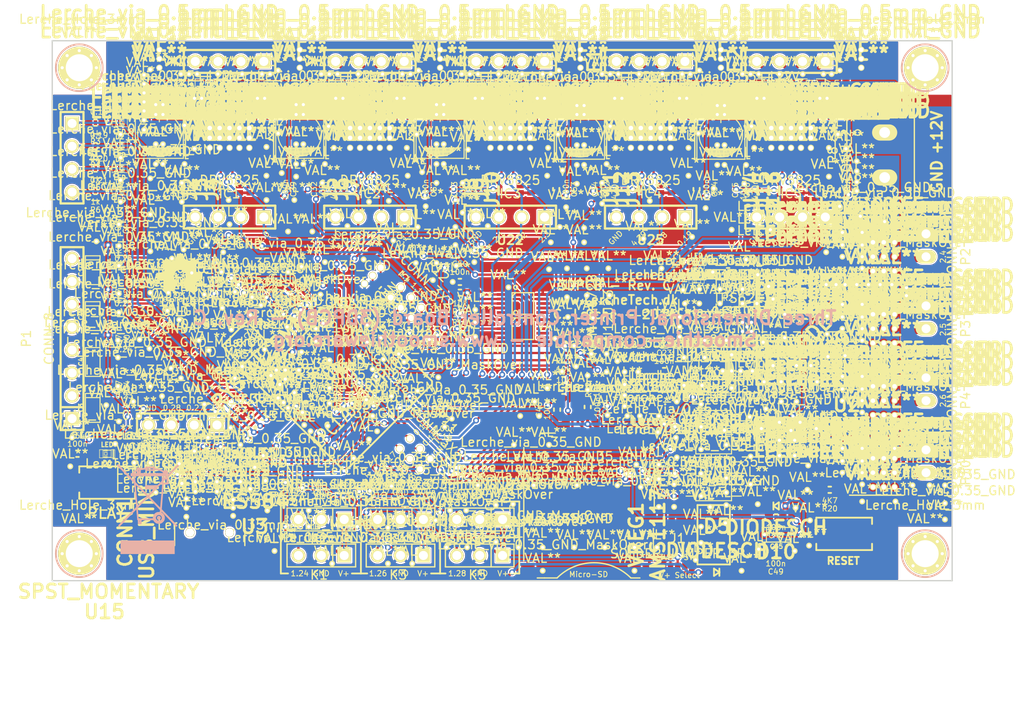
<source format=kicad_pcb>
(kicad_pcb (version 20221018) (generator pcbnew)
  (layers (0 "F.Cu" signal) (31 "B.Cu" signal) (34 "B.Paste" user) (35 "F.Paste" user) (36 "B.SilkS" user "B.Silkscreen") (37 "F.SilkS" user "F.Silkscreen") (38 "B.Mask" user) (39 "F.Mask" user) (44 "Edge.Cuts" user))
  (net 0 "")
  (net 1 "+12V")
  (net 2 "+3.3V")
  (net 3 "+5V")
  (net 4 "/P2.6_FET")
  (net 5 "/P2.7_FET")
  (net 6 "/PWM0_FET")
  (net 7 "/PWM1_FET")
  (net 8 "DAC_SCL")
  (net 9 "DAC_SDA")
  (net 10 "DIR1")
  (net 11 "DIR2")
  (net 12 "DIR3")
  (net 13 "DIR4")
  (net 14 "DIR5")
  (net 15 "EN1")
  (net 16 "EN2")
  (net 17 "EN3")
  (net 18 "EN4")
  (net 19 "EN5")
  (net 20 "GND")
  (net 21 "LED1")
  (net 22 "LED2")
  (net 23 "LED3")
  (net 24 "LED4")
  (net 25 "MISO1")
  (net 26 "MOSI1")
  (net 27 "N-00000100")
  (net 28 "N-00000101")
  (net 29 "N-00000102")
  (net 30 "N-00000103")
  (net 31 "N-00000104")
  (net 32 "N-00000105")
  (net 33 "N-00000111")
  (net 34 "N-00000112")
  (net 35 "N-00000113")
  (net 36 "N-00000114")
  (net 37 "N-00000115")
  (net 38 "N-00000116")
  (net 39 "N-00000127")
  (net 40 "N-00000128")
  (net 41 "N-00000129")
  (net 42 "N-0000015")
  (net 43 "N-00000161")
  (net 44 "N-00000162")
  (net 45 "N-0000017")
  (net 46 "N-00000175")
  (net 47 "N-0000018")
  (net 48 "N-00000183")
  (net 49 "N-00000184")
  (net 50 "N-00000188")
  (net 51 "N-00000189")
  (net 52 "N-00000190")
  (net 53 "N-00000191")
  (net 54 "N-00000196")
  (net 55 "N-000002")
  (net 56 "N-00000203")
  (net 57 "N-00000206")
  (net 58 "N-00000207")
  (net 59 "N-00000209")
  (net 60 "N-0000029")
  (net 61 "N-0000030")
  (net 62 "N-0000031")
  (net 63 "N-0000032")
  (net 64 "N-0000033")
  (net 65 "N-0000034")
  (net 66 "N-0000035")
  (net 67 "N-0000036")
  (net 68 "N-0000037")
  (net 69 "N-0000038")
  (net 70 "N-0000039")
  (net 71 "N-000004")
  (net 72 "N-0000040")
  (net 73 "N-0000041")
  (net 74 "N-0000042")
  (net 75 "N-0000043")
  (net 76 "N-0000044")
  (net 77 "N-0000045")
  (net 78 "N-0000046")
  (net 79 "N-0000047")
  (net 80 "N-0000048")
  (net 81 "N-000005")
  (net 82 "N-0000050")
  (net 83 "N-0000053")
  (net 84 "N-0000054")
  (net 85 "N-0000055")
  (net 86 "N-0000056")
  (net 87 "N-0000057")
  (net 88 "N-0000058")
  (net 89 "N-0000059")
  (net 90 "N-000006")
  (net 91 "N-0000060")
  (net 92 "N-0000063")
  (net 93 "N-0000064")
  (net 94 "N-0000065")
  (net 95 "N-0000066")
  (net 96 "N-0000068")
  (net 97 "N-0000069")
  (net 98 "N-0000070")
  (net 99 "N-0000071")
  (net 100 "N-0000073")
  (net 101 "N-0000074")
  (net 102 "N-0000075")
  (net 103 "N-0000076")
  (net 104 "N-0000077")
  (net 105 "N-0000082")
  (net 106 "N-0000083")
  (net 107 "N-0000084")
  (net 108 "N-0000085")
  (net 109 "N-0000086")
  (net 110 "N-0000096")
  (net 111 "N-0000097")
  (net 112 "N-0000098")
  (net 113 "N-0000099")
  (net 114 "P1.1")
  (net 115 "P1.10")
  (net 116 "P1.15")
  (net 117 "P1.16")
  (net 118 "P1.4")
  (net 119 "P1.9")
  (net 120 "P2.6")
  (net 121 "P2.7")
  (net 122 "PLAY")
  (net 123 "PLAY_LED")
  (net 124 "PWM0")
  (net 125 "PWM1")
  (net 126 "RX_0")
  (net 127 "SCK1")
  (net 128 "SCL")
  (net 129 "SCON")
  (net 130 "SDA")
  (net 131 "SD_CS")
  (net 132 "SD_MISO")
  (net 133 "SD_MOSI")
  (net 134 "SD_SCK")
  (net 135 "SSEL1")
  (net 136 "STP1")
  (net 137 "STP2")
  (net 138 "STP3")
  (net 139 "STP4")
  (net 140 "STP5")
  (net 141 "TH1")
  (net 142 "TH2")
  (net 143 "TH3")
  (net 144 "TH4")
  (net 145 "TX_0")
  (net 146 "USB_D+")
  (net 147 "USB_D-")
  (net 148 "VREF1")
  (net 149 "VREF2")
  (net 150 "VREF3")
  (net 151 "VREF4")
  (net 152 "VREF5")
  (net 153 "X-MAX")
  (net 154 "X-MAX-LPC")
  (net 155 "X-MIN")
  (net 156 "X-MIN-LPC")
  (net 157 "Y-MAX")
  (net 158 "Y-MAX-LPC")
  (net 159 "Y-MIN")
  (net 160 "Y-MIN-LPC")
  (net 161 "Z-MAX")
  (net 162 "Z-MAX-LPC")
  (net 163 "Z-MIN")
  (net 164 "Z-MIN-LPC")
  (net 165 "~{ISP}")
  (net 166 "~{RESET}")
  (footprint "TQFP_100" (layer "F.Cu") (at 162.5 173.5 45)
    (fp_text reference "U6")
    (fp_text value "LPC1768_TQFP100")
  )
  (footprint "Lerche_SOT23-3" (layer "F.Cu") (at 152.5 182.9 180)
    (fp_text reference "U3")
    (fp_text value "BSS84")
  )
  (footprint "Lerche_SPST_ITEAD" (layer "F.Cu") (at 218 190.3)
    (fp_text reference "U2")
    (fp_text value "SPST_MOMENTARY")
  )
  (footprint "Lerche_R0603" (layer "F.Cu") (at 150.1 182.8 90)
    (fp_text reference "R11")
    (fp_text value "1k5")
  )
  (footprint "Lerche_R0603" (layer "F.Cu") (at 134.8 144.6 180)
    (fp_text reference "R3")
    (fp_text value "1k")
  )
  (footprint "Lerche_R0603" (layer "F.Cu") (at 134.8 147.2 180)
    (fp_text reference "R4")
    (fp_text value "1k")
  )
  (footprint "Lerche_R0603" (layer "F.Cu") (at 134.8 149.7 180)
    (fp_text reference "R5")
    (fp_text value "1k")
  )
  (footprint "Lerche_R0603" (layer "F.Cu") (at 134.8 152.2 180)
    (fp_text reference "R6")
    (fp_text value "1k")
  )
  (footprint "Lerche_R0603" (layer "F.Cu") (at 216.4 177.4 180)
    (fp_text reference "R16")
    (fp_text value "4K7")
  )
  (footprint "Lerche_R0603" (layer "F.Cu") (at 205.1 162 180)
    (fp_text reference "R2")
    (fp_text value "1k")
  )
  (footprint "Lerche_R0603" (layer "F.Cu") (at 147.7 182.8 90)
    (fp_text reference "R8")
    (fp_text value "33R")
  )
  (footprint "Lerche_R0603" (layer "F.Cu") (at 156.1 164.5 -45)
    (fp_text reference "R1")
    (fp_text value "10k")
  )
  (footprint "Lerche_R0603" (layer "F.Cu") (at 146.5 182.8 90)
    (fp_text reference "R7")
    (fp_text value "33R")
  )
  (footprint "Lerche_R0603" (layer "F.Cu") (at 136.2 163.9 -90)
    (fp_text reference "R12")
    (fp_text value "4K7")
  )
  (footprint "Lerche_R0603" (layer "F.Cu") (at 136.2 158.9 -90)
    (fp_text reference "R13")
    (fp_text value "4K7")
  )
  (footprint "Lerche_R0603" (layer "F.Cu") (at 155.2 165.4 -45)
    (fp_text reference "L1")
    (fp_text value "INDUCTOR")
  )
  (footprint "Lerche_R0603" (layer "F.Cu") (at 136.2 169 -90)
    (fp_text reference "R10")
    (fp_text value "4K7")
  )
  (footprint "Lerche_R0603" (layer "F.Cu") (at 216.4 169.4 180)
    (fp_text reference "R15")
    (fp_text value "4K7")
  )
  (footprint "Lerche_R0603" (layer "F.Cu") (at 216.4 161.4 180)
    (fp_text reference "R14")
    (fp_text value "4K7")
  )
  (footprint "Lerche_Molex_502774-0891" (layer "F.Cu") (at 190.1 187.5 180)
    (fp_text reference "U10")
    (fp_text value "MICRO-SD")
  )
  (footprint "Lerche_MINI_USB" (layer "F.Cu") (at 147.5 190.1 90)
    (fp_text reference "CONN1")
    (fp_text value "USB_MINI")
  )
  (footprint "Lerche_Crystal_2.5x2.0mm" (layer "F.Cu") (at 151.4 169.1 -135)
    (fp_text reference "U9")
    (fp_text value "CRYSTAL_SMALL")
  )
  (footprint "Lerche_C0603" (layer "F.Cu") (at 173.6 177.5 180)
    (fp_text reference "C14")
    (fp_text value "100n")
  )
  (footprint "Lerche_C0603" (layer "F.Cu") (at 166.7 163.2 -135)
    (fp_text reference "C16")
    (fp_text value "100n")
  )
  (footprint "Lerche_C0603" (layer "F.Cu") (at 154.3 166.3 -45)
    (fp_text reference "C15")
    (fp_text value "100n")
  )
  (footprint "Lerche_C0603" (layer "F.Cu") (at 198 172.2)
    (fp_text reference "C23")
    (fp_text value "100n")
  )
  (footprint "Lerche_C0603" (layer "F.Cu") (at 166.5 183.5 135)
    (fp_text reference "C13")
    (fp_text value "100n")
  )
  (footprint "Lerche_C0603" (layer "F.Cu") (at 154.9 182.4 90)
    (fp_text reference "C12")
    (fp_text value "100n")
  )
  (footprint "Lerche_C0603" (layer "F.Cu") (at 173.1 140.6 -90)
    (fp_text reference "C28")
    (fp_text value "100n")
  )
  (footprint "Lerche_C0603" (layer "F.Cu") (at 188.7 140.6 -90)
    (fp_text reference "C29")
    (fp_text value "100n")
  )
  (footprint "Lerche_C0603" (layer "F.Cu") (at 141.9 140.6 -90)
    (fp_text reference "C30")
    (fp_text value "100n")
  )
  (footprint "Lerche_C0603" (layer "F.Cu") (at 157.5 140.6 -90)
    (fp_text reference "C31")
    (fp_text value "100n")
  )
  (footprint "Lerche_C0603" (layer "F.Cu") (at 151.5 177 45)
    (fp_text reference "C22")
    (fp_text value "100n")
  )
  (footprint "Lerche_C0603" (layer "F.Cu") (at 149.4 171.1 -45)
    (fp_text reference "C19")
    (fp_text value "12p")
  )
  (footprint "Lerche_C0603" (layer "F.Cu") (at 153.4 167.2 135)
    (fp_text reference "C18")
    (fp_text value "12p")
  )
  (footprint "Lerche_C0603" (layer "F.Cu") (at 148.9 182.8 90)
    (fp_text reference "C5")
    (fp_text value "18p")
  )
  (footprint "Lerche_C0603" (layer "F.Cu") (at 145.3 182.8 90)
    (fp_text reference "C9")
    (fp_text value "18p")
  )
  (footprint "Lerche_C0603" (layer "F.Cu") (at 153.3 163.5 -45)
    (fp_text reference "C17")
    (fp_text value "100n")
  )
  (footprint "Lerche_C0603" (layer "F.Cu") (at 171.3 167.9 -135)
    (fp_text reference "C6")
    (fp_text value "100n")
  )
  (footprint "Lerche_C0603" (layer "F.Cu") (at 211.328 163.83 -90)
    (fp_text reference "C2")
    (fp_text value "100n")
  )
  (footprint "Lerche_C0603" (layer "F.Cu") (at 157 163.6 -45)
    (fp_text reference "C1")
    (fp_text value "100n")
  )
  (footprint "Lerche_8P_2.54mm" (layer "F.Cu") (at 132.2 168.6 90)
    (fp_text reference "P1")
    (fp_text value "CONN_8")
  )
  (footprint "PIN_ARRAY_4x1" (layer "F.Cu") (at 132.2 148.5 -90)
    (fp_text reference "U4")
    (fp_text value "CONN_4_LERCHE" hide)
  )
  (footprint "PIN_ARRAY_4x1" (layer "F.Cu") (at 149.7 137.8 180)
    (fp_text reference "P9")
    (fp_text value "CONN_4" hide)
  )
  (footprint "PIN_ARRAY_3X1" (layer "F.Cu") (at 159.9 188.7 180)
    (fp_text reference "K2")
    (fp_text value "CONN_3" hide)
  )
  (footprint "PIN_ARRAY_3X1" (layer "F.Cu") (at 168.7 192.7 180)
    (fp_text reference "K3")
    (fp_text value "CONN_3" hide)
  )
  (footprint "PIN_ARRAY_3X1" (layer "F.Cu") (at 168.7 188.7 180)
    (fp_text reference "K4")
    (fp_text value "CONN_3" hide)
  )
  (footprint "PIN_ARRAY_3X1" (layer "F.Cu") (at 177.5 188.7 180)
    (fp_text reference "K6")
    (fp_text value "CONN_3" hide)
  )
  (footprint "PIN_ARRAY_3X1" (layer "F.Cu") (at 159.9 192.7 180)
    (fp_text reference "K1")
    (fp_text value "CONN_3" hide)
  )
  (footprint "PIN_ARRAY_3X1" (layer "F.Cu") (at 177.5 192.7 180)
    (fp_text reference "K5")
    (fp_text value "CONN_3" hide)
  )
  (footprint "Lerche_2P_2.54mm_Large" (layer "F.Cu") (at 227.1 159.5 -90)
    (fp_text reference "P2")
    (fp_text value "CONN_2")
  )
  (footprint "Lerche_2P_2.54mm_Large" (layer "F.Cu") (at 227.1 167.5 -90)
    (fp_text reference "P3")
    (fp_text value "CONN_2")
  )
  (footprint "Lerche_2P_2.54mm_Large" (layer "F.Cu") (at 227.1 175.5 -90)
    (fp_text reference "P4")
    (fp_text value "CONN_2")
  )
  (footprint "LED-0603" (layer "F.Cu") (at 137.5 149.7)
    (fp_text reference "D3")
    (fp_text value "LED")
  )
  (footprint "LED-0603" (layer "F.Cu") (at 137.5 152.2)
    (fp_text reference "D4")
    (fp_text value "LED")
  )
  (footprint "LED-0603" (layer "F.Cu") (at 137.5 147.2)
    (fp_text reference "D2")
    (fp_text value "LED")
  )
  (footprint "LED-0603" (layer "F.Cu") (at 137.5 144.6)
    (fp_text reference "D1")
    (fp_text value "LED")
  )
  (footprint "c_tant_A" (layer "F.Cu") (at 134.5 161 90)
    (fp_text reference "C10")
    (fp_text value "10uF" hide)
  )
  (footprint "c_tant_A" (layer "F.Cu") (at 134.5 166.1 90)
    (fp_text reference "C7")
    (fp_text value "10uF" hide)
  )
  (footprint "c_tant_A" (layer "F.Cu") (at 134.5 171.2 90)
    (fp_text reference "C4")
    (fp_text value "10uF" hide)
  )
  (footprint "c_elec_5x5.8" (layer "F.Cu") (at 188.7 146 90)
    (fp_text reference "C27")
    (fp_text value "100uF" hide)
  )
  (footprint "c_elec_5x5.8" (layer "F.Cu") (at 173.1 145.9 90)
    (fp_text reference "C24")
    (fp_text value "100uF" hide)
  )
  (footprint "c_elec_5x5.8" (layer "F.Cu") (at 141.9 145.9 90)
    (fp_text reference "C26")
    (fp_text value "100uF" hide)
  )
  (footprint "c_elec_5x5.8" (layer "F.Cu") (at 157.5 145.9 90)
    (fp_text reference "C25")
    (fp_text value "100uF" hide)
  )
  (footprint "SM0805" (layer "F.Cu") (at 147.4 140.5 180)
    (fp_text reference "R33")
    (fp_text value "0R05")
  )
  (footprint "SM0805" (layer "F.Cu") (at 152 140.5)
    (fp_text reference "R37")
    (fp_text value "0R05")
  )
  (footprint "Lerche_R0603" (layer "F.Cu") (at 175.3 164.7 180)
    (fp_text reference "R18")
    (fp_text value "10k")
  )
  (footprint "SM0805" (layer "F.Cu") (at 178.6 140.5 180)
    (fp_text reference "R22")
    (fp_text value "0R05")
  )
  (footprint "SM0805" (layer "F.Cu") (at 198.8 140.5)
    (fp_text reference "R30")
    (fp_text value "0R05")
  )
  (footprint "SM0805" (layer "F.Cu") (at 214.4 140.5)
    (fp_text reference "R32")
    (fp_text value "0R05")
  )
  (footprint "SM0805" (layer "F.Cu") (at 167.6 140.5)
    (fp_text reference "R24")
    (fp_text value "0R05")
  )
  (footprint "SM0805" (layer "F.Cu") (at 163 140.5 180)
    (fp_text reference "R21")
    (fp_text value "0R05")
  )
  (footprint "SM0805" (layer "F.Cu") (at 183.2 140.5)
    (fp_text reference "R29")
    (fp_text value "0R05")
  )
  (footprint "SM0805" (layer "F.Cu") (at 194.2 140.5 180)
    (fp_text reference "R23")
    (fp_text value "0R05")
  )
  (footprint "Lerche_R0603" (layer "F.Cu") (at 175.3 163.5 180)
    (fp_text reference "R19")
    (fp_text value "10k")
  )
  (footprint "Lerche_C0603" (layer "F.Cu") (at 161.1 152 90)
    (fp_text reference "C32")
    (fp_text value "100n")
  )
  (footprint "Lerche_C0603" (layer "F.Cu") (at 176.7 152 90)
    (fp_text reference "C33")
    (fp_text value "100n")
  )
  (footprint "Lerche_C0603" (layer "F.Cu") (at 178 152 90)
    (fp_text reference "C41")
    (fp_text value "470n")
  )
  (footprint "Lerche_C0603" (layer "F.Cu") (at 187 140.6 90)
    (fp_text reference "C37")
    (fp_text value "10n")
  )
  (footprint "Lerche_C0603" (layer "F.Cu") (at 202.6 140.6 90)
    (fp_text reference "C38")
    (fp_text value "10n")
  )
  (footprint "Lerche_C0603" (layer "F.Cu") (at 193.6 152 90)
    (fp_text reference "C42")
    (fp_text value "470n")
  )
  (footprint "Lerche_C0603" (layer "F.Cu") (at 162.4 152 90)
    (fp_text reference "C40")
    (fp_text value "470n")
  )
  (footprint "Lerche_C0603" (layer "F.Cu") (at 171.4 140.6 90)
    (fp_text reference "C36")
    (fp_text value "10n")
  )
  (footprint "Lerche_C0603" (layer "F.Cu") (at 192.3 152 90)
    (fp_text reference "C34")
    (fp_text value "100n")
  )
  (footprint "Lerche_C0603" (layer "F.Cu") (at 155.8 140.6 90)
    (fp_text reference "C8")
    (fp_text value "10n")
  )
  (footprint "Lerche_C0603" (layer "F.Cu") (at 154.8 152 -90)
    (fp_text reference "C39")
    (fp_text value "100n")
  )
  (footprint "Lerche_C0603" (layer "F.Cu") (at 146.8 152 90)
    (fp_text reference "C35")
    (fp_text value "470n")
  )
  (footprint "PIN_ARRAY_4x1" (layer "F.Cu") (at 180.9 137.8 180)
    (fp_text reference "P6")
    (fp_text value "CONN_4" hide)
  )
  (footprint "PIN_ARRAY_4x1" (layer "F.Cu") (at 196.5 137.8 180)
    (fp_text reference "P7")
    (fp_text value "CONN_4" hide)
  )
  (footprint "PIN_ARRAY_4x1" (layer "F.Cu") (at 165.3 137.8 180)
    (fp_text reference "P5")
    (fp_text value "CONN_4" hide)
  )
  (footprint "Lerche_2PsolderJumper" (layer "F.Cu") (at 183.2 152 90)
    (fp_text reference "J9")
    (fp_text value " ")
  )
  (footprint "Lerche_2PsolderJumper" (layer "F.Cu") (at 182 152 90)
    (fp_text reference "J8")
    (fp_text value " ")
  )
  (footprint "Lerche_2PsolderJumper" (layer "F.Cu") (at 167.6 152 90)
    (fp_text reference "J6")
    (fp_text value " ")
  )
  (footprint "Lerche_2PsolderJumper" (layer "F.Cu") (at 166.4 152 90)
    (fp_text reference "J5")
    (fp_text value " ")
  )
  (footprint "Lerche_2PsolderJumper" (layer "F.Cu") (at 152 152 90)
    (fp_text reference "J3")
    (fp_text value " ")
  )
  (footprint "Lerche_2PsolderJumper" (layer "F.Cu") (at 150.8 152 90)
    (fp_text reference "J2")
    (fp_text value " ")
  )
  (footprint "Lerche_2PsolderJumper" (layer "F.Cu") (at 197.6 152 90)
    (fp_text reference "J11")
    (fp_text value " ")
  )
  (footprint "Lerche_2PsolderJumper" (layer "F.Cu") (at 198.8 152 90)
    (fp_text reference "J12")
    (fp_text value " ")
  )
  (footprint "Lerche_via_0.35_GND" (layer "F.Cu") (at 158 178.2)
    (fp_text reference "Lerche_via_0.35_GND")
    (fp_text value "VAL**")
  )
  (footprint "Lerche_via_0.35_GND" (layer "F.Cu") (at 158.7 178.9)
    (fp_text reference "Lerche_via_0.35_GND")
    (fp_text value "VAL**")
  )
  (footprint "Lerche_via_0.35_GND" (layer "F.Cu") (at 156.2 176.3)
    (fp_text reference "Lerche_via_0.35_GND")
    (fp_text value "VAL**")
  )
  (footprint "Lerche_via_0.35_GND" (layer "F.Cu") (at 155.1 175.2)
    (fp_text reference "Lerche_via_0.35_GND")
    (fp_text value "VAL**")
  )
  (footprint "Lerche_via_0.35_GND" (layer "F.Cu") (at 155.7 175.7)
    (fp_text reference "Lerche_via_0.35_GND")
    (fp_text value "VAL**")
  )
  (footprint "c_elec_5x5.8" (layer "F.Cu") (at 203.3 172.2 180)
    (fp_text reference "C43")
    (fp_text value "100uF" hide)
  )
  (footprint "Lerche_C0603" (layer "F.Cu") (at 189.5 176.2 -90)
    (fp_text reference "C44")
    (fp_text value "100n")
  )
  (footprint "Lerche_C0603" (layer "F.Cu") (at 136.2 156.1 -90)
    (fp_text reference "C45")
    (fp_text value "100n")
  )
  (footprint "Lerche_C0603" (layer "F.Cu") (at 186.1 176.5 90)
    (fp_text reference "C46")
    (fp_text value "100n")
  )
  (footprint "Lerche_via_0.35_GND" (layer "F.Cu") (at 200.8 181.9)
    (fp_text reference "Lerche_via_0.35_GND")
    (fp_text value "VAL**")
  )
  (footprint "Lerche_via_0.35_GND" (layer "F.Cu") (at 159.3 168.9)
    (fp_text reference "Lerche_via_0.35_GND")
    (fp_text value "VAL**")
  )
  (footprint "Lerche_via_0.35_GND" (layer "F.Cu") (at 193.9 177.2)
    (fp_text reference "Lerche_via_0.35_GND")
    (fp_text value "VAL**")
  )
  (footprint "Lerche_via_0.35_GND" (layer "F.Cu") (at 195.3 177.2)
    (fp_text reference "Lerche_via_0.35_GND")
    (fp_text value "VAL**")
  )
  (footprint "Lerche_via_0.35_GND" (layer "F.Cu") (at 153.7 184.4)
    (fp_text reference "Lerche_via_0.35_GND")
    (fp_text value "VAL**")
  )
  (footprint "Lerche_via_0.35_GND" (layer "F.Cu") (at 222.5 155.6)
    (fp_text reference "Lerche_via_0.35_GND")
    (fp_text value "VAL**")
  )
  (footprint "Lerche_via_0.35_GND" (layer "F.Cu") (at 166.5 168.5)
    (fp_text reference "Lerche_via_0.35_GND")
    (fp_text value "VAL**")
  )
  (footprint "Lerche_via_0.35_GND" (layer "F.Cu") (at 165 167.1)
    (fp_text reference "Lerche_via_0.35_GND")
    (fp_text value "VAL**")
  )
  (footprint "Lerche_via_0.35_GND" (layer "F.Cu") (at 169.2 171)
    (fp_text reference "Lerche_via_0.35_GND")
    (fp_text value "VAL**")
  )
  (footprint "Lerche_via_0.35_GND" (layer "F.Cu") (at 165.6 177.2)
    (fp_text reference "Lerche_via_0.35_GND")
    (fp_text value "VAL**")
  )
  (footprint "Lerche_via_0.35_GND" (layer "F.Cu") (at 160.8 175.8)
    (fp_text reference "Lerche_via_0.35_GND")
    (fp_text value "VAL**")
  )
  (footprint "Lerche_via_0.35_GND" (layer "F.Cu") (at 157.8 176.8)
    (fp_text reference "Lerche_via_0.35_GND")
    (fp_text value "VAL**")
  )
  (footprint "Lerche_via_0.35_GND" (layer "F.Cu") (at 160.6 178.3)
    (fp_text reference "Lerche_via_0.35_GND")
    (fp_text value "VAL**")
  )
  (footprint "Lerche_via_0.35_GND" (layer "F.Cu") (at 152.5 182.9)
    (fp_text reference "Lerche_via_0.35_GND")
    (fp_text value "VAL**")
  )
  (footprint "Lerche_via_0.35_GND" (layer "F.Cu") (at 150.9 180.4)
    (fp_text reference "Lerche_via_0.35_GND")
    (fp_text value "VAL**")
  )
  (footprint "Lerche_via_0.35_GND" (layer "F.Cu") (at 148.3 184.5)
    (fp_text reference "Lerche_via_0.35_GND")
    (fp_text value "VAL**")
  )
  (footprint "Lerche_via_0.35_GND" (layer "F.Cu") (at 148.3 185.6)
    (fp_text reference "Lerche_via_0.35_GND")
    (fp_text value "VAL**")
  )
  (footprint "Lerche_via_0.35_GND" (layer "F.Cu") (at 145.9 185.6)
    (fp_text reference "Lerche_via_0.35_GND")
    (fp_text value "VAL**")
  )
  (footprint "Lerche_via_0.35_GND" (layer "F.Cu") (at 145.9 184.5)
    (fp_text reference "Lerche_via_0.35_GND")
    (fp_text value "VAL**")
  )
  (footprint "Lerche_via_0.35_GND" (layer "F.Cu") (at 150.1 187.4)
    (fp_text reference "Lerche_via_0.35_GND")
    (fp_text value "VAL**")
  )
  (footprint "Lerche_via_0.35_GND" (layer "F.Cu") (at 150.1 188.3)
    (fp_text reference "Lerche_via_0.35_GND")
    (fp_text value "VAL**")
  )
  (footprint "Lerche_via_0.35_GND" (layer "F.Cu") (at 150.1 186.5)
    (fp_text reference "Lerche_via_0.35_GND")
    (fp_text value "VAL**")
  )
  (footprint "Lerche_via_0.35_GND" (layer "F.Cu") (at 144.9 186.4)
    (fp_text reference "Lerche_via_0.35_GND")
    (fp_text value "VAL**")
  )
  (footprint "Lerche_via_0.35_GND" (layer "F.Cu") (at 144.9 187.4)
    (fp_text reference "Lerche_via_0.35_GND")
    (fp_text value "VAL**")
  )
  (footprint "Lerche_via_0.35_GND" (layer "F.Cu") (at 144.9 188.4)
    (fp_text reference "Lerche_via_0.35_GND")
    (fp_text value "VAL**")
  )
  (footprint "Lerche_via_0.35_GND" (layer "F.Cu") (at 149.8 178.5)
    (fp_text reference "Lerche_via_0.35_GND")
    (fp_text value "VAL**")
  )
  (footprint "Lerche_via_0.35_GND" (layer "F.Cu") (at 153.6 169.8)
    (fp_text reference "Lerche_via_0.35_GND")
    (fp_text value "VAL**")
  )
  (footprint "Lerche_via_0.35_GND" (layer "F.Cu") (at 152 166)
    (fp_text reference "Lerche_via_0.35_GND")
    (fp_text value "VAL**")
  )
  (footprint "Lerche_via_0.35_GND" (layer "F.Cu") (at 149.9 167.6)
    (fp_text reference "Lerche_via_0.35_GND")
    (fp_text value "VAL**")
  )
  (footprint "Lerche_via_0.35_GND" (layer "F.Cu") (at 152.2 164)
    (fp_text reference "Lerche_via_0.35_GND")
    (fp_text value "VAL**")
  )
  (footprint "Lerche_via_0.35_GND" (layer "F.Cu") (at 150.3 163.4)
    (fp_text reference "Lerche_via_0.35_GND")
    (fp_text value "VAL**")
  )
  (footprint "Lerche_via_0.35_GND" (layer "F.Cu") (at 156.2 161.2)
    (fp_text reference "Lerche_via_0.35_GND")
    (fp_text value "VAL**")
  )
  (footprint "Lerche_via_0.35_GND" (layer "F.Cu") (at 159.8 163.7)
    (fp_text reference "Lerche_via_0.35_GND")
    (fp_text value "VAL**")
  )
  (footprint "Lerche_via_0.35_GND" (layer "F.Cu") (at 140.9 154.8)
    (fp_text reference "Lerche_via_0.35_GND")
    (fp_text value "VAL**")
  )
  (footprint "Lerche_via_0.35_GND" (layer "F.Cu") (at 140.9 158.9)
    (fp_text reference "Lerche_via_0.35_GND")
    (fp_text value "VAL**")
  )
  (footprint "Lerche_via_0.35_GND" (layer "F.Cu") (at 140.9 163.5)
    (fp_text reference "Lerche_via_0.35_GND")
    (fp_text value "VAL**")
  )
  (footprint "Lerche_via_0.35_GND" (layer "F.Cu") (at 142.9 163.5)
    (fp_text reference "Lerche_via_0.35_GND")
    (fp_text value "VAL**")
  )
  (footprint "Lerche_via_0.35_GND" (layer "F.Cu") (at 145.5 161.3)
    (fp_text reference "Lerche_via_0.35_GND")
    (fp_text value "VAL**")
  )
  (footprint "Lerche_via_0.35_GND" (layer "F.Cu") (at 142.8 165.5)
    (fp_text reference "Lerche_via_0.35_GND")
    (fp_text value "VAL**")
  )
  (footprint "Lerche_via_0.35_GND" (layer "F.Cu") (at 137.4 165.7)
    (fp_text reference "Lerche_via_0.35_GND")
    (fp_text value "VAL**")
  )
  (footprint "Lerche_via_0.35_GND" (layer "F.Cu") (at 139.7 168.7)
    (fp_text reference "Lerche_via_0.35_GND")
    (fp_text value "VAL**")
  )
  (footprint "Lerche_via_0.35_GND" (layer "F.Cu") (at 137.4 158.3)
    (fp_text reference "Lerche_via_0.35_GND")
    (fp_text value "VAL**")
  )
  (footprint "Lerche_via_0.35_GND" (layer "F.Cu") (at 137.4 160.5)
    (fp_text reference "Lerche_via_0.35_GND")
    (fp_text value "VAL**")
  )
  (footprint "Lerche_via_0.35_GND" (layer "F.Cu") (at 137.4 163.6)
    (fp_text reference "Lerche_via_0.35_GND")
    (fp_text value "VAL**")
  )
  (footprint "Lerche_via_0.35_GND" (layer "F.Cu") (at 137.3 168.8)
    (fp_text reference "Lerche_via_0.35_GND")
    (fp_text value "VAL**")
  )
  (footprint "Lerche_via_0.35_GND" (layer "F.Cu") (at 137.3 170.7)
    (fp_text reference "Lerche_via_0.35_GND")
    (fp_text value "VAL**")
  )
  (footprint "Lerche_via_0.35_GND" (layer "F.Cu") (at 182.3 186.1)
    (fp_text reference "Lerche_via_0.35_GND")
    (fp_text value "VAL**")
  )
  (footprint "Lerche_via_0.35_GND" (layer "F.Cu") (at 183.2 183.3)
    (fp_text reference "Lerche_via_0.35_GND")
    (fp_text value "VAL**")
  )
  (footprint "Lerche_via_0.35_GND" (layer "F.Cu") (at 214.3 171.6)
    (fp_text reference "Lerche_via_0.35_GND")
    (fp_text value "VAL**")
  )
  (footprint "Lerche_via_0.35_GND" (layer "F.Cu") (at 212.7 171.6)
    (fp_text reference "Lerche_via_0.35_GND")
    (fp_text value "VAL**")
  )
  (footprint "Lerche_via_0.35_GND" (layer "F.Cu") (at 214 182.7)
    (fp_text reference "Lerche_via_0.35_GND")
    (fp_text value "VAL**")
  )
  (footprint "Lerche_via_0.35_GND" (layer "F.Cu") (at 191.7 177.1)
    (fp_text reference "Lerche_via_0.35_GND")
    (fp_text value "VAL**")
  )
  (footprint "Lerche_via_0.35_GND" (layer "F.Cu") (at 160.8 174.1)
    (fp_text reference "Lerche_via_0.35_GND")
    (fp_text value "VAL**")
  )
  (footprint "Lerche_via_0.35_GND" (layer "F.Cu") (at 156.9 174.6)
    (fp_text reference "Lerche_via_0.35_GND")
    (fp_text value "VAL**")
  )
  (footprint "Lerche_via_0.35_GND" (layer "F.Cu") (at 167.2 185.6)
    (fp_text reference "Lerche_via_0.35_GND")
    (fp_text value "VAL**")
  )
  (footprint "Lerche_via_0.35_GND" (layer "F.Cu") (at 168 186.4)
    (fp_text reference "Lerche_via_0.35_GND")
    (fp_text value "VAL**")
  )
  (footprint "Lerche_via_0.35_GND" (layer "F.Cu") (at 140.9 150.8)
    (fp_text reference "Lerche_via_0.35_GND")
    (fp_text value "VAL**")
  )
  (footprint "Lerche_via_0.35_GND" (layer "F.Cu") (at 169.1 160.2)
    (fp_text reference "Lerche_via_0.35_GND")
    (fp_text value "VAL**")
  )
  (footprint "Lerche_via_0.35_GND" (layer "F.Cu") (at 137.6 145.9)
    (fp_text reference "Lerche_via_0.35_GND")
    (fp_text value "VAL**")
  )
  (footprint "Lerche_via_0.35_GND" (layer "F.Cu") (at 137.6 148.5)
    (fp_text reference "Lerche_via_0.35_GND")
    (fp_text value "VAL**")
  )
  (footprint "Lerche_via_0.35_GND" (layer "F.Cu") (at 137.6 151)
    (fp_text reference "Lerche_via_0.35_GND")
    (fp_text value "VAL**")
  )
  (footprint "Lerche_via_0.35_GND" (layer "F.Cu") (at 137.6 153.4)
    (fp_text reference "Lerche_via_0.35_GND")
    (fp_text value "VAL**")
  )
  (footprint "Lerche_via_0.35_GND" (layer "F.Cu") (at 134.9 157.8)
    (fp_text reference "Lerche_via_0.35_GND")
    (fp_text value "VAL**")
  )
  (footprint "Lerche_via_0.35_GND" (layer "F.Cu") (at 137.4 155.9)
    (fp_text reference "Lerche_via_0.35_GND")
    (fp_text value "VAL**")
  )
  (footprint "Lerche_via_0.35_GND" (layer "F.Cu") (at 157.4 172.1)
    (fp_text reference "Lerche_via_0.35_GND")
    (fp_text value "VAL**")
  )
  (footprint "Lerche_via_0.35_GND" (layer "F.Cu") (at 181.8 191.8)
    (fp_text reference "Lerche_via_0.35_GND")
    (fp_text value "VAL**")
  )
  (footprint "Lerche_via_0.35_GND" (layer "F.Cu") (at 229.2 186.9)
    (fp_text reference "Lerche_via_0.35_GND")
    (fp_text value "VAL**")
  )
  (footprint "Lerche_via_0.35_GND" (layer "F.Cu") (at 223.7 186.7)
    (fp_text reference "Lerche_via_0.35_GND")
    (fp_text value "VAL**")
  )
  (footprint "Lerche_R0603" (layer "F.Cu") (at 140 180.6 -90)
    (fp_text reference "R27")
    (fp_text value "10k")
  )
  (footprint "Lerche_R0603" (layer "F.Cu") (at 138.4 180.6 -90)
    (fp_text reference "R28")
    (fp_text value "1k")
  )
  (footprint "Lerche_R0603" (layer "F.Cu") (at 186.8 173.2)
    (fp_text reference "R41")
    (fp_text value "10k")
  )
  (footprint "Lerche_R0603" (layer "F.Cu") (at 191.7 174.3 90)
    (fp_text reference "R42")
    (fp_text value "10k")
  )
  (footprint "Lerche_R0603" (layer "F.Cu") (at 186.8 174.4)
    (fp_text reference "R43")
    (fp_text value "10k")
  )
  (footprint "Lerche_SPST_ITEAD" (layer "F.Cu") (at 136.1 184.6 180)
    (fp_text reference "U15")
    (fp_text value "SPST_MOMENTARY")
  )
  (footprint "Lerche_2P_5MM" (layer "F.Cu") (at 222.5 148.2 90)
    (fp_text reference "P8")
    (fp_text value "CONN_2")
  )
  (footprint "LED-0603" (layer "F.Cu") (at 136.1 181.4 180)
    (fp_text reference "D6")
    (fp_text value "LED")
  )
  (footprint "Lerche_via_0.35_GND" (layer "F.Cu") (at 219.8 155)
    (fp_text reference "Lerche_via_0.35_GND")
    (fp_text value "VAL**")
  )
  (footprint "Lerche_via_0.35_GND" (layer "F.Cu") (at 144.1 182.5)
    (fp_text reference "Lerche_via_0.35_GND")
    (fp_text value "VAL**")
  )
  (footprint "Lerche_via_0.35_GND" (layer "F.Cu") (at 144.4 184.7)
    (fp_text reference "Lerche_via_0.35_GND")
    (fp_text value "VAL**")
  )
  (footprint "Lerche_via_0.35_GND" (layer "F.Cu") (at 150.9 184.5)
    (fp_text reference "Lerche_via_0.35_GND")
    (fp_text value "VAL**")
  )
  (footprint "Lerche_via_0.35_GND" (layer "F.Cu") (at 139.6 177.2)
    (fp_text reference "Lerche_via_0.35_GND")
    (fp_text value "VAL**")
  )
  (footprint "Lerche_via_0.35_GND" (layer "F.Cu") (at 137 180.3)
    (fp_text reference "Lerche_via_0.35_GND")
    (fp_text value "VAL**")
  )
  (footprint "so-8" (layer "F.Cu") (at 203.5 179 -90)
    (fp_text reference "U17")
    (fp_text value "TC4427")
  )
  (footprint "Lerche_R0603" (layer "F.Cu") (at 143.9 180.7 90)
    (fp_text reference "R44")
    (fp_text value "3k3")
  )
  (footprint "Lerche_R0603" (layer "F.Cu") (at 142.4 180.7 90)
    (fp_text reference "R45")
    (fp_text value "3k3")
  )
  (footprint "Lerche_4P_2.54mm" (layer "F.Cu") (at 144.5 178.2 180)
    (fp_text reference "U16")
    (fp_text value "CONN_4_LERCHE")
  )
  (footprint "Lerche_via_0.35_GND" (layer "F.Cu") (at 212.5 181.6)
    (fp_text reference "Lerche_via_0.35_GND")
    (fp_text value "VAL**")
  )
  (footprint "Lerche_via_0.35_GND" (layer "F.Cu") (at 211 173.4)
    (fp_text reference "Lerche_via_0.35_GND")
    (fp_text value "VAL**")
  )
  (footprint "Lerche_via_0.35_GND" (layer "F.Cu") (at 197.6 185.5)
    (fp_text reference "Lerche_via_0.35_GND")
    (fp_text value "VAL**")
  )
  (footprint "Lerche_via_0.35_GND" (layer "F.Cu") (at 197.6 186.5)
    (fp_text reference "Lerche_via_0.35_GND")
    (fp_text value "VAL**")
  )
  (footprint "Lerche_via_0.35_GND" (layer "F.Cu") (at 215 173.4)
    (fp_text reference "Lerche_via_0.35_GND")
    (fp_text value "VAL**")
  )
  (footprint "Lerche_QFN16-EP" (layer "F.Cu") (at 207.2 167.3)
    (fp_text reference "U20")
    (fp_text value "TPS6213X")
  )
  (footprint "Lerche_IHLP-1212BZ-11_Inductor" (layer "F.Cu") (at 202.5 167.1 180)
    (fp_text reference "L2")
    (fp_text value "INDUCTOR")
  )
  (footprint "Lerche_C0603" (layer "F.Cu") (at 210.1 169.5 90)
    (fp_text reference "C47")
    (fp_text value "3.3nF")
  )
  (footprint "Lerche_via_0.35_GND" (layer "F.Cu") (at 201.9 164.7)
    (fp_text reference "Lerche_via_0.35_GND")
    (fp_text value "VAL**")
  )
  (footprint "Lerche_via_0.35_GND" (layer "F.Cu") (at 204.2 164.7)
    (fp_text reference "Lerche_via_0.35_GND")
    (fp_text value "VAL**")
  )
  (footprint "Lerche_via_0.35_GND" (layer "F.Cu") (at 206.7 164.7)
    (fp_text reference "Lerche_via_0.35_GND")
    (fp_text value "VAL**")
  )
  (footprint "Lerche_via_0.35_GND" (layer "F.Cu") (at 204.9 168.8)
    (fp_text reference "Lerche_via_0.35_GND")
    (fp_text value "VAL**")
  )
  (footprint "Lerche_via_0.35_GND" (layer "F.Cu") (at 202.5 168.8)
    (fp_text reference "Lerche_via_0.35_GND")
    (fp_text value "VAL**")
  )
  (footprint "Lerche_via_0.35_GND" (layer "F.Cu") (at 204.5 172.2)
    (fp_text reference "Lerche_via_0.35_GND")
    (fp_text value "VAL**")
  )
  (footprint "Lerche_via_0.35_GND" (layer "F.Cu") (at 205.5 172.2)
    (fp_text reference "Lerche_via_0.35_GND")
    (fp_text value "VAL**")
  )
  (footprint "Lerche_via_0.35_GND" (layer "F.Cu") (at 206.5 172.2)
    (fp_text reference "Lerche_via_0.35_GND")
    (fp_text value "VAL**")
  )
  (footprint "Lerche_via_0.35_GND" (layer "F.Cu") (at 200.2 170.7)
    (fp_text reference "Lerche_via_0.35_GND")
    (fp_text value "VAL**")
  )
  (footprint "Lerche_via_0.35_GND" (layer "F.Cu") (at 200.3 164.7)
    (fp_text reference "Lerche_via_0.35_GND")
    (fp_text value "VAL**")
  )
  (footprint "Lerche_via_0.35_GND" (layer "F.Cu") (at 201.9 163.1)
    (fp_text reference "Lerche_via_0.35_GND")
    (fp_text value "VAL**")
  )
  (footprint "Lerche_via_0.35_GND" (layer "F.Cu") (at 204.2 163.1)
    (fp_text reference "Lerche_via_0.35_GND")
    (fp_text value "VAL**")
  )
  (footprint "Lerche_via_0.35_GND" (layer "F.Cu") (at 206.7 163.1)
    (fp_text reference "Lerche_via_0.35_GND")
    (fp_text value "VAL**")
  )
  (footprint "Lerche_via_0.35_GND" (layer "F.Cu") (at 208.3 164.7)
    (fp_text reference "Lerche_via_0.35_GND")
    (fp_text value "VAL**")
  )
  (footprint "Lerche_via_0.35_GND" (layer "F.Cu") (at 211.4 168.5)
    (fp_text reference "Lerche_via_0.35_GND")
    (fp_text value "VAL**")
  )
  (footprint "Lerche_via_0.35_GND" (layer "F.Cu") (at 211.4 165.9)
    (fp_text reference "Lerche_via_0.35_GND")
    (fp_text value "VAL**")
  )
  (footprint "Lerche_via_0.35_GND" (layer "F.Cu") (at 209 169)
    (fp_text reference "Lerche_via_0.35_GND")
    (fp_text value "VAL**")
  )
  (footprint "Lerche_via_0.35_GND" (layer "F.Cu") (at 197.4 177.2)
    (fp_text reference "Lerche_via_0.35_GND")
    (fp_text value "VAL**")
  )
  (footprint "Lerche_via_0.35_GND" (layer "F.Cu") (at 200.2 173.8)
    (fp_text reference "Lerche_via_0.35_GND")
    (fp_text value "VAL**")
  )
  (footprint "Lerche_via_0.35_GND" (layer "F.Cu") (at 198.8 180.8)
    (fp_text reference "Lerche_via_0.35_GND")
    (fp_text value "VAL**")
  )
  (footprint "Lerche_via_0.35_GND" (layer "F.Cu") (at 202.2 181)
    (fp_text reference "Lerche_via_0.35_GND")
    (fp_text value "VAL**")
  )
  (footprint "Lerche_via_0.35_GND" (layer "F.Cu") (at 205.7 181.7)
    (fp_text reference "Lerche_via_0.35_GND")
    (fp_text value "VAL**")
  )
  (footprint "Lerche_via_0.35_GND" (layer "F.Cu") (at 201.8 175.9)
    (fp_text reference "Lerche_via_0.35_GND")
    (fp_text value "VAL**")
  )
  (footprint "Lerche_via_0.35_GND" (layer "F.Cu") (at 200.9 178.3)
    (fp_text reference "Lerche_via_0.35_GND")
    (fp_text value "VAL**")
  )
  (footprint "Lerche_via_0.35_GND" (layer "F.Cu") (at 200.2 176.5)
    (fp_text reference "Lerche_via_0.35_GND")
    (fp_text value "VAL**")
  )
  (footprint "Lerche_via_0.35_GND" (layer "F.Cu") (at 209.5 180.4)
    (fp_text reference "Lerche_via_0.35_GND")
    (fp_text value "VAL**")
  )
  (footprint "Lerche_via_0.35_GND" (layer "F.Cu") (at 203 187.6)
    (fp_text reference "Lerche_via_0.35_GND")
    (fp_text value "VAL**")
  )
  (footprint "Lerche_via_0.35_GND" (layer "F.Cu") (at 203.3 183.7)
    (fp_text reference "Lerche_via_0.35_GND")
    (fp_text value "VAL**")
  )
  (footprint "Lerche_via_0.35_GND" (layer "F.Cu") (at 204.4 185.5)
    (fp_text reference "Lerche_via_0.35_GND")
    (fp_text value "VAL**")
  )
  (footprint "Lerche_via_0.35_GND" (layer "F.Cu") (at 216.1 168.1)
    (fp_text reference "Lerche_via_0.35_GND")
    (fp_text value "VAL**")
  )
  (footprint "Lerche_via_0.35_GND" (layer "F.Cu") (at 216.1 166.1)
    (fp_text reference "Lerche_via_0.35_GND")
    (fp_text value "VAL**")
  )
  (footprint "Lerche_via_0.35_GND" (layer "F.Cu") (at 167.7 185)
    (fp_text reference "Lerche_via_0.35_GND")
    (fp_text value "VAL**")
  )
  (footprint "Lerche_via_0.35_GND" (layer "F.Cu") (at 201.2 176.5)
    (fp_text reference "Lerche_via_0.35_GND")
    (fp_text value "VAL**")
  )
  (footprint "Lerche_via_0.35_GND" (layer "F.Cu") (at 229.2 188.7)
    (fp_text reference "Lerche_via_0.35_GND")
    (fp_text value "VAL**")
  )
  (footprint "Lerche_via_0.35_GND" (layer "F.Cu") (at 139.1 182.4)
    (fp_text reference "Lerche_via_0.35_GND")
    (fp_text value "VAL**")
  )
  (footprint "Lerche_via_0.35_GND" (layer "F.Cu") (at 140.9 182.4)
    (fp_text reference "Lerche_via_0.35_GND")
    (fp_text value "VAL**")
  )
  (footprint "Lerche_via_0.35_GND" (layer "F.Cu") (at 141.5 185.7)
    (fp_text reference "Lerche_via_0.35_GND")
    (fp_text value "VAL**")
  )
  (footprint "Lerche_via_0.35_GND" (layer "F.Cu") (at 146.9 175.9)
    (fp_text reference "Lerche_via_0.35_GND")
    (fp_text value "VAL**")
  )
  (footprint "Lerche_via_0.35_GND" (layer "F.Cu") (at 202.2 173.8)
    (fp_text reference "Lerche_via_0.35_GND")
    (fp_text value "VAL**")
  )
  (footprint "Lerche_via_0.35_GND" (layer "F.Cu") (at 202.1 175.9)
    (fp_text reference "Lerche_via_0.35_GND")
    (fp_text value "VAL**")
  )
  (footprint "Lerche_via_0.35_GND" (layer "F.Cu") (at 199.4 181.8)
    (fp_text reference "Lerche_via_0.35_GND")
    (fp_text value "VAL**")
  )
  (footprint "Lerche_via_0.35_GND" (layer "F.Cu") (at 199.3 179.6)
    (fp_text reference "Lerche_via_0.35_GND")
    (fp_text value "VAL**")
  )
  (footprint "Lerche_via_0.35_GND" (layer "F.Cu") (at 207.5 177.3)
    (fp_text reference "Lerche_via_0.35_GND")
    (fp_text value "VAL**")
  )
  (footprint "Lerche_via_0.35_GND" (layer "F.Cu") (at 209.1 173.4)
    (fp_text reference "Lerche_via_0.35_GND")
    (fp_text value "VAL**")
  )
  (footprint "Lerche_via_0.35_GND" (layer "F.Cu") (at 207.8 172.2)
    (fp_text reference "Lerche_via_0.35_GND")
    (fp_text value "VAL**")
  )
  (footprint "Lerche_via_0.35_GND" (layer "F.Cu") (at 207.6 181.7)
    (fp_text reference "Lerche_via_0.35_GND")
    (fp_text value "VAL**")
  )
  (footprint "Lerche_via_0.35_GND" (layer "F.Cu") (at 202.1 180.9)
    (fp_text reference "Lerche_via_0.35_GND")
    (fp_text value "VAL**")
  )
  (footprint "Lerche_via_0.35_GND" (layer "F.Cu") (at 210.8 177.9)
    (fp_text reference "Lerche_via_0.35_GND")
    (fp_text value "VAL**")
  )
  (footprint "Lerche_via_0.35_GND" (layer "F.Cu") (at 208.8 178.6)
    (fp_text reference "Lerche_via_0.35_GND")
    (fp_text value "VAL**")
  )
  (footprint "Lerche_via_0.35_GND" (layer "F.Cu") (at 211 175.6)
    (fp_text reference "Lerche_via_0.35_GND")
    (fp_text value "VAL**")
  )
  (footprint "Lerche_via_0.35_GND" (layer "F.Cu") (at 210.8 181.6)
    (fp_text reference "Lerche_via_0.35_GND")
    (fp_text value "VAL**")
  )
  (footprint "Lerche_via_0.35_GND" (layer "F.Cu") (at 210.1 171.6)
    (fp_text reference "Lerche_via_0.35_GND")
    (fp_text value "VAL**")
  )
  (footprint "Lerche_MSOP-10" (layer "F.Cu") (at 182.3 164.7 -90)
    (fp_text reference "U23")
    (fp_text value "MCP4728")
  )
  (footprint "Lerche_C0603" (layer "F.Cu") (at 175.3 162.3)
    (fp_text reference "C50")
    (fp_text value "100n")
  )
  (footprint "Lerche_C0603" (layer "F.Cu") (at 170.4 152 -90)
    (fp_text reference "C52")
    (fp_text value "100n")
  )
  (footprint "Lerche_C0603" (layer "F.Cu") (at 145.5 152 90)
    (fp_text reference "C51")
    (fp_text value "100n")
  )
  (footprint "Lerche_C0603" (layer "F.Cu") (at 186 152 -90)
    (fp_text reference "C53")
    (fp_text value "100n")
  )
  (footprint "Lerche_C0603" (layer "F.Cu") (at 201.6 152 -90)
    (fp_text reference "C54")
    (fp_text value "100n")
  )
  (footprint "Lerche_via_0.35_GND" (layer "F.Cu") (at 174.4 177.5)
    (fp_text reference "Lerche_via_0.35_GND")
    (fp_text value "VAL**")
  )
  (footprint "Lerche_via_0.35_GND" (layer "F.Cu") (at 172.9 172.9)
    (fp_text reference "Lerche_via_0.35_GND")
    (fp_text value "VAL**")
  )
  (footprint "Lerche_via_0.35_GND" (layer "F.Cu") (at 165.6 172)
    (fp_text reference "Lerche_via_0.35_GND")
    (fp_text value "VAL**")
  )
  (footprint "Lerche_via_0.35_GND" (layer "F.Cu") (at 164.1 170.5)
    (fp_text reference "Lerche_via_0.35_GND")
    (fp_text value "VAL**")
  )
  (footprint "Lerche_via_0.35_GND" (layer "F.Cu") (at 174.5 162.3)
    (fp_text reference "Lerche_via_0.35_GND")
    (fp_text value "VAL**")
  )
  (footprint "Lerche_via_0.35_GND" (layer "F.Cu") (at 173.6 178.4)
    (fp_text reference "Lerche_via_0.35_GND")
    (fp_text value "VAL**")
  )
  (footprint "Lerche_via_0.35_GND" (layer "F.Cu") (at 168.3 171.6)
    (fp_text reference "Lerche_via_0.35_GND")
    (fp_text value "VAL**")
  )
  (footprint "Lerche_via_0.35_GND" (layer "F.Cu") (at 157.7 170.1)
    (fp_text reference "Lerche_via_0.35_GND")
    (fp_text value "VAL**")
  )
  (footprint "Lerche_via_0.35_GND" (layer "F.Cu") (at 152 185.3)
    (fp_text reference "Lerche_via_0.35_GND")
    (fp_text value "VAL**")
  )
  (footprint "Lerche_via_0.35_GND" (layer "F.Cu") (at 183.5 184.9)
    (fp_text reference "Lerche_via_0.35_GND")
    (fp_text value "VAL**")
  )
  (footprint "Lerche_via_0.35_GND" (layer "F.Cu") (at 193.6 172.3)
    (fp_text reference "Lerche_via_0.35_GND")
    (fp_text value "VAL**")
  )
  (footprint "Lerche_via_0.35_GND" (layer "F.Cu") (at 195.1 172.3)
    (fp_text reference "Lerche_via_0.35_GND")
    (fp_text value "VAL**")
  )
  (footprint "Lerche_via_0.35_GND" (layer "F.Cu") (at 188.3 184.9)
    (fp_text reference "Lerche_via_0.35_GND")
    (fp_text value "VAL**")
  )
  (footprint "Lerche_via_0.35_GND" (layer "F.Cu") (at 184.5 191.8)
    (fp_text reference "Lerche_via_0.35_GND")
    (fp_text value "VAL**")
  )
  (footprint "Lerche_R0603" (layer "F.Cu") (at 216.4 185.4 180)
    (fp_text reference "R20")
    (fp_text value "4K7")
  )
  (footprint "Lerche_PQFN_5x6B" (layer "F.Cu") (at 222.8 159.5)
    (fp_text reference "U5")
    (fp_text value "MOS_NFET")
  )
  (footprint "Lerche_PQFN_5x6B" (layer "F.Cu") (at 222.8 167.5)
    (fp_text reference "U7")
    (fp_text value "MOS_NFET")
  )
  (footprint "Lerche_PQFN_5x6B" (layer "F.Cu") (at 222.8 175.5)
    (fp_text reference "U8")
    (fp_text value "MOS_NFET")
  )
  (footprint "Lerche_PQFN_5x6B" (layer "F.Cu") (at 222.8 183.5)
    (fp_text reference "U24")
    (fp_text value "MOS_NFET")
  )
  (footprint "Lerche_2P_2.54mm_Large" (layer "F.Cu") (at 227.1 183.5 -90)
    (fp_text reference "P10")
    (fp_text value "CONN_2")
  )
  (footprint "Lerche_via_0.35_GND" (layer "F.Cu") (at 181.2 187)
    (fp_text reference "Lerche_via_0.35_GND")
    (fp_text value "VAL**")
  )
  (footprint "Lerche_SOT-223" (layer "F.Cu") (at 203.5 190.4 90)
    (fp_text reference "VREG1")
    (fp_text value "AMS1117")
  )
  (footprint "Lerche_Solder_Jumper_3P" (layer "F.Cu") (at 199.5 193.9)
    (fp_text reference "J1")
    (fp_text value "SOLDER_JUMPER_3P")
  )
  (footprint "c_tant_A" (layer "F.Cu") (at 210.5 190.4 180)
    (fp_text reference "C55")
    (fp_text value "10uF" hide)
  )
  (footprint "Lerche_R0603" (layer "F.Cu") (at 165.7 184.3 135)
    (fp_text reference "R9")
    (fp_text value "10k")
  )
  (footprint "Lerche_C0603" (layer "F.Cu") (at 210.439 188.468 180)
    (fp_text reference "C48")
    (fp_text value "100n")
  )
  (footprint "Lerche_C0603" (layer "F.Cu") (at 210.4 192.5 180)
    (fp_text reference "C49")
    (fp_text value "100n")
  )
  (footprint "PIN_ARRAY_4x1" (layer "F.Cu") (at 149.7 155.1 180)
    (fp_text reference "U1")
    (fp_text value "CONN_4_LERCHE" hide)
  )
  (footprint "PIN_ARRAY_4x1" (layer "F.Cu") (at 165.3 155.1 180)
    (fp_text reference "U21")
    (fp_text value "CONN_4_LERCHE" hide)
  )
  (footprint "PIN_ARRAY_4x1" (layer "F.Cu") (at 180.9 155.1 180)
    (fp_text reference "U22")
    (fp_text value "CONN_4_LERCHE" hide)
  )
  (footprint "PIN_ARRAY_4x1" (layer "F.Cu") (at 196.5 155.1 180)
    (fp_text reference "U25")
    (fp_text value "CONN_4_LERCHE" hide)
  )
  (footprint "Lerche_via_0.35_GND_MaskOver" (layer "F.Cu") (at 220 156.8)
    (fp_text reference "Lerche_via_0.35_GND_MaskOver")
    (fp_text value "VAL**")
  )
  (footprint "Lerche_via_0.35_GND_MaskOver" (layer "F.Cu") (at 217.8 159.5)
    (fp_text reference "Lerche_via_0.35_GND_MaskOver")
    (fp_text value "VAL**")
  )
  (footprint "Lerche_via_0.35_GND_MaskOver" (layer "F.Cu") (at 217.8 158.2)
    (fp_text reference "Lerche_via_0.35_GND_MaskOver")
    (fp_text value "VAL**")
  )
  (footprint "Lerche_via_0.35_GND_MaskOver" (layer "F.Cu") (at 220 158.2)
    (fp_text reference "Lerche_via_0.35_GND_MaskOver")
    (fp_text value "VAL**")
  )
  (footprint "Lerche_via_0.35_GND_MaskOver" (layer "F.Cu") (at 220 159.5)
    (fp_text reference "Lerche_via_0.35_GND_MaskOver")
    (fp_text value "VAL**")
  )
  (footprint "Lerche_via_0.35_GND_MaskOver" (layer "F.Cu") (at 220 160.8)
    (fp_text reference "Lerche_via_0.35_GND_MaskOver")
    (fp_text value "VAL**")
  )
  (footprint "Lerche_via_0.35_GND_MaskOver" (layer "F.Cu") (at 217.8 166.2)
    (fp_text reference "Lerche_via_0.35_GND_MaskOver")
    (fp_text value "VAL**")
  )
  (footprint "Lerche_via_0.35_GND_MaskOver" (layer "F.Cu") (at 217.8 167.5)
    (fp_text reference "Lerche_via_0.35_GND_MaskOver")
    (fp_text value "VAL**")
  )
  (footprint "Lerche_via_0.35_GND_MaskOver" (layer "F.Cu") (at 220 168.8)
    (fp_text reference "Lerche_via_0.35_GND_MaskOver")
    (fp_text value "VAL**")
  )
  (footprint "Lerche_via_0.35_GND_MaskOver" (layer "F.Cu") (at 220 167.5)
    (fp_text reference "Lerche_via_0.35_GND_MaskOver")
    (fp_text value "VAL**")
  )
  (footprint "Lerche_via_0.35_GND_MaskOver" (layer "F.Cu") (at 220 166.2)
    (fp_text reference "Lerche_via_0.35_GND_MaskOver")
    (fp_text value "VAL**")
  )
  (footprint "Lerche_via_0.35_GND_MaskOver" (layer "F.Cu") (at 220 164.8)
    (fp_text reference "Lerche_via_0.35_GND_MaskOver")
    (fp_text value "VAL**")
  )
  (footprint "Lerche_via_0.35_GND_MaskOver" (layer "F.Cu") (at 217.8 164.8)
    (fp_text reference "Lerche_via_0.35_GND_MaskOver")
    (fp_text value "VAL**")
  )
  (footprint "Lerche_via_0.35_GND_MaskOver" (layer "F.Cu") (at 217.8 156.8)
    (fp_text reference "Lerche_via_0.35_GND_MaskOver")
    (fp_text value "VAL**")
  )
  (footprint "Lerche_via_0.35_GND_MaskOver" (layer "F.Cu") (at 220 176.8)
    (fp_text reference "Lerche_via_0.35_GND_MaskOver")
    (fp_text value "VAL**")
  )
  (footprint "Lerche_via_0.35_GND_MaskOver" (layer "F.Cu") (at 220 175.5)
    (fp_text reference "Lerche_via_0.35_GND_MaskOver")
    (fp_text value "VAL**")
  )
  (footprint "Lerche_via_0.35_GND_MaskOver" (layer "F.Cu") (at 220 174.2)
    (fp_text reference "Lerche_via_0.35_GND_MaskOver")
    (fp_text value "VAL**")
  )
  (footprint "Lerche_via_0.35_GND_MaskOver" (layer "F.Cu") (at 220 172.8)
    (fp_text reference "Lerche_via_0.35_GND_MaskOver")
    (fp_text value "VAL**")
  )
  (footprint "Lerche_via_0.35_GND_MaskOver" (layer "F.Cu") (at 217.8 172.8)
    (fp_text reference "Lerche_via_0.35_GND_MaskOver")
    (fp_text value "VAL**")
  )
  (footprint "Lerche_via_0.35_GND_MaskOver" (layer "F.Cu") (at 217.8 174.2)
    (fp_text reference "Lerche_via_0.35_GND_MaskOver")
    (fp_text value "VAL**")
  )
  (footprint "Lerche_via_0.35_GND_MaskOver" (layer "F.Cu") (at 217.8 175.5)
    (fp_text reference "Lerche_via_0.35_GND_MaskOver")
    (fp_text value "VAL**")
  )
  (footprint "Lerche_via_0.35_GND_MaskOver" (layer "F.Cu") (at 220 182.2)
    (fp_text reference "Lerche_via_0.35_GND_MaskOver")
    (fp_text value "VAL**")
  )
  (footprint "Lerche_via_0.35_GND_MaskOver" (layer "F.Cu") (at 220 183.5)
    (fp_text reference "Lerche_via_0.35_GND_MaskOver")
    (fp_text value "VAL**")
  )
  (footprint "Lerche_via_0.35_GND_MaskOver" (layer "F.Cu") (at 220 184.8)
    (fp_text reference "Lerche_via_0.35_GND_MaskOver")
    (fp_text value "VAL**")
  )
  (footprint "Lerche_via_0.35_GND_MaskOver" (layer "F.Cu") (at 220 180.8)
    (fp_text reference "Lerche_via_0.35_GND_MaskOver")
    (fp_text value "VAL**")
  )
  (footprint "Lerche_via_0.35_GND_MaskOver" (layer "F.Cu") (at 217.8 180.8)
    (fp_text reference "Lerche_via_0.35_GND_MaskOver")
    (fp_text value "VAL**")
  )
  (footprint "Lerche_via_0.35_GND_MaskOver" (layer "F.Cu") (at 217.8 182.2)
    (fp_text reference "Lerche_via_0.35_GND_MaskOver")
    (fp_text value "VAL**")
  )
  (footprint "Lerche_via_0.35_GND_MaskOver" (layer "F.Cu") (at 217.8 183.5)
    (fp_text reference "Lerche_via_0.35_GND_MaskOver")
    (fp_text value "VAL**")
  )
  (footprint "Lerche_via_0.35_GND_MaskOver" (layer "F.Cu") (at 197.4 187.3)
    (fp_text reference "Lerche_via_0.35_GND_MaskOver")
    (fp_text value "VAL**")
  )
  (footprint "Lerche_via_0.5mm_GND" (layer "F.Cu") (at 221.2 157.9)
    (fp_text reference "Lerche_via_0.5mm_GND")
    (fp_text value "VAL**")
  )
  (footprint "Lerche_via_0.5mm_GND" (layer "F.Cu") (at 222.4 157.9)
    (fp_text reference "Lerche_via_0.5mm_GND")
    (fp_text value "VAL**")
  )
  (footprint "Lerche_via_0.5mm_GND" (layer "F.Cu") (at 223.6 157.9)
    (fp_text reference "Lerche_via_0.5mm_GND")
    (fp_text value "VAL**")
  )
  (footprint "Lerche_via_0.5mm_GND" (layer "F.Cu") (at 223.6 159.5)
    (fp_text reference "Lerche_via_0.5mm_GND")
    (fp_text value "VAL**")
  )
  (footprint "Lerche_via_0.5mm_GND" (layer "F.Cu") (at 222.4 159.5)
    (fp_text reference "Lerche_via_0.5mm_GND")
    (fp_text value "VAL**")
  )
  (footprint "Lerche_via_0.5mm_GND" (layer "F.Cu") (at 221.2 159.5)
    (fp_text reference "Lerche_via_0.5mm_GND")
    (fp_text value "VAL**")
  )
  (footprint "Lerche_via_0.5mm_GND" (layer "F.Cu") (at 223.6 161.1)
    (fp_text reference "Lerche_via_0.5mm_GND")
    (fp_text value "VAL**")
  )
  (footprint "Lerche_via_0.5mm_GND" (layer "F.Cu") (at 222.4 161.1)
    (fp_text reference "Lerche_via_0.5mm_GND")
    (fp_text value "VAL**")
  )
  (footprint "Lerche_via_0.5mm_GND" (layer "F.Cu") (at 221.2 161.1)
    (fp_text reference "Lerche_via_0.5mm_GND")
    (fp_text value "VAL**")
  )
  (footprint "Lerche_via_0.5mm_GND" (layer "F.Cu") (at 221.2 165.9)
    (fp_text reference "Lerche_via_0.5mm_GND")
    (fp_text value "VAL**")
  )
  (footprint "Lerche_via_0.5mm_GND" (layer "F.Cu") (at 222.4 165.9)
    (fp_text reference "Lerche_via_0.5mm_GND")
    (fp_text value "VAL**")
  )
  (footprint "Lerche_via_0.5mm_GND" (layer "F.Cu") (at 223.6 165.9)
    (fp_text reference "Lerche_via_0.5mm_GND")
    (fp_text value "VAL**")
  )
  (footprint "Lerche_via_0.5mm_GND" (layer "F.Cu") (at 223.6 167.5)
    (fp_text reference "Lerche_via_0.5mm_GND")
    (fp_text value "VAL**")
  )
  (footprint "Lerche_via_0.5mm_GND" (layer "F.Cu") (at 222.4 167.5)
    (fp_text reference "Lerche_via_0.5mm_GND")
    (fp_text value "VAL**")
  )
  (footprint "Lerche_via_0.5mm_GND" (layer "F.Cu") (at 221.2 167.5)
    (fp_text reference "Lerche_via_0.5mm_GND")
    (fp_text value "VAL**")
  )
  (footprint "Lerche_via_0.5mm_GND" (layer "F.Cu") (at 223.6 169.1)
    (fp_text reference "Lerche_via_0.5mm_GND")
    (fp_text value "VAL**")
  )
  (footprint "Lerche_via_0.5mm_GND" (layer "F.Cu") (at 222.4 169.1)
    (fp_text reference "Lerche_via_0.5mm_GND")
    (fp_text value "VAL**")
  )
  (footprint "Lerche_via_0.5mm_GND" (layer "F.Cu") (at 221.2 169.1)
    (fp_text reference "Lerche_via_0.5mm_GND")
    (fp_text value "VAL**")
  )
  (footprint "Lerche_via_0.5mm_GND" (layer "F.Cu") (at 221.2 173.9)
    (fp_text reference "Lerche_via_0.5mm_GND")
    (fp_text value "VAL**")
  )
  (footprint "Lerche_via_0.5mm_GND" (layer "F.Cu") (at 222.4 173.9)
    (fp_text reference "Lerche_via_0.5mm_GND")
    (fp_text value "VAL**")
  )
  (footprint "Lerche_via_0.5mm_GND" (layer "F.Cu") (at 223.6 173.9)
    (fp_text reference "Lerche_via_0.5mm_GND")
    (fp_text value "VAL**")
  )
  (footprint "Lerche_via_0.5mm_GND" (layer "F.Cu") (at 223.6 175.5)
    (fp_text reference "Lerche_via_0.5mm_GND")
    (fp_text value "VAL**")
  )
  (footprint "Lerche_via_0.5mm_GND" (layer "F.Cu") (at 222.4 175.5)
    (fp_text reference "Lerche_via_0.5mm_GND")
    (fp_text value "VAL**")
  )
  (footprint "Lerche_via_0.5mm_GND" (layer "F.Cu") (at 221.2 175.5)
    (fp_text reference "Lerche_via_0.5mm_GND")
    (fp_text value "VAL**")
  )
  (footprint "Lerche_via_0.5mm_GND" (layer "F.Cu") (at 223.6 177.1)
    (fp_text reference "Lerche_via_0.5mm_GND")
    (fp_text value "VAL**")
  )
  (footprint "Lerche_via_0.5mm_GND" (layer "F.Cu") (at 222.4 177.1)
    (fp_text reference "Lerche_via_0.5mm_GND")
    (fp_text value "VAL**")
  )
  (footprint "Lerche_via_0.5mm_GND" (layer "F.Cu") (at 221.2 177.1)
    (fp_text reference "Lerche_via_0.5mm_GND")
    (fp_text value "VAL**")
  )
  (footprint "Lerche_via_0.5mm_GND" (layer "F.Cu") (at 221.2 181.9)
    (fp_text reference "Lerche_via_0.5mm_GND")
    (fp_text value "VAL**")
  )
  (footprint "Lerche_via_0.5mm_GND" (layer "F.Cu") (at 222.4 181.9)
    (fp_text reference "Lerche_via_0.5mm_GND")
    (fp_text value "VAL**")
  )
  (footprint "Lerche_via_0.5mm_GND" (layer "F.Cu") (at 223.6 181.9)
    (fp_text reference "Lerche_via_0.5mm_GND")
    (fp_text value "VAL**")
  )
  (footprint "Lerche_via_0.5mm_GND" (layer "F.Cu") (at 223.6 183.5)
    (fp_text reference "Lerche_via_0.5mm_GND")
    (fp_text value "VAL**")
  )
  (footprint "Lerche_via_0.5mm_GND" (layer "F.Cu") (at 222.4 183.5)
    (fp_text reference "Lerche_via_0.5mm_GND")
    (fp_text value "VAL**")
  )
  (footprint "Lerche_via_0.5mm_GND" (layer "F.Cu") (at 221.2 183.5)
    (fp_text reference "Lerche_via_0.5mm_GND")
    (fp_text value "VAL**")
  )
  (footprint "Lerche_via_0.5mm_GND" (layer "F.Cu") (at 223.6 185.1)
    (fp_text reference "Lerche_via_0.5mm_GND")
    (fp_text value "VAL**")
  )
  (footprint "Lerche_via_0.5mm_GND" (layer "F.Cu") (at 222.4 185.1)
    (fp_text reference "Lerche_via_0.5mm_GND")
    (fp_text value "VAL**")
  )
  (footprint "Lerche_via_0.5mm_GND" (layer "F.Cu") (at 221.2 185.1)
    (fp_text reference "Lerche_via_0.5mm_GND")
    (fp_text value "VAL**")
  )
  (footprint "Lerche_R0603" (layer "F.Cu") (at 168.1 190.7)
    (fp_text reference "R25")
    (fp_text value "1k")
  )
  (footprint "Lerche_R0603" (layer "F.Cu") (at 176.9 186.7)
    (fp_text reference "R51")
    (fp_text value "1k")
  )
  (footprint "Lerche_R0603" (layer "F.Cu") (at 174.2 186.7)
    (fp_text reference "R54")
    (fp_text value "5k6")
  )
  (footprint "Lerche_R0603" (layer "F.Cu") (at 176.9 190.7)
    (fp_text reference "R26")
    (fp_text value "1k")
  )
  (footprint "Lerche_R0603" (layer "F.Cu") (at 174.2 190.7)
    (fp_text reference "R48")
    (fp_text value "5k6")
  )
  (footprint "Lerche_R0603" (layer "F.Cu") (at 168.1 186.7)
    (fp_text reference "R50")
    (fp_text value "1k")
  )
  (footprint "Lerche_R0603" (layer "F.Cu") (at 165.4 186.7)
    (fp_text reference "R53")
    (fp_text value "5k6")
  )
  (footprint "Lerche_R0603" (layer "F.Cu") (at 165.4 190.7)
    (fp_text reference "R47")
    (fp_text value "5k6")
  )
  (footprint "Lerche_R0603" (layer "F.Cu") (at 159.3 186.7)
    (fp_text reference "R49")
    (fp_text value "1k")
  )
  (footprint "Lerche_R0603" (layer "F.Cu") (at 156.6 186.7)
    (fp_text reference "R52")
    (fp_text value "5k6")
  )
  (footprint "Lerche_R0603" (layer "F.Cu") (at 159.3 190.7)
    (fp_text reference "R17")
    (fp_text value "1k")
  )
  (footprint "Lerche_R0603" (layer "F.Cu") (at 156.6 190.7)
    (fp_text reference "R46")
    (fp_text value "5k6")
  )
  (footprint "Lerche_C0603" (layer "F.Cu") (at 154.7 185.9 -90)
    (fp_text reference "C59")
    (fp_text value "100n")
  )
  (footprint "Lerche_C0603" (layer "F.Cu") (at 162.7 190.7)
    (fp_text reference "C57")
    (fp_text value "100n")
  )
  (footprint "Lerche_C0603" (layer "F.Cu") (at 162.7 186.7)
    (fp_text reference "C60")
    (fp_text value "100n")
  )
  (footprint "Lerche_C0603" (layer "F.Cu") (at 154.7 189.9 -90)
    (fp_text reference "C56")
    (fp_text value "100n")
  )
  (footprint "Lerche_C0603" (layer "F.Cu") (at 171.5 190.7)
    (fp_text reference "C58")
    (fp_text value "100n")
  )
  (footprint "Lerche_C0603" (layer "F.Cu") (at 171.5 186.7)
    (fp_text reference "C61")
    (fp_text value "100n")
  )
  (footprint "Lerche_via_0.35_GND_MaskOver" (layer "F.Cu") (at 170 193.6)
    (fp_text reference "Lerche_via_0.35_GND_MaskOver")
    (fp_text value "VAL**")
  )
  (footprint "Lerche_via_0.35_GND_MaskOver" (layer "F.Cu") (at 167.3 193.6)
    (fp_text reference "Lerche_via_0.35_GND_MaskOver")
    (fp_text value "VAL**")
  )
  (footprint "Lerche_via_0.35_GND_MaskOver" (layer "F.Cu") (at 161.1 193.6)
    (fp_text reference "Lerche_via_0.35_GND_MaskOver")
    (fp_text value "VAL**")
  )
  (footprint "Lerche_via_0.35_GND_MaskOver" (layer "F.Cu") (at 153.9 187.7)
    (fp_text reference "Lerche_via_0.35_GND_MaskOver")
    (fp_text value "VAL**")
  )
  (footprint "Lerche_via_0.35_GND_MaskOver" (layer "F.Cu") (at 184.5 194.4)
    (fp_text reference "Lerche_via_0.35_GND_MaskOver")
    (fp_text value "VAL**")
  )
  (footprint "Lerche_Hole_3mm" (layer "F.Cu") (at 227 192.5)
    (fp_text reference "Lerche_Hole_3mm")
    (fp_text value "VAL**")
  )
  (footprint "Lerche_Hole_3mm" (layer "F.Cu") (at 133 192.5)
    (fp_text reference "Lerche_Hole_3mm")
    (fp_text value "VAL**")
  )
  (footprint "Lerche_Hole_3mm" (layer "F.Cu") (at 133 138.5)
    (fp_text reference "Lerche_Hole_3mm")
    (fp_text value "VAL**")
  )
  (footprint "Lerche_Hole_3mm" (layer "F.Cu") (at 227 138.5)
    (fp_text reference "Lerche_Hole_3mm")
    (fp_text value "VAL**")
  )
  (footprint "Lerche_via_0.35_GND_MaskOver" (layer "F.Cu") (at 156.1 167.3)
    (fp_text reference "Lerche_via_0.35_GND_MaskOver")
    (fp_text value "VAL**")
  )
  (footprint "Lerche_via_0.35_GND_MaskOver" (layer "F.Cu") (at 170.6 174.4)
    (fp_text reference "Lerche_via_0.35_GND_MaskOver")
    (fp_text value "VAL**")
  )
  (footprint "Lerche_3P_1.27MM" (layer "F.Cu") (at 165.6 161.6 -135)
    (fp_text reference "K7")
    (fp_text value "CONN_3")
  )
  (footprint "Lerche_6P_1.6mm_2ROW" (layer "F.Cu") (at 170.3 181.4 -45)
    (fp_text reference "P11")
    (fp_text value "CONN_3X2")
  )
  (footprint "Lerche_via_0.35_GND_MaskOver" (layer "F.Cu") (at 166.1 178.9)
    (fp_text reference "Lerche_via_0.35_GND_MaskOver")
    (fp_text value "VAL**")
  )
  (footprint "Lerche_via_0.35_GND_MaskOver" (layer "F.Cu") (at 165.2 179.8)
    (fp_text reference "Lerche_via_0.35_GND_MaskOver")
    (fp_text value "VAL**")
  )
  (footprint "Lerche_R0603" (layer "F.Cu") (at 205.1 160.4 180)
    (fp_text reference "R55")
    (fp_text value "5k8")
  )
  (footprint "Lerche_6P_1.6mm_2ROW" (layer "F.Cu") (at 169.3 164.6 -45)
    (fp_text reference "P12")
    (fp_text value "CONN_3X2")
  )
  (footprint "LED-0603" (layer "F.Cu") (at 201.6 162 180)
    (fp_text reference "D7")
    (fp_text value "LED")
  )
  (footprint "LED-0603" (layer "F.Cu") (at 201.6 160.4 180)
    (fp_text reference "D8")
    (fp_text value "LED")
  )
  (footprint "Lerche_via_0.35mm_GND_MaskOver" (layer "F.Cu") (at 167.3 189.6)
    (fp_text reference "Lerche_via_0.35mm_GND_MaskOver")
    (fp_text value "VAL**")
  )
  (footprint "Lerche_via_0.35mm_GND_MaskOver" (layer "F.Cu") (at 158.5 189.5)
    (fp_text reference "Lerche_via_0.35mm_GND_MaskOver")
    (fp_text value "VAL**")
  )
  (footprint "Lerche_via_0.35mm_GND_MaskOver" (layer "F.Cu") (at 172.6 188.8)
    (fp_text reference "Lerche_via_0.35mm_GND_MaskOver")
    (fp_text value "VAL**")
  )
  (footprint "Lerche_via_0.35mm_GND_MaskOver" (layer "F.Cu") (at 176 187.7)
    (fp_text reference "Lerche_via_0.35mm_GND_MaskOver")
    (fp_text value "VAL**")
  )
  (footprint "Lerche_via_0.35mm_GND_MaskOver" (layer "F.Cu") (at 173.8 191.8)
    (fp_text reference "Lerche_via_0.35mm_GND_MaskOver")
    (fp_text value "VAL**")
  )
  (footprint "Lerche_via_0.35mm_GND_MaskOver" (layer "F.Cu") (at 176.1 191.8)
    (fp_text reference "Lerche_via_0.35mm_GND_MaskOver")
    (fp_text value "VAL**")
  )
  (footprint "Lerche_via_0.35mm_GND_MaskOver" (layer "F.Cu") (at 158.5 187.7)
    (fp_text reference "Lerche_via_0.35mm_GND_MaskOver")
    (fp_text value "VAL**")
  )
  (footprint "Lerche_via_0.35mm_GND_MaskOver" (layer "F.Cu") (at 154.7 192.2)
    (fp_text reference "Lerche_via_0.35mm_GND_MaskOver")
    (fp_text value "VAL**")
  )
  (footprint "Lerche_via_0.35mm_GND_MaskOver" (layer "F.Cu") (at 179.3 191.2)
    (fp_text reference "Lerche_via_0.35mm_GND_MaskOver")
    (fp_text value "VAL**")
  )
  (footprint "Lerche_via_0.35mm_GND_MaskOver" (layer "F.Cu") (at 179.3 187.1)
    (fp_text reference "Lerche_via_0.35mm_GND_MaskOver")
    (fp_text value "VAL**")
  )
  (footprint "Lerche_via_0.35mm_GND_MaskOver" (layer "F.Cu") (at 174.2 187.7)
    (fp_text reference "Lerche_via_0.35mm_GND_MaskOver")
    (fp_text value "VAL**")
  )
  (footprint "Lerche_via_0.35_GND_MaskOver" (layer "F.Cu") (at 143.2 171.9)
    (fp_text reference "Lerche_via_0.35_GND_MaskOver")
    (fp_text value "VAL**")
  )
  (footprint "Lerche_via_0.35_GND_MaskOver" (layer "F.Cu") (at 144.3 173)
    (fp_text reference "Lerche_via_0.35_GND_MaskOver")
    (fp_text value "VAL**")
  )
  (footprint "Lerche_via_0.35_GND_MaskOver" (layer "F.Cu") (at 147.4 169.9)
    (fp_text reference "Lerche_via_0.35_GND_MaskOver")
    (fp_text value "VAL**")
  )
  (footprint "Lerche_via_0.35_GND_MaskOver" (layer "F.Cu") (at 142.2 175)
    (fp_text reference "Lerche_via_0.35_GND_MaskOver")
    (fp_text value "VAL**")
  )
  (footprint "Lerche_via_0.35_GND_MaskOver" (layer "F.Cu") (at 146.9 163.7)
    (fp_text reference "Lerche_via_0.35_GND_MaskOver")
    (fp_text value "VAL**")
  )
  (footprint "Lerche_via_0.35_GND_MaskOver" (layer "F.Cu") (at 148.9 165.2)
    (fp_text reference "Lerche_via_0.35_GND_MaskOver")
    (fp_text value "VAL**")
  )
  (footprint "Lerche_via_0.35_GND_MaskOver" (layer "F.Cu") (at 144.1 166.5)
    (fp_text reference "Lerche_via_0.35_GND_MaskOver")
    (fp_text value "VAL**")
  )
  (footprint "Lerche_via_0.35_GND_MaskOver" (layer "F.Cu") (at 153.2 164.9)
    (fp_text reference "Lerche_via_0.35_GND_MaskOver")
    (fp_text value "VAL**")
  )
  (footprint "Lerche_via_0.35_GND_MaskOver" (layer "F.Cu") (at 159.3 167.5)
    (fp_text reference "Lerche_via_0.35_GND_MaskOver")
    (fp_text value "VAL**")
  )
  (footprint "Lerche_via_0.35_GND_MaskOver" (layer "F.Cu") (at 140.8 169.7)
    (fp_text reference "Lerche_via_0.35_GND_MaskOver")
    (fp_text value "VAL**")
  )
  (footprint "Lerche_TSSOP28_EP" (layer "F.Cu") (at 149.7 146.3 180)
    (fp_text reference "IC1")
    (fp_text value "DRV8825")
  )
  (footprint "Lerche_TSSOP28_EP" (layer "F.Cu") (at 165.3 146.3 180)
    (fp_text reference "IC2")
    (fp_text value "DRV8825")
  )
  (footprint "Lerche_TSSOP28_EP" (layer "F.Cu") (at 180.9 146.3 180)
    (fp_text reference "IC3")
    (fp_text value "DRV8825")
  )
  (footprint "Lerche_TSSOP28_EP" (layer "F.Cu") (at 196.5 146.3 180)
    (fp_text reference "IC4")
    (fp_text value "DRV8825")
  )
  (footprint "Lerche_2PsolderJumper" (layer "F.Cu") (at 153.2 152 90)
    (fp_text reference "J4")
    (fp_text value " ")
  )
  (footprint "Lerche_2PsolderJumper" (layer "F.Cu") (at 168.8 152 90)
    (fp_text reference "J7")
    (fp_text value " ")
  )
  (footprint "Lerche_2PsolderJumper" (layer "F.Cu") (at 184.4 152 90)
    (fp_text reference "J10")
    (fp_text value " ")
  )
  (footprint "Lerche_2PsolderJumper" (layer "F.Cu") (at 200 152 90)
    (fp_text reference "J13")
    (fp_text value " ")
  )
  (footprint "so-8" (layer "F.Cu") (at 203.5 184.2 -90)
    (fp_text reference "U11")
    (fp_text value "TC4427")
  )
  (footprint "SM0805" (layer "F.Cu") (at 209.8 140.5 180)
    (fp_text reference "R31")
    (fp_text value "0R05")
  )
  (footprint "Lerche_TSSOP28_EP" (layer "F.Cu") (at 212.1 146.3 180)
    (fp_text reference "IC5")
    (fp_text value "DRV8825")
  )
  (footprint "Lerche_MSOP-10" (layer "F.Cu") (at 182.3 167.5 -90)
    (fp_text reference "U12")
    (fp_text value "MCP4728")
  )
  (footprint "Lerche_C0603" (layer "F.Cu") (at 218.2 140.6 90)
    (fp_text reference "C67")
    (fp_text value "10n")
  )
  (footprint "Lerche_C0603" (layer "F.Cu") (at 207.9 152.1 90)
    (fp_text reference "C65")
    (fp_text value "100n")
  )
  (footprint "Lerche_C0603" (layer "F.Cu") (at 204.3 140.6 -90)
    (fp_text reference "C71")
    (fp_text value "100n")
  )
  (footprint "Lerche_C0603" (layer "F.Cu") (at 217.2 152 -90)
    (fp_text reference "C69")
    (fp_text value "100n")
  )
  (footprint "Lerche_C0603" (layer "F.Cu") (at 209.2 152.1 90)
    (fp_text reference "C68")
    (fp_text value "470n")
  )
  (footprint "PIN_ARRAY_4x1" (layer "F.Cu") (at 212.1 137.8 180)
    (fp_text reference "P13")
    (fp_text value "CONN_4" hide)
  )
  (footprint "PIN_ARRAY_4x1" (layer "F.Cu") (at 212.1 155.1 180)
    (fp_text reference "U13")
    (fp_text value "CONN_4_LERCHE" hide)
  )
  (footprint "Lerche_2PsolderJumper" (layer "F.Cu") (at 214.4 152 90)
    (fp_text reference "J15")
    (fp_text value " ")
  )
  (footprint "Lerche_2PsolderJumper" (layer "F.Cu") (at 215.6 152 90)
    (fp_text reference "J16")
    (fp_text value " ")
  )
  (footprint "Lerche_2PsolderJumper" (layer "F.Cu") (at 213.2 152 90)
    (fp_text reference "J14")
    (fp_text value " ")
  )
  (footprint "c_elec_5x5.8" (layer "F.Cu") (at 204.3 146 90)
    (fp_text reference "C70")
    (fp_text value "100uF" hide)
  )
  (footprint "Lerche_via_0.5mm_GND" (layer "F.Cu") (at 147.5 145.2)
    (fp_text reference "Lerche_via_0.5mm_GND")
    (fp_text value "VAL**")
  )
  (footprint "Lerche_via_0.5mm_GND" (layer "F.Cu") (at 151.9 145.2)
    (fp_text reference "Lerche_via_0.5mm_GND")
    (fp_text value "VAL**")
  )
  (footprint "Lerche_via_0.5mm_GND" (layer "F.Cu") (at 147.5 147.4)
    (fp_text reference "Lerche_via_0.5mm_GND")
    (fp_text value "VAL**")
  )
  (footprint "Lerche_via_0.5mm_GND" (layer "F.Cu") (at 151.9 147.4)
    (fp_text reference "Lerche_via_0.5mm_GND")
    (fp_text value "VAL**")
  )
  (footprint "Lerche_via_0.5mm_GND" (layer "F.Cu") (at 147.5 146.3)
    (fp_text reference "Lerche_via_0.5mm_GND")
    (fp_text value "VAL**")
  )
  (footprint "Lerche_via_0.5mm_GND" (layer "F.Cu") (at 151.9 146.3)
    (fp_text reference "Lerche_via_0.5mm_GND")
    (fp_text value "VAL**")
  )
  (footprint "Lerche_via_0.5mm_GND" (layer "F.Cu") (at 149.7 145.2)
    (fp_text reference "Lerche_via_0.5mm_GND")
    (fp_text value "VAL**")
  )
  (footprint "Lerche_via_0.5mm_GND" (layer "F.Cu") (at 149.7 146.3)
    (fp_text reference "Lerche_via_0.5mm_GND")
    (fp_text value "VAL**")
  )
  (footprint "Lerche_via_0.5mm_GND" (layer "F.Cu") (at 149.7 147.4)
    (fp_text reference "Lerche_via_0.5mm_GND")
    (fp_text value "VAL**")
  )
  (footprint "Lerche_via_0.5mm_GND" (layer "F.Cu") (at 148.6 145.2)
    (fp_text reference "Lerche_via_0.5mm_GND")
    (fp_text value "VAL**")
  )
  (footprint "Lerche_via_0.5mm_GND" (layer "F.Cu") (at 148.6 146.3)
    (fp_text reference "Lerche_via_0.5mm_GND")
    (fp_text value "VAL**")
  )
  (footprint "Lerche_via_0.5mm_GND" (layer "F.Cu") (at 148.6 147.4)
    (fp_text reference "Lerche_via_0.5mm_GND")
    (fp_text value "VAL**")
  )
  (footprint "Lerche_via_0.5mm_GND" (layer "F.Cu") (at 150.8 147.4)
    (fp_text reference "Lerche_via_0.5mm_GND")
    (fp_text value "VAL**")
  )
  (footprint "Lerche_via_0.5mm_GND" (layer "F.Cu") (at 150.8 146.3)
    (fp_text reference "Lerche_via_0.5mm_GND")
    (fp_text value "VAL**")
  )
  (footprint "Lerche_via_0.5mm_GND" (layer "F.Cu") (at 150.8 145.2)
    (fp_text reference "Lerche_via_0.5mm_GND")
    (fp_text value "VAL**")
  )
  (footprint "Lerche_via_0.5mm_GND" (layer "F.Cu") (at 163.1 145.2)
    (fp_text reference "Lerche_via_0.5mm_GND")
    (fp_text value "VAL**")
  )
  (footprint "Lerche_via_0.5mm_GND" (layer "F.Cu") (at 167.5 145.2)
    (fp_text reference "Lerche_via_0.5mm_GND")
    (fp_text value "VAL**")
  )
  (footprint "Lerche_via_0.5mm_GND" (layer "F.Cu") (at 163.1 147.4)
    (fp_text reference "Lerche_via_0.5mm_GND")
    (fp_text value "VAL**")
  )
  (footprint "Lerche_via_0.5mm_GND" (layer "F.Cu") (at 167.5 147.4)
    (fp_text reference "Lerche_via_0.5mm_GND")
    (fp_text value "VAL**")
  )
  (footprint "Lerche_via_0.5mm_GND" (layer "F.Cu") (at 163.1 146.3)
    (fp_text reference "Lerche_via_0.5mm_GND")
    (fp_text value "VAL**")
  )
  (footprint "Lerche_via_0.5mm_GND" (layer "F.Cu") (at 167.5 146.3)
    (fp_text reference "Lerche_via_0.5mm_GND")
    (fp_text value "VAL**")
  )
  (footprint "Lerche_via_0.5mm_GND" (layer "F.Cu") (at 165.3 145.2)
    (fp_text reference "Lerche_via_0.5mm_GND")
    (fp_text value "VAL**")
  )
  (footprint "Lerche_via_0.5mm_GND" (layer "F.Cu") (at 165.3 146.3)
    (fp_text reference "Lerche_via_0.5mm_GND")
    (fp_text value "VAL**")
  )
  (footprint "Lerche_via_0.5mm_GND" (layer "F.Cu") (at 165.3 147.4)
    (fp_text reference "Lerche_via_0.5mm_GND")
    (fp_text value "VAL**")
  )
  (footprint "Lerche_via_0.5mm_GND" (layer "F.Cu") (at 164.2 145.2)
    (fp_text reference "Lerche_via_0.5mm_GND")
    (fp_text value "VAL**")
  )
  (footprint "Lerche_via_0.5mm_GND" (layer "F.Cu") (at 164.2 146.3)
    (fp_text reference "Lerche_via_0.5mm_GND")
    (fp_text value "VAL**")
  )
  (footprint "Lerche_via_0.5mm_GND" (layer "F.Cu") (at 164.2 147.4)
    (fp_text reference "Lerche_via_0.5mm_GND")
    (fp_text value "VAL**")
  )
  (footprint "Lerche_via_0.5mm_GND" (layer "F.Cu") (at 166.4 147.4)
    (fp_text reference "Lerche_via_0.5mm_GND")
    (fp_text value "VAL**")
  )
  (footprint "Lerche_via_0.5mm_GND" (layer "F.Cu") (at 166.4 146.3)
    (fp_text reference "Lerche_via_0.5mm_GND")
    (fp_text value "VAL**")
  )
  (footprint "Lerche_via_0.5mm_GND" (layer "F.Cu") (at 166.4 145.2)
    (fp_text reference "Lerche_via_0.5mm_GND")
    (fp_text value "VAL**")
  )
  (footprint "Lerche_via_0.5mm_GND" (layer "F.Cu") (at 182 145.2)
    (fp_text reference "Lerche_via_0.5mm_GND")
    (fp_text value "VAL**")
  )
  (footprint "Lerche_via_0.5mm_GND" (layer "F.Cu") (at 182 146.3)
    (fp_text reference "Lerche_via_0.5mm_GND")
    (fp_text value "VAL**")
  )
  (footprint "Lerche_via_0.5mm_GND" (layer "F.Cu") (at 182 147.4)
    (fp_text reference "Lerche_via_0.5mm_GND")
    (fp_text value "VAL**")
  )
  (footprint "Lerche_via_0.5mm_GND" (layer "F.Cu") (at 179.8 147.4)
    (fp_text reference "Lerche_via_0.5mm_GND")
    (fp_text value "VAL**")
  )
  (footprint "Lerche_via_0.5mm_GND" (layer "F.Cu") (at 179.8 146.3)
    (fp_text reference "Lerche_via_0.5mm_GND")
    (fp_text value "VAL**")
  )
  (footprint "Lerche_via_0.5mm_GND" (layer "F.Cu") (at 179.8 145.2)
    (fp_text reference "Lerche_via_0.5mm_GND")
    (fp_text value "VAL**")
  )
  (footprint "Lerche_via_0.5mm_GND" (layer "F.Cu") (at 180.9 147.4)
    (fp_text reference "Lerche_via_0.5mm_GND")
    (fp_text value "VAL**")
  )
  (footprint "Lerche_via_0.5mm_GND" (layer "F.Cu") (at 180.9 146.3)
    (fp_text reference "Lerche_via_0.5mm_GND")
    (fp_text value "VAL**")
  )
  (footprint "Lerche_via_0.5mm_GND" (layer "F.Cu") (at 180.9 145.2)
    (fp_text reference "Lerche_via_0.5mm_GND")
    (fp_text value "VAL**")
  )
  (footprint "Lerche_via_0.5mm_GND" (layer "F.Cu") (at 183.1 146.3)
    (fp_text reference "Lerche_via_0.5mm_GND")
    (fp_text value "VAL**")
  )
  (footprint "Lerche_via_0.5mm_GND" (layer "F.Cu") (at 178.7 146.3)
    (fp_text reference "Lerche_via_0.5mm_GND")
    (fp_text value "VAL**")
  )
  (footprint "Lerche_via_0.5mm_GND" (layer "F.Cu") (at 183.1 147.4)
    (fp_text reference "Lerche_via_0.5mm_GND")
    (fp_text value "VAL**")
  )
  (footprint "Lerche_via_0.5mm_GND" (layer "F.Cu") (at 178.7 147.4)
    (fp_text reference "Lerche_via_0.5mm_GND")
    (fp_text value "VAL**")
  )
  (footprint "Lerche_via_0.5mm_GND" (layer "F.Cu") (at 183.1 145.2)
    (fp_text reference "Lerche_via_0.5mm_GND")
    (fp_text value "VAL**")
  )
  (footprint "Lerche_via_0.5mm_GND" (layer "F.Cu") (at 178.7 145.2)
    (fp_text reference "Lerche_via_0.5mm_GND")
    (fp_text value "VAL**")
  )
  (footprint "Lerche_via_0.5mm_GND" (layer "F.Cu") (at 194.3 145.2)
    (fp_text reference "Lerche_via_0.5mm_GND")
    (fp_text value "VAL**")
  )
  (footprint "Lerche_via_0.5mm_GND" (layer "F.Cu") (at 198.7 145.2)
    (fp_text reference "Lerche_via_0.5mm_GND")
    (fp_text value "VAL**")
  )
  (footprint "Lerche_via_0.5mm_GND" (layer "F.Cu") (at 194.3 147.4)
    (fp_text reference "Lerche_via_0.5mm_GND")
    (fp_text value "VAL**")
  )
  (footprint "Lerche_via_0.5mm_GND" (layer "F.Cu") (at 198.7 147.4)
    (fp_text reference "Lerche_via_0.5mm_GND")
    (fp_text value "VAL**")
  )
  (footprint "Lerche_via_0.5mm_GND" (layer "F.Cu") (at 194.3 146.3)
    (fp_text reference "Lerche_via_0.5mm_GND")
    (fp_text value "VAL**")
  )
  (footprint "Lerche_via_0.5mm_GND" (layer "F.Cu") (at 198.7 146.3)
    (fp_text reference "Lerche_via_0.5mm_GND")
    (fp_text value "VAL**")
  )
  (footprint "Lerche_via_0.5mm_GND" (layer "F.Cu") (at 196.5 145.2)
    (fp_text reference "Lerche_via_0.5mm_GND")
    (fp_text value "VAL**")
  )
  (footprint "Lerche_via_0.5mm_GND" (layer "F.Cu") (at 196.5 146.3)
    (fp_text reference "Lerche_via_0.5mm_GND")
    (fp_text value "VAL**")
  )
  (footprint "Lerche_via_0.5mm_GND" (layer "F.Cu") (at 196.5 147.4)
    (fp_text reference "Lerche_via_0.5mm_GND")
    (fp_text value "VAL**")
  )
  (footprint "Lerche_via_0.5mm_GND" (layer "F.Cu") (at 195.4 145.2)
    (fp_text reference "Lerche_via_0.5mm_GND")
    (fp_text value "VAL**")
  )
  (footprint "Lerche_via_0.5mm_GND" (layer "F.Cu") (at 195.4 146.3)
    (fp_text reference "Lerche_via_0.5mm_GND")
    (fp_text value "VAL**")
  )
  (footprint "Lerche_via_0.5mm_GND" (layer "F.Cu") (at 195.4 147.4)
    (fp_text reference "Lerche_via_0.5mm_GND")
    (fp_text value "VAL**")
  )
  (footprint "Lerche_via_0.5mm_GND" (layer "F.Cu") (at 197.6 147.4)
    (fp_text reference "Lerche_via_0.5mm_GND")
    (fp_text value "VAL**")
  )
  (footprint "Lerche_via_0.5mm_GND" (layer "F.Cu") (at 197.6 146.3)
    (fp_text reference "Lerche_via_0.5mm_GND")
    (fp_text value "VAL**")
  )
  (footprint "Lerche_via_0.5mm_GND" (layer "F.Cu") (at 197.6 145.2)
    (fp_text reference "Lerche_via_0.5mm_GND")
    (fp_text value "VAL**")
  )
  (footprint "Lerche_via_0.5mm_GND" (layer "F.Cu") (at 213.2 145.2)
    (fp_text reference "Lerche_via_0.5mm_GND")
    (fp_text value "VAL**")
  )
  (footprint "Lerche_via_0.5mm_GND" (layer "F.Cu") (at 213.2 146.3)
    (fp_text reference "Lerche_via_0.5mm_GND")
    (fp_text value "VAL**")
  )
  (footprint "Lerche_via_0.5mm_GND" (layer "F.Cu") (at 213.2 147.4)
    (fp_text reference "Lerche_via_0.5mm_GND")
    (fp_text value "VAL**")
  )
  (footprint "Lerche_via_0.5mm_GND" (layer "F.Cu") (at 211 147.4)
    (fp_text reference "Lerche_via_0.5mm_GND")
    (fp_text value "VAL**")
  )
  (footprint "Lerche_via_0.5mm_GND" (layer "F.Cu") (at 211 146.3)
    (fp_text reference "Lerche_via_0.5mm_GND")
    (fp_text value "VAL**")
  )
  (footprint "Lerche_via_0.5mm_GND" (layer "F.Cu") (at 211 145.2)
    (fp_text reference "Lerche_via_0.5mm_GND")
    (fp_text value "VAL**")
  )
  (footprint "Lerche_via_0.5mm_GND" (layer "F.Cu") (at 212.1 147.4)
    (fp_text reference "Lerche_via_0.5mm_GND")
    (fp_text value "VAL**")
  )
  (footprint "Lerche_via_0.5mm_GND" (layer "F.Cu") (at 212.1 146.3)
    (fp_text reference "Lerche_via_0.5mm_GND")
    (fp_text value "VAL**")
  )
  (footprint "Lerche_via_0.5mm_GND" (layer "F.Cu") (at 212.1 145.2)
    (fp_text reference "Lerche_via_0.5mm_GND")
    (fp_text value "VAL**")
  )
  (footprint "Lerche_via_0.5mm_GND" (layer "F.Cu") (at 214.3 146.3)
    (fp_text reference "Lerche_via_0.5mm_GND")
    (fp_text value "VAL**")
  )
  (footprint "Lerche_via_0.5mm_GND" (layer "F.Cu") (at 209.9 146.3)
    (fp_text reference "Lerche_via_0.5mm_GND")
    (fp_text value "VAL**")
  )
  (footprint "Lerche_via_0.5mm_GND" (layer "F.Cu") (at 214.3 147.4)
    (fp_text reference "Lerche_via_0.5mm_GND")
    (fp_text value "VAL**")
  )
  (footprint "Lerche_via_0.5mm_GND" (layer "F.Cu") (at 209.9 147.4)
    (fp_text reference "Lerche_via_0.5mm_GND")
    (fp_text value "VAL**")
  )
  (footprint "Lerche_via_0.5mm_GND" (layer "F.Cu") (at 214.3 145.2)
    (fp_text reference "Lerche_via_0.5mm_GND")
    (fp_text value "VAL**")
  )
  (footprint "Lerche_via_0.5mm_GND" (layer "F.Cu") (at 209.9 145.2)
    (fp_text reference "Lerche_via_0.5mm_GND")
    (fp_text value "VAL**")
  )
  (footprint "Lerche_via_0.35mm_GND_MaskOver" (layer "F.Cu") (at 177 165.4)
    (fp_text reference "")
    (fp_text value "VAL**")
  )
  (footprint "Lerche_via_0.35mm_GND_MaskOver" (layer "F.Cu") (at 177 168.4)
    (fp_text reference "")
    (fp_text value "VAL**")
  )
  (footprint "Lerche_via_0.35_+12V" (layer "F.Cu") (at 141.5 142.6)
    (fp_text reference "Lerche_via_0.35_+12V")
    (fp_text value "VAL**")
  )
  (footprint "Lerche_via_0.35_+12V" (layer "F.Cu") (at 142.3 142.6)
    (fp_text reference "Lerche_via_0.35_+12V")
    (fp_text value "VAL**")
  )
  (footprint "Lerche_via_0.35_+12V" (layer "F.Cu") (at 141.5 143.7)
    (fp_text reference "Lerche_via_0.35_+12V")
    (fp_text value "VAL**")
  )
  (footprint "Lerche_via_0.35_+12V" (layer "F.Cu") (at 142.3 143.7)
    (fp_text reference "Lerche_via_0.35_+12V")
    (fp_text value "VAL**")
  )
  (footprint "Lerche_via_0.35_+12V" (layer "F.Cu") (at 157.1 142.6)
    (fp_text reference "Lerche_via_0.35_+12V")
    (fp_text value "VAL**")
  )
  (footprint "Lerche_via_0.35_+12V" (layer "F.Cu") (at 157.9 142.6)
    (fp_text reference "Lerche_via_0.35_+12V")
    (fp_text value "VAL**")
  )
  (footprint "Lerche_via_0.35_+12V" (layer "F.Cu") (at 157.1 143.7)
    (fp_text reference "Lerche_via_0.35_+12V")
    (fp_text value "VAL**")
  )
  (footprint "Lerche_via_0.35_+12V" (layer "F.Cu") (at 157.9 143.7)
    (fp_text reference "Lerche_via_0.35_+12V")
    (fp_text value "VAL**")
  )
  (footprint "Lerche_via_0.35_+12V" (layer "F.Cu") (at 172.7 142.6)
    (fp_text reference "Lerche_via_0.35_+12V")
    (fp_text value "VAL**")
  )
  (footprint "Lerche_via_0.35_+12V" (layer "F.Cu") (at 173.5 142.6)
    (fp_text reference "Lerche_via_0.35_+12V")
    (fp_text value "VAL**")
  )
  (footprint "Lerche_via_0.35_+12V" (layer "F.Cu") (at 172.7 143.7)
    (fp_text reference "Lerche_via_0.35_+12V")
    (fp_text value "VAL**")
  )
  (footprint "Lerche_via_0.35_+12V" (layer "F.Cu") (at 173.5 143.7)
    (fp_text reference "Lerche_via_0.35_+12V")
    (fp_text value "VAL**")
  )
  (footprint "Lerche_via_0.35_+12V" (layer "F.Cu") (at 188.3 142.7)
    (fp_text reference "Lerche_via_0.35_+12V")
    (fp_text value "VAL**")
  )
  (footprint "Lerche_via_0.35_+12V" (layer "F.Cu") (at 189.1 142.7)
    (fp_text reference "Lerche_via_0.35_+12V")
    (fp_text value "VAL**")
  )
  (footprint "Lerche_via_0.35_+12V" (layer "F.Cu") (at 188.3 143.7)
    (fp_text reference "Lerche_via_0.35_+12V")
    (fp_text value "VAL**")
  )
  (footprint "Lerche_via_0.35_+12V" (layer "F.Cu") (at 189.1 143.7)
    (fp_text reference "Lerche_via_0.35_+12V")
    (fp_text value "VAL**")
  )
  (footprint "Lerche_via_0.35_+12V" (layer "F.Cu") (at 203.9 142.7)
    (fp_text reference "Lerche_via_0.35_+12V")
    (fp_text value "VAL**")
  )
  (footprint "Lerche_via_0.35_+12V" (layer "F.Cu") (at 204.7 142.7)
    (fp_text reference "Lerche_via_0.35_+12V")
    (fp_text value "VAL**")
  )
  (footprint "Lerche_via_0.35_+12V" (layer "F.Cu") (at 203.9 143.7)
    (fp_text reference "Lerche_via_0.35_+12V")
    (fp_text value "VAL**")
  )
  (footprint "Lerche_via_0.35_+12V" (layer "F.Cu") (at 204.7 143.7)
    (fp_text reference "Lerche_via_0.35_+12V")
    (fp_text value "VAL**")
  )
  (footprint "Lerche_via_0.35mm_GND_MaskOver" (layer "F.Cu") (at 141.5 149.2)
    (fp_text reference "")
    (fp_text value "VAL**")
  )
  (footprint "Lerche_via_0.35mm_GND_MaskOver" (layer "F.Cu") (at 142.3 149.2)
    (fp_text reference "")
    (fp_text value "VAL**")
  )
  (footprint "Lerche_via_0.35mm_GND_MaskOver" (layer "F.Cu") (at 141.5 147)
    (fp_text reference "")
    (fp_text value "VAL**")
  )
  (footprint "Lerche_via_0.35mm_GND_MaskOver" (layer "F.Cu") (at 142.3 147)
    (fp_text reference "")
    (fp_text value "VAL**")
  )
  (footprint "Lerche_via_0.35mm_GND_MaskOver" (layer "F.Cu") (at 157.1 147)
    (fp_text reference "")
    (fp_text value "VAL**")
  )
  (footprint "Lerche_via_0.35mm_GND_MaskOver" (layer "F.Cu") (at 157.9 147)
    (fp_text reference "")
    (fp_text value "VAL**")
  )
  (footprint "Lerche_via_0.35mm_GND_MaskOver" (layer "F.Cu") (at 157.9 149.2)
    (fp_text reference "")
    (fp_text value "VAL**")
  )
  (footprint "Lerche_via_0.35mm_GND_MaskOver" (layer "F.Cu") (at 157.1 149.2)
    (fp_text reference "")
    (fp_text value "VAL**")
  )
  (footprint "Lerche_via_0.35mm_GND_MaskOver" (layer "F.Cu") (at 172.7 147)
    (fp_text reference "")
    (fp_text value "VAL**")
  )
  (footprint "Lerche_via_0.35mm_GND_MaskOver" (layer "F.Cu") (at 173.5 147)
    (fp_text reference "")
    (fp_text value "VAL**")
  )
  (footprint "Lerche_via_0.35mm_GND_MaskOver" (layer "F.Cu") (at 172.7 149.2)
    (fp_text reference "")
    (fp_text value "VAL**")
  )
  (footprint "Lerche_via_0.35mm_GND_MaskOver" (layer "F.Cu") (at 173.5 149.2)
    (fp_text reference "")
    (fp_text value "VAL**")
  )
  (footprint "Lerche_via_0.35mm_GND_MaskOver" (layer "F.Cu") (at 188.3 147.1)
    (fp_text reference "")
    (fp_text value "VAL**")
  )
  (footprint "Lerche_via_0.35mm_GND_MaskOver" (layer "F.Cu") (at 189.1 147.1)
    (fp_text reference "")
    (fp_text value "VAL**")
  )
  (footprint "Lerche_via_0.35mm_GND_MaskOver" (layer "F.Cu") (at 188.3 149.3)
    (fp_text reference "")
    (fp_text value "VAL**")
  )
  (footprint "Lerche_via_0.35mm_GND_MaskOver" (layer "F.Cu") (at 189.1 149.3)
    (fp_text reference "")
    (fp_text value "VAL**")
  )
  (footprint "Lerche_via_0.35mm_GND_MaskOver" (layer "F.Cu") (at 203.9 147.1)
    (fp_text reference "")
    (fp_text value "VAL**")
  )
  (footprint "Lerche_via_0.35mm_GND_MaskOver" (layer "F.Cu") (at 204.7 147.1)
    (fp_text reference "")
    (fp_text value "VAL**")
  )
  (footprint "Lerche_via_0.35mm_GND_MaskOver" (layer "F.Cu") (at 203.9 149.3)
    (fp_text reference "")
    (fp_text value "VAL**")
  )
  (footprint "Lerche_via_0.35mm_GND_MaskOver" (layer "F.Cu") (at 204.7 149.3)
    (fp_text reference "")
    (fp_text value "VAL**")
  )
  (footprint "Lerche_via_0.35mm_GND_MaskOver" (layer "F.Cu") (at 204.9 180.4)
    (fp_text reference "")
    (fp_text value "VAL**")
  )
  (footprint "Lerche_via_0.35mm_GND_MaskOver" (layer "F.Cu") (at 204.9 184.1)
    (fp_text reference "")
    (fp_text value "VAL**")
  )
  (footprint "Lerche_via_0.35mm_GND_MaskOver" (layer "F.Cu") (at 204.9 185.7)
    (fp_text reference "")
    (fp_text value "VAL**")
  )
  (footprint "Lerche_via_0.35mm_GND_MaskOver" (layer "F.Cu") (at 204.9 187.1)
    (fp_text reference "")
    (fp_text value "VAL**")
  )
  (footprint "Lerche_via_0.35mm_GND_MaskOver" (layer "F.Cu") (at 177 166.8)
    (fp_text reference "")
    (fp_text value "VAL**")
  )
  (footprint "Lerche_via_0.35mm_GND_MaskOver" (layer "F.Cu") (at 145.8 181.1)
    (fp_text reference "")
    (fp_text value "VAL**")
  )
  (footprint "Lerche_via_0.35mm_GND_MaskOver" (layer "F.Cu") (at 147.3 179.6)
    (fp_text reference "")
    (fp_text value "VAL**")
  )
  (footprint "Lerche_via_0.35mm_GND_MaskOver" (layer "F.Cu") (at 150.3 173)
    (fp_text reference "")
    (fp_text value "VAL**")
  )
  (footprint "Lerche_via_0.35mm_GND_MaskOver" (layer "F.Cu") (at 154.3 172.7)
    (fp_text reference "")
    (fp_text value "VAL**")
  )
  (footprint "Lerche_via_0.35mm_GND_MaskOver" (layer "F.Cu") (at 154.9 172.1)
    (fp_text reference "")
    (fp_text value "VAL**")
  )
  (footprint "Lerche_via_0.35mm_GND_MaskOver" (layer "F.Cu") (at 155.3 173.7)
    (fp_text reference "")
    (fp_text value "VAL**")
  )
  (footprint "Lerche_via_0.35mm_GND_MaskOver" (layer "F.Cu") (at 155.9 173.1)
    (fp_text reference "")
    (fp_text value "VAL**")
  )
  (footprint "Lerche_via_0.35mm_GND_MaskOver" (layer "F.Cu") (at 155.9 172.1)
    (fp_text reference "")
    (fp_text value "VAL**")
  )
  (footprint "Lerche_via_0.35mm_GND_MaskOver" (layer "F.Cu") (at 151.1 171.7)
    (fp_text reference "")
    (fp_text value "VAL**")
  )
  (footprint "Lerche_via_0.35mm_GND_MaskOver" (layer "F.Cu") (at 160.3 160.1)
    (fp_text reference "")
    (fp_text value "VAL**")
  )
  (footprint "Lerche_via_0.35mm_GND_MaskOver" (layer "F.Cu") (at 157.7 160.6)
    (fp_text reference "")
    (fp_text value "VAL**")
  )
  (footprint "Lerche_via_0.35mm_GND_MaskOver" (layer "F.Cu") (at 164.6 159.8)
    (fp_text reference "")
    (fp_text value "VAL**")
  )
  (footprint "Lerche_via_0.35mm_GND_MaskOver" (layer "F.Cu") (at 156.2 156.7)
    (fp_text reference "")
    (fp_text value "VAL**")
  )
  (footprint "Lerche_via_0.35mm_GND_MaskOver" (layer "F.Cu") (at 158.9 156.7)
    (fp_text reference "")
    (fp_text value "VAL**")
  )
  (footprint "Lerche_via_0.35mm_GND_MaskOver" (layer "F.Cu") (at 160 151.3)
    (fp_text reference "")
    (fp_text value "VAL**")
  )
  (footprint "Lerche_via_0.35mm_GND_MaskOver" (layer "F.Cu") (at 144.4 153.4)
    (fp_text reference "")
    (fp_text value "VAL**")
  )
  (footprint "Lerche_via_0.35mm_GND_MaskOver" (layer "F.Cu") (at 149.6 153.2)
    (fp_text reference "")
    (fp_text value "VAL**")
  )
  (footprint "Lerche_via_0.35mm_GND_MaskOver" (layer "F.Cu") (at 153.8 150.5)
    (fp_text reference "")
    (fp_text value "VAL**")
  )
  (footprint "Lerche_via_0.35mm_GND_MaskOver" (layer "F.Cu") (at 155.5 150.2)
    (fp_text reference "")
    (fp_text value "VAL**")
  )
  (footprint "Lerche_via_0.35mm_GND_MaskOver" (layer "F.Cu") (at 144.7 149.2)
    (fp_text reference "")
    (fp_text value "VAL**")
  )
  (footprint "Lerche_via_0.35mm_GND_MaskOver" (layer "F.Cu") (at 144.4 151.3)
    (fp_text reference "")
    (fp_text value "VAL**")
  )
  (footprint "Lerche_via_0.35mm_GND_MaskOver" (layer "F.Cu") (at 143.3 159.7)
    (fp_text reference "")
    (fp_text value "VAL**")
  )
  (footprint "Lerche_via_0.35mm_GND_MaskOver" (layer "F.Cu") (at 144.6 158.7)
    (fp_text reference "")
    (fp_text value "VAL**")
  )
  (footprint "Lerche_via_0.35mm_GND_MaskOver" (layer "F.Cu") (at 149 159)
    (fp_text reference "")
    (fp_text value "VAL**")
  )
  (footprint "Lerche_via_0.35mm_GND_MaskOver" (layer "F.Cu") (at 148.8 161.2)
    (fp_text reference "")
    (fp_text value "VAL**")
  )
  (footprint "Lerche_via_0.35mm_GND_MaskOver" (layer "F.Cu") (at 160.3 149.2)
    (fp_text reference "")
    (fp_text value "VAL**")
  )
  (footprint "Lerche_via_0.35mm_GND_MaskOver" (layer "F.Cu") (at 167.9 157.7)
    (fp_text reference "")
    (fp_text value "VAL**")
  )
  (footprint "Lerche_via_0.35mm_GND_MaskOver" (layer "F.Cu") (at 170.4 160.2)
    (fp_text reference "")
    (fp_text value "VAL**")
  )
  (footprint "Lerche_via_0.35mm_GND_MaskOver" (layer "F.Cu") (at 172.7 160.2)
    (fp_text reference "")
    (fp_text value "VAL**")
  )
  (footprint "Lerche_via_0.35mm_GND_MaskOver" (layer "F.Cu") (at 172.3 162.1)
    (fp_text reference "")
    (fp_text value "VAL**")
  )
  (footprint "Lerche_via_0.35mm_GND_MaskOver" (layer "F.Cu") (at 174.9 160.5)
    (fp_text reference "")
    (fp_text value "VAL**")
  )
  (footprint "Lerche_via_0.35mm_GND_MaskOver" (layer "F.Cu") (at 176.9 160.1)
    (fp_text reference "")
    (fp_text value "VAL**")
  )
  (footprint "Lerche_via_0.35mm_GND_MaskOver" (layer "F.Cu") (at 174.8 158.2)
    (fp_text reference "")
    (fp_text value "VAL**")
  )
  (footprint "Lerche_via_0.35mm_GND_MaskOver" (layer "F.Cu") (at 174.8 156.2)
    (fp_text reference "")
    (fp_text value "VAL**")
  )
  (footprint "Lerche_via_0.35mm_GND_MaskOver" (layer "F.Cu") (at 175.6 154.6)
    (fp_text reference "")
    (fp_text value "VAL**")
  )
  (footprint "Lerche_via_0.35mm_GND_MaskOver" (layer "F.Cu") (at 175.6 151.3)
    (fp_text reference "")
    (fp_text value "VAL**")
  )
  (footprint "Lerche_via_0.35mm_GND_MaskOver" (layer "F.Cu") (at 176.2 147.6)
    (fp_text reference "")
    (fp_text value "VAL**")
  )
  (footprint "Lerche_via_0.35mm_GND_MaskOver" (layer "F.Cu") (at 171.1 150.1)
    (fp_text reference "")
    (fp_text value "VAL**")
  )
  (footprint "Lerche_via_0.35mm_GND_MaskOver" (layer "F.Cu") (at 169.5 150.5)
    (fp_text reference "")
    (fp_text value "VAL**")
  )
  (footprint "Lerche_via_0.35mm_GND_MaskOver" (layer "F.Cu") (at 185 150.5)
    (fp_text reference "")
    (fp_text value "VAL**")
  )
  (footprint "Lerche_via_0.35mm_GND_MaskOver" (layer "F.Cu") (at 186.7 149.9)
    (fp_text reference "")
    (fp_text value "VAL**")
  )
  (footprint "Lerche_via_0.35mm_GND_MaskOver" (layer "F.Cu") (at 191.1 151.3)
    (fp_text reference "")
    (fp_text value "VAL**")
  )
  (footprint "Lerche_via_0.35mm_GND_MaskOver" (layer "F.Cu") (at 191.1 153.6)
    (fp_text reference "")
    (fp_text value "VAL**")
  )
  (footprint "Lerche_via_0.35mm_GND_MaskOver" (layer "F.Cu") (at 191.6 149.2)
    (fp_text reference "")
    (fp_text value "VAL**")
  )
  (footprint "Lerche_via_0.35mm_GND_MaskOver" (layer "F.Cu") (at 200.7 150.5)
    (fp_text reference "")
    (fp_text value "VAL**")
  )
  (footprint "Lerche_via_0.35mm_GND_MaskOver" (layer "F.Cu") (at 203.5 151.9)
    (fp_text reference "")
    (fp_text value "VAL**")
  )
  (footprint "Lerche_via_0.35mm_GND_MaskOver" (layer "F.Cu") (at 206.9 151.4)
    (fp_text reference "")
    (fp_text value "VAL**")
  )
  (footprint "Lerche_via_0.35mm_GND_MaskOver" (layer "F.Cu") (at 207.1 149.3)
    (fp_text reference "")
    (fp_text value "VAL**")
  )
  (footprint "Lerche_via_0.35mm_GND_MaskOver" (layer "F.Cu") (at 207.7 145)
    (fp_text reference "")
    (fp_text value "VAL**")
  )
  (footprint "Lerche_via_0.35mm_GND_MaskOver" (layer "F.Cu") (at 216.3 150.6)
    (fp_text reference "")
    (fp_text value "VAL**")
  )
  (footprint "Lerche_via_0.35mm_GND_MaskOver" (layer "F.Cu") (at 217.3 145.9)
    (fp_text reference "")
    (fp_text value "VAL**")
  )
  (footprint "Lerche_via_0.35mm_GND_MaskOver" (layer "F.Cu") (at 216.6 139.2)
    (fp_text reference "")
    (fp_text value "VAL**")
  )
  (footprint "Lerche_via_0.35mm_GND_MaskOver" (layer "F.Cu") (at 213.4 139.2)
    (fp_text reference "")
    (fp_text value "VAL**")
  )
  (footprint "Lerche_via_0.35mm_GND_MaskOver" (layer "F.Cu") (at 210.8 139.2)
    (fp_text reference "")
    (fp_text value "VAL**")
  )
  (footprint "Lerche_via_0.35mm_GND_MaskOver" (layer "F.Cu") (at 208.5 139.2)
    (fp_text reference "")
    (fp_text value "VAL**")
  )
  (footprint "Lerche_via_0.35mm_GND_MaskOver" (layer "F.Cu") (at 197.8 139.2)
    (fp_text reference "")
    (fp_text value "VAL**")
  )
  (footprint "Lerche_via_0.35mm_GND_MaskOver" (layer "F.Cu") (at 195.2 139.2)
    (fp_text reference "")
    (fp_text value "VAL**")
  )
  (footprint "Lerche_via_0.35mm_GND_MaskOver" (layer "F.Cu") (at 182.2 139.2)
    (fp_text reference "")
    (fp_text value "VAL**")
  )
  (footprint "Lerche_via_0.35mm_GND_MaskOver" (layer "F.Cu") (at 179.6 139.2)
    (fp_text reference "")
    (fp_text value "VAL**")
  )
  (footprint "Lerche_via_0.35mm_GND_MaskOver" (layer "F.Cu") (at 166.7 139.2)
    (fp_text reference "")
    (fp_text value "VAL**")
  )
  (footprint "Lerche_via_0.35mm_GND_MaskOver" (layer "F.Cu") (at 164 139.2)
    (fp_text reference "")
    (fp_text value "VAL**")
  )
  (footprint "Lerche_via_0.35mm_GND_MaskOver" (layer "F.Cu") (at 151.1 139.2)
    (fp_text reference "")
    (fp_text value "VAL**")
  )
  (footprint "Lerche_via_0.35mm_GND_MaskOver" (layer "F.Cu") (at 148.4 139.2)
    (fp_text reference "")
    (fp_text value "VAL**")
  )
  (footprint "Lerche_via_0.35mm_GND_MaskOver" (layer "F.Cu") (at 200 139.2)
    (fp_text reference "")
    (fp_text value "VAL**")
  )
  (footprint "Lerche_via_0.35mm_GND_MaskOver" (layer "F.Cu") (at 200.9 139.2)
    (fp_text reference "")
    (fp_text value "VAL**")
  )
  (footprint "Lerche_via_0.35mm_GND_MaskOver" (layer "F.Cu") (at 192.9 139.2)
    (fp_text reference "")
    (fp_text value "VAL**")
  )
  (footprint "Lerche_via_0.35mm_GND_MaskOver" (layer "F.Cu") (at 192 139.2)
    (fp_text reference "")
    (fp_text value "VAL**")
  )
  (footprint "Lerche_via_0.35mm_GND_MaskOver" (layer "F.Cu") (at 215.7 139.2)
    (fp_text reference "")
    (fp_text value "VAL**")
  )
  (footprint "Lerche_via_0.35mm_GND_MaskOver" (layer "F.Cu") (at 207.6 139.2)
    (fp_text reference "")
    (fp_text value "VAL**")
  )
  (footprint "Lerche_via_0.35mm_GND_MaskOver" (layer "F.Cu") (at 184.5 139.2)
    (fp_text reference "")
    (fp_text value "VAL**")
  )
  (footprint "Lerche_via_0.35mm_GND_MaskOver" (layer "F.Cu") (at 185.4 139.2)
    (fp_text reference "")
    (fp_text value "VAL**")
  )
  (footprint "Lerche_via_0.35mm_GND_MaskOver" (layer "F.Cu") (at 177.3 139.2)
    (fp_text reference "")
    (fp_text value "VAL**")
  )
  (footprint "Lerche_via_0.35mm_GND_MaskOver" (layer "F.Cu") (at 176.4 139.2)
    (fp_text reference "")
    (fp_text value "VAL**")
  )
  (footprint "Lerche_via_0.35mm_GND_MaskOver" (layer "F.Cu") (at 168.9 139.2)
    (fp_text reference "")
    (fp_text value "VAL**")
  )
  (footprint "Lerche_via_0.35mm_GND_MaskOver" (layer "F.Cu") (at 169.8 139.2)
    (fp_text reference "")
    (fp_text value "VAL**")
  )
  (footprint "Lerche_via_0.35mm_GND_MaskOver" (layer "F.Cu") (at 161.7 139.2)
    (fp_text reference "")
    (fp_text value "VAL**")
  )
  (footprint "Lerche_via_0.35mm_GND_MaskOver" (layer "F.Cu") (at 160.8 139.2)
    (fp_text reference "")
    (fp_text value "VAL**")
  )
  (footprint "Lerche_via_0.35mm_GND_MaskOver" (layer "F.Cu") (at 153.3 139.2)
    (fp_text reference "")
    (fp_text value "VAL**")
  )
  (footprint "Lerche_via_0.35mm_GND_MaskOver" (layer "F.Cu") (at 154.2 139.2)
    (fp_text reference "")
    (fp_text value "VAL**")
  )
  (footprint "Lerche_via_0.35mm_GND_MaskOver" (layer "F.Cu") (at 146.1 139.2)
    (fp_text reference "")
    (fp_text value "VAL**")
  )
  (footprint "Lerche_via_0.35mm_GND_MaskOver" (layer "F.Cu") (at 145.2 139.2)
    (fp_text reference "")
    (fp_text value "VAL**")
  )
  (footprint "Lerche_via_0.5mm_GND" (layer "F.Cu") (at 157.5 138.5)
    (fp_text reference "Lerche_via_0.5mm_GND")
    (fp_text value "VAL**")
  )
  (footprint "Lerche_via_0.5mm_GND" (layer "F.Cu") (at 157.5 137.5)
    (fp_text reference "Lerche_via_0.5mm_GND")
    (fp_text value "VAL**")
  )
  (footprint "Lerche_via_0.5mm_GND" (layer "F.Cu") (at 157.5 136.5)
    (fp_text reference "Lerche_via_0.5mm_GND")
    (fp_text value "VAL**")
  )
  (footprint "Lerche_via_0.5mm_GND" (layer "F.Cu") (at 173.1 138.5)
    (fp_text reference "Lerche_via_0.5mm_GND")
    (fp_text value "VAL**")
  )
  (footprint "Lerche_via_0.5mm_GND" (layer "F.Cu") (at 173.1 137.5)
    (fp_text reference "Lerche_via_0.5mm_GND")
    (fp_text value "VAL**")
  )
  (footprint "Lerche_via_0.5mm_GND" (layer "F.Cu") (at 173.1 136.5)
    (fp_text reference "Lerche_via_0.5mm_GND")
    (fp_text value "VAL**")
  )
  (footprint "Lerche_via_0.5mm_GND" (layer "F.Cu") (at 188.7 136.5)
    (fp_text reference "Lerche_via_0.5mm_GND")
    (fp_text value "VAL**")
  )
  (footprint "Lerche_via_0.5mm_GND" (layer "F.Cu") (at 188.7 137.5)
    (fp_text reference "Lerche_via_0.5mm_GND")
    (fp_text value "VAL**")
  )
  (footprint "Lerche_via_0.5mm_GND" (layer "F.Cu") (at 188.7 138.5)
    (fp_text reference "Lerche_via_0.5mm_GND")
    (fp_text value "VAL**")
  )
  (footprint "Lerche_via_0.5mm_GND" (layer "F.Cu") (at 204.3 138.5)
    (fp_text reference "Lerche_via_0.5mm_GND")
    (fp_text value "VAL**")
  )
  (footprint "Lerche_via_0.5mm_GND" (layer "F.Cu") (at 204.3 137.5)
    (fp_text reference "Lerche_via_0.5mm_GND")
    (fp_text value "VAL**")
  )
  (footprint "Lerche_via_0.5mm_GND" (layer "F.Cu") (at 204.3 136.5)
    (fp_text reference "Lerche_via_0.5mm_GND")
    (fp_text value "VAL**")
  )
  (footprint "Lerche_via_0.5mm_GND" (layer "F.Cu") (at 219.9 136.5)
    (fp_text reference "Lerche_via_0.5mm_GND")
    (fp_text value "VAL**")
  )
  (footprint "Lerche_via_0.5mm_GND" (layer "F.Cu") (at 219.9 137.5)
    (fp_text reference "Lerche_via_0.5mm_GND")
    (fp_text value "VAL**")
  )
  (footprint "Lerche_via_0.5mm_GND" (layer "F.Cu") (at 219.9 138.5)
    (fp_text reference "Lerche_via_0.5mm_GND")
    (fp_text value "VAL**")
  )
  (footprint "Lerche_via_0.5mm_GND" (layer "F.Cu") (at 141.9 138.5)
    (fp_text reference "Lerche_via_0.5mm_GND")
    (fp_text value "VAL**")
  )
  (footprint "Lerche_via_0.5mm_GND" (layer "F.Cu") (at 141.9 137.5)
    (fp_text reference "Lerche_via_0.5mm_GND")
    (fp_text value "VAL**")
  )
  (footprint "Lerche_via_0.5mm_GND" (layer "F.Cu") (at 141.9 136.5)
    (fp_text reference "Lerche_via_0.5mm_GND")
    (fp_text value "VAL**")
  )
  (footprint "Lerche_via_0.35mm_GND_MaskOver" (layer "F.Cu") (at 185.4 157.9)
    (fp_text reference "")
    (fp_text value "VAL**")
  )
  (footprint "Lerche_via_0.35mm_GND_MaskOver" (layer "F.Cu") (at 189.1 157.9)
    (fp_text reference "")
    (fp_text value "VAL**")
  )
  (footprint "Lerche_via_0.35mm_GND_MaskOver" (layer "F.Cu") (at 195.7 157.5)
    (fp_text reference "")
    (fp_text value "VAL**")
  )
  (footprint "Lerche_via_0.35mm_GND_MaskOver" (layer "F.Cu") (at 196.4 153.3)
    (fp_text reference "")
    (fp_text value "VAL**")
  )
  (footprint "Lerche_via_0.35mm_GND_MaskOver" (layer "F.Cu") (at 185.2 160.9)
    (fp_text reference "")
    (fp_text value "VAL**")
  )
  (footprint "Lerche_via_0.35mm_GND_MaskOver" (layer "F.Cu") (at 187.2 160.8)
    (fp_text reference "")
    (fp_text value "VAL**")
  )
  (footprint "Lerche_via_0.35mm_GND_MaskOver" (layer "F.Cu") (at 189.4 160.8)
    (fp_text reference "")
    (fp_text value "VAL**")
  )
  (footprint "Lerche_via_0.35mm_GND_MaskOver" (layer "F.Cu") (at 191.8 160.8)
    (fp_text reference "")
    (fp_text value "VAL**")
  )
  (footprint "Lerche_via_0.35mm_GND_MaskOver" (layer "F.Cu") (at 197.7 160.8)
    (fp_text reference "")
    (fp_text value "VAL**")
  )
  (footprint "Lerche_via_0.35mm_GND_MaskOver" (layer "F.Cu") (at 201.1 157.3)
    (fp_text reference "")
    (fp_text value "VAL**")
  )
  (footprint "Lerche_via_0.35mm_GND_MaskOver" (layer "F.Cu") (at 187.2 164)
    (fp_text reference "")
    (fp_text value "VAL**")
  )
  (footprint "Lerche_via_0.35mm_GND_MaskOver" (layer "F.Cu") (at 187.3 166.2)
    (fp_text reference "")
    (fp_text value "VAL**")
  )
  (footprint "Lerche_via_0.35mm_GND_MaskOver" (layer "F.Cu") (at 190.1 166.3)
    (fp_text reference "")
    (fp_text value "VAL**")
  )
  (footprint "Lerche_via_0.35mm_GND_MaskOver" (layer "F.Cu") (at 189.4 163.8)
    (fp_text reference "")
    (fp_text value "VAL**")
  )
  (footprint "Lerche_via_0.35mm_GND_MaskOver" (layer "F.Cu") (at 200.1 163.2)
    (fp_text reference "")
    (fp_text value "VAL**")
  )
  (footprint "Lerche_via_0.35mm_GND_MaskOver" (layer "F.Cu") (at 191.9 163.8)
    (fp_text reference "")
    (fp_text value "VAL**")
  )
  (footprint "Lerche_via_0.35mm_GND_MaskOver" (layer "F.Cu") (at 180.7 162.9)
    (fp_text reference "")
    (fp_text value "VAL**")
  )
  (footprint "Lerche_via_0.35mm_GND_MaskOver" (layer "F.Cu") (at 186.65 172.25)
    (fp_text reference "")
    (fp_text value "VAL**")
  )
  (footprint "Lerche_via_0.35mm_GND_MaskOver" (layer "F.Cu") (at 188.2 171.7)
    (fp_text reference "")
    (fp_text value "VAL**")
  )
  (footprint "Lerche_via_0.35mm_GND_MaskOver" (layer "F.Cu") (at 185.9 168.6)
    (fp_text reference "")
    (fp_text value "VAL**")
  )
  (footprint "Lerche_via_0.35mm_GND_MaskOver" (layer "F.Cu") (at 188 169.4)
    (fp_text reference "")
    (fp_text value "VAL**")
  )
  (footprint "Lerche_via_0.35mm_GND_MaskOver" (layer "F.Cu") (at 189.9 170.3)
    (fp_text reference "")
    (fp_text value "VAL**")
  )
  (footprint "Lerche_via_0.35mm_GND_MaskOver" (layer "F.Cu") (at 191.6 172.3)
    (fp_text reference "")
    (fp_text value "VAL**")
  )
  (footprint "Lerche_via_0.35mm_GND_MaskOver" (layer "F.Cu") (at 189.5 174.3)
    (fp_text reference "")
    (fp_text value "VAL**")
  )
  (footprint "Lerche_via_0.35mm_GND_MaskOver" (layer "F.Cu") (at 185 174.1)
    (fp_text reference "")
    (fp_text value "VAL**")
  )
  (footprint "Lerche_via_0.35mm_GND_MaskOver" (layer "F.Cu") (at 183.6 175.6)
    (fp_text reference "")
    (fp_text value "VAL**")
  )
  (footprint "Lerche_via_0.35mm_GND_MaskOver" (layer "F.Cu") (at 182 177.2)
    (fp_text reference "")
    (fp_text value "VAL**")
  )
  (footprint "Lerche_via_0.35mm_GND_MaskOver" (layer "F.Cu") (at 184.1 177.2)
    (fp_text reference "")
    (fp_text value "VAL**")
  )
  (footprint "Lerche_via_0.35mm_GND_MaskOver" (layer "F.Cu") (at 181.3 180.4)
    (fp_text reference "")
    (fp_text value "VAL**")
  )
  (footprint "Lerche_via_0.35mm_GND_MaskOver" (layer "F.Cu") (at 193.6 174.9)
    (fp_text reference "")
    (fp_text value "VAL**")
  )
  (footprint "Lerche_via_0.35mm_GND_MaskOver" (layer "F.Cu") (at 193.6 173.7)
    (fp_text reference "")
    (fp_text value "VAL**")
  )
  (footprint "Lerche_via_0.35mm_GND_MaskOver" (layer "F.Cu") (at 193.6 176.1)
    (fp_text reference "")
    (fp_text value "VAL**")
  )
  (footprint "Lerche_via_0.35mm_GND_MaskOver" (layer "F.Cu") (at 189.5 172.7)
    (fp_text reference "")
    (fp_text value "VAL**")
  )
  (footprint "Lerche_via_0.35mm_GND_MaskOver" (layer "F.Cu") (at 191.6 170.3)
    (fp_text reference "")
    (fp_text value "VAL**")
  )
  (footprint "Lerche_via_0.35mm_GND_MaskOver" (layer "F.Cu") (at 192.8 171.1)
    (fp_text reference "")
    (fp_text value "VAL**")
  )
  (footprint "Lerche_via_0.35mm_GND_MaskOver" (layer "F.Cu") (at 194.9 182.6)
    (fp_text reference "")
    (fp_text value "VAL**")
  )
  (footprint "Lerche_via_0.35mm_GND_MaskOver" (layer "F.Cu") (at 197.4 182.6)
    (fp_text reference "")
    (fp_text value "VAL**")
  )
  (footprint "Lerche_via_0.35mm_GND_MaskOver" (layer "F.Cu") (at 197.4 184.2)
    (fp_text reference "")
    (fp_text value "VAL**")
  )
  (footprint "Lerche_via_0.35mm_GND_MaskOver" (layer "F.Cu") (at 195.4 185.1)
    (fp_text reference "")
    (fp_text value "VAL**")
  )
  (footprint "Lerche_via_0.35mm_GND_MaskOver" (layer "F.Cu") (at 199.1 184.8)
    (fp_text reference "")
    (fp_text value "VAL**")
  )
  (footprint "Lerche_via_0.35mm_GND_MaskOver" (layer "F.Cu") (at 199.4 175.6)
    (fp_text reference "")
    (fp_text value "VAL**")
  )
  (footprint "Lerche_via_0.35mm_GND_MaskOver" (layer "F.Cu") (at 177.3 184.9)
    (fp_text reference "")
    (fp_text value "VAL**")
  )
  (footprint "Lerche_via_0.35mm_GND_MaskOver" (layer "F.Cu") (at 192.8 184.9)
    (fp_text reference "")
    (fp_text value "VAL**")
  )
  (footprint "Lerche_via_0.35mm_GND_MaskOver" (layer "F.Cu") (at 199.1 187.3)
    (fp_text reference "")
    (fp_text value "VAL**")
  )
  (footprint "Lerche_via_0.35mm_GND_MaskOver" (layer "F.Cu") (at 203.1 187.3)
    (fp_text reference "")
    (fp_text value "VAL**")
  )
  (footprint "Lerche_via_0.35mm_GND_MaskOver" (layer "F.Cu") (at 202.1 186.1)
    (fp_text reference "")
    (fp_text value "VAL**")
  )
  (footprint "Lerche_via_0.35mm_GND_MaskOver" (layer "F.Cu") (at 202.1 178.4)
    (fp_text reference "")
    (fp_text value "VAL**")
  )
  (footprint "Lerche_via_0.35mm_GND_MaskOver" (layer "F.Cu") (at 204.7 178.8)
    (fp_text reference "")
    (fp_text value "VAL**")
  )
  (footprint "Lerche_via_0.35mm_GND_MaskOver" (layer "F.Cu") (at 210.8 179.9)
    (fp_text reference "")
    (fp_text value "VAL**")
  )
  (footprint "Lerche_via_0.35mm_GND_MaskOver" (layer "F.Cu") (at 207.6 184.8)
    (fp_text reference "")
    (fp_text value "VAL**")
  )
  (footprint "Lerche_via_0.35mm_GND_MaskOver" (layer "F.Cu") (at 208.4 187)
    (fp_text reference "")
    (fp_text value "VAL**")
  )
  (footprint "Lerche_via_0.35mm_GND_MaskOver" (layer "F.Cu") (at 212.6 187.4)
    (fp_text reference "")
    (fp_text value "VAL**")
  )
  (footprint "Lerche_via_0.35mm_GND_MaskOver" (layer "F.Cu") (at 214.9 178.6)
    (fp_text reference "")
    (fp_text value "VAL**")
  )
  (footprint "Lerche_via_0.35mm_GND_MaskOver" (layer "F.Cu") (at 218.1 170.5)
    (fp_text reference "")
    (fp_text value "VAL**")
  )
  (footprint "Lerche_via_0.35mm_GND_MaskOver" (layer "F.Cu") (at 218.1 162.6)
    (fp_text reference "")
    (fp_text value "VAL**")
  )
  (footprint "Lerche_via_0.35mm_GND_MaskOver" (layer "F.Cu") (at 216 162.6)
    (fp_text reference "")
    (fp_text value "VAL**")
  )
  (footprint "Lerche_via_0.35mm_GND_MaskOver" (layer "F.Cu") (at 216.3 147.4)
    (fp_text reference "")
    (fp_text value "VAL**")
  )
  (footprint "Lerche_via_0.35mm_GND_MaskOver" (layer "F.Cu") (at 208 147.4)
    (fp_text reference "")
    (fp_text value "VAL**")
  )
  (footprint "Lerche_via_0.35mm_GND_MaskOver" (layer "F.Cu") (at 201.8 145.8)
    (fp_text reference "")
    (fp_text value "VAL**")
  )
  (footprint "Lerche_via_0.35mm_GND_MaskOver" (layer "F.Cu") (at 200.7 147.4)
    (fp_text reference "")
    (fp_text value "VAL**")
  )
  (footprint "Lerche_via_0.35mm_GND_MaskOver" (layer "F.Cu") (at 192.6 147.4)
    (fp_text reference "")
    (fp_text value "VAL**")
  )
  (footprint "Lerche_via_0.35mm_GND_MaskOver" (layer "F.Cu") (at 186.2 145.9)
    (fp_text reference "")
    (fp_text value "VAL**")
  )
  (footprint "Lerche_via_0.35mm_GND_MaskOver" (layer "F.Cu") (at 192 145)
    (fp_text reference "")
    (fp_text value "VAL**")
  )
  (footprint "Lerche_via_0.35mm_GND_MaskOver" (layer "F.Cu") (at 160.7 145)
    (fp_text reference "")
    (fp_text value "VAL**")
  )
  (footprint "Lerche_via_0.35mm_GND_MaskOver" (layer "F.Cu") (at 161.3 147.4)
    (fp_text reference "")
    (fp_text value "VAL**")
  )
  (footprint "Lerche_via_0.35mm_GND_MaskOver" (layer "F.Cu") (at 169.4 147.4)
    (fp_text reference "")
    (fp_text value "VAL**")
  )
  (footprint "Lerche_via_0.35mm_GND_MaskOver" (layer "F.Cu") (at 155.1 145.8)
    (fp_text reference "")
    (fp_text value "VAL**")
  )
  (footprint "Lerche_via_0.35mm_GND_MaskOver" (layer "F.Cu") (at 153.8 147.3)
    (fp_text reference "")
    (fp_text value "VAL**")
  )
  (footprint "Lerche_via_0.35mm_GND_MaskOver" (layer "F.Cu") (at 144.7 144.9)
    (fp_text reference "")
    (fp_text value "VAL**")
  )
  (footprint "Lerche_via_0.35mm_GND_MaskOver" (layer "F.Cu") (at 145.8 147.5)
    (fp_text reference "")
    (fp_text value "VAL**")
  )
  (footprint "Lerche_via_0.35mm_GND_MaskOver" (layer "F.Cu") (at 146.3 168.8)
    (fp_text reference "")
    (fp_text value "VAL**")
  )
  (footprint "Lerche_via_0.35mm_GND_MaskOver" (layer "F.Cu") (at 137.4 177.8)
    (fp_text reference "")
    (fp_text value "VAL**")
  )
  (footprint "Lerche_via_0.35mm_GND_MaskOver" (layer "F.Cu") (at 132.2 179.6)
    (fp_text reference "")
    (fp_text value "VAL**")
  )
  (footprint "Lerche_via_0.35mm_GND_MaskOver" (layer "F.Cu") (at 185.2 180.4)
    (fp_text reference "")
    (fp_text value "VAL**")
  )
  (footprint "Lerche_via_0.35mm_GND_MaskOver" (layer "F.Cu") (at 197.3 179)
    (fp_text reference "")
    (fp_text value "VAL**")
  )
  (footprint "Lerche_via_0.35mm_GND_MaskOver" (layer "F.Cu") (at 208.5 192)
    (fp_text reference "")
    (fp_text value "VAL**")
  )
  (footprint "Lerche_via_0.35mm_GND_MaskOver" (layer "F.Cu") (at 204.8 189.1)
    (fp_text reference "")
    (fp_text value "VAL**")
  )
  (footprint "Lerche_via_0.35mm_GND_MaskOver" (layer "F.Cu") (at 202.1 189.5)
    (fp_text reference "")
    (fp_text value "VAL**")
  )
  (footprint "Lerche_via_0.35mm_GND_MaskOver" (layer "F.Cu") (at 202.1 191.3)
    (fp_text reference "")
    (fp_text value "VAL**")
  )
  (footprint "Lerche_via_0.35mm_GND_MaskOver" (layer "F.Cu") (at 201.5 193.2)
    (fp_text reference "")
    (fp_text value "VAL**")
  )
  (footprint "Lerche_via_0.35mm_GND_MaskOver" (layer "F.Cu") (at 206.6 194.4)
    (fp_text reference "")
    (fp_text value "VAL**")
  )
  (footprint "Lerche_via_0.35mm_GND_MaskOver" (layer "F.Cu") (at 212.5 192.2)
    (fp_text reference "")
    (fp_text value "VAL**")
  )
  (footprint "Lerche_via_0.35mm_GND_MaskOver" (layer "F.Cu") (at 214.2 188.8)
    (fp_text reference "")
    (fp_text value "VAL**")
  )
  (footprint "Lerche_via_0.35mm_GND_MaskOver" (layer "F.Cu") (at 214.1 191.6)
    (fp_text reference "")
    (fp_text value "VAL**")
  )
  (footprint "Lerche_via_0.35mm_GND_MaskOver" (layer "F.Cu") (at 170.6 156.2)
    (fp_text reference "")
    (fp_text value "VAL**")
  )
  (footprint "Lerche_via_0.35mm_GND_MaskOver" (layer "F.Cu") (at 186.4 156.2)
    (fp_text reference "")
    (fp_text value "VAL**")
  )
  (footprint "Lerche_via_0.35mm_GND_MaskOver" (layer "F.Cu") (at 189.1 156.3)
    (fp_text reference "")
    (fp_text value "VAL**")
  )
  (footprint "Lerche_via_0.35mm_GND_MaskOver" (layer "F.Cu") (at 205.5 156.5)
    (fp_text reference "")
    (fp_text value "VAL**")
  )
  (footprint "Lerche_via_0.35mm_GND_MaskOver" (layer "F.Cu") (at 217.5 153.9)
    (fp_text reference "")
    (fp_text value "VAL**")
  )
  (footprint "Lerche_via_0.35mm_GND_MaskOver" (layer "F.Cu") (at 216 159)
    (fp_text reference "")
    (fp_text value "VAL**")
  )
  (footprint "Lerche_via_0.35mm_GND_MaskOver" (layer "F.Cu") (at 207.1 159.8)
    (fp_text reference "")
    (fp_text value "VAL**")
  )
  (footprint "Lerche_via_0.35mm_GND_MaskOver" (layer "F.Cu") (at 203.4 161.2)
    (fp_text reference "")
    (fp_text value "VAL**")
  )
  (footprint "Lerche_via_0.35mm_GND_MaskOver" (layer "F.Cu") (at 199.7 166.2)
    (fp_text reference "")
    (fp_text value "VAL**")
  )
  (footprint "Lerche_via_0.35mm_GND_MaskOver" (layer "F.Cu") (at 199.7 167.3)
    (fp_text reference "")
    (fp_text value "VAL**")
  )
  (footprint "Lerche_via_0.35mm_GND_MaskOver" (layer "F.Cu") (at 199.7 168.4)
    (fp_text reference "")
    (fp_text value "VAL**")
  )
  (footprint "Lerche_via_0.35mm_GND_MaskOver" (layer "F.Cu") (at 202.1 183.6)
    (fp_text reference "")
    (fp_text value "VAL**")
  )
  (footprint "Lerche_via_0.35mm_GND_MaskOver" (layer "F.Cu") (at 210.1 164.2)
    (fp_text reference "")
    (fp_text value "VAL**")
  )
  (footprint "Lerche_via_0.35mm_GND_MaskOver" (layer "F.Cu") (at 209.6 162.8)
    (fp_text reference "")
    (fp_text value "VAL**")
  )
  (footprint "Lerche_via_0.35mm_GND_MaskOver" (layer "F.Cu") (at 208.4 161.5)
    (fp_text reference "")
    (fp_text value "VAL**")
  )
  (footprint "Lerche_via_0.35mm_GND_MaskOver" (layer "F.Cu") (at 202.5 170.7)
    (fp_text reference "")
    (fp_text value "VAL**")
  )
  (footprint "Lerche_via_0.35mm_GND_MaskOver" (layer "F.Cu") (at 205.5 174.1)
    (fp_text reference "")
    (fp_text value "VAL**")
  )
  (footprint "Lerche_via_0.35mm_GND_MaskOver" (layer "F.Cu") (at 205.5 170.4)
    (fp_text reference "")
    (fp_text value "VAL**")
  )
  (footprint "Lerche_via_0.35mm_GND_MaskOver" (layer "F.Cu") (at 160.8 171)
    (fp_text reference "")
    (fp_text value "VAL**")
  )
  (footprint "Lerche_via_0.35mm_GND_MaskOver" (layer "F.Cu") (at 169.1 171.2)
    (fp_text reference "")
    (fp_text value "VAL**")
  )
  (footprint "Lerche_via_0.35mm_GND_MaskOver" (layer "F.Cu") (at 167.7 175)
    (fp_text reference "")
    (fp_text value "VAL**")
  )
  (footprint "Lerche_via_0.35mm_GND_MaskOver" (layer "F.Cu") (at 163.5 181.9)
    (fp_text reference "")
    (fp_text value "VAL**")
  )
  (footprint "Lerche_via_0.35mm_GND_MaskOver" (layer "F.Cu") (at 219.4 148.9)
    (fp_text reference "")
    (fp_text value "VAL**")
  )
  (footprint "Lerche_via_0.35mm_GND_MaskOver" (layer "F.Cu") (at 218.2 147.5)
    (fp_text reference "")
    (fp_text value "VAL**")
  )
  (footprint "Lerche_via_0.35mm_GND_MaskOver" (layer "F.Cu") (at 219.4 150)
    (fp_text reference "")
    (fp_text value "VAL**")
  )
  (footprint "Lerche_via_0.35mm_GND_MaskOver" (layer "F.Cu") (at 219.4 151.2)
    (fp_text reference "")
    (fp_text value "VAL**")
  )
  (footprint "Lerche_via_0.35mm_GND_MaskOver" (layer "F.Cu") (at 219.4 152.2)
    (fp_text reference "")
    (fp_text value "VAL**")
  )
  (footprint "Lerche_via_0.35mm_GND_MaskOver" (layer "F.Cu") (at 170.5 145.9)
    (fp_text reference "")
    (fp_text value "VAL**")
  )
  (footprint "Logo_silk_OSHW_6x6mm" (layer "F.Cu") (at 144.2 161.4)
    (fp_text reference "G***" hide)
    (fp_text value "LOGO" hide)
  )
  (footprint "Lerche_via_0.35mm_GND_MaskOver" (layer "F.Cu") (at 140.2 139.3)
    (fp_text reference "")
    (fp_text value "VAL**")
  )
  (footprint "Lerche_via_0.35mm_GND_MaskOver" (layer "F.Cu") (at 140.2 140.3)
    (fp_text reference "")
    (fp_text value "VAL**")
  )
  (footprint "Lerche_via_0.35mm_GND_MaskOver" (layer "F.Cu") (at 140.2 141.3)
    (fp_text reference "")
    (fp_text value "VAL**")
  )
  (footprint "Lerche_via_0.35mm_GND_MaskOver" (layer "F.Cu") (at 140.2 142.3)
    (fp_text reference "")
    (fp_text value "VAL**")
  )
  (footprint "Lerche_via_0.35mm_GND_MaskOver" (layer "F.Cu") (at 140.2 143.3)
    (fp_text reference "")
    (fp_text value "VAL**")
  )
  (footprint "Lerche_via_0.35mm_GND_MaskOver" (layer "F.Cu") (at 140.2 144.3)
    (fp_text reference "")
    (fp_text value "VAL**")
  )
  (footprint "Lerche_via_0.35mm_GND_MaskOver" (layer "F.Cu") (at 140.2 145.4)
    (fp_text reference "")
    (fp_text value "VAL**")
  )
  (footprint "Lerche_via_0.35mm_GND_MaskOver" (layer "F.Cu") (at 140.9 138.7)
    (fp_text reference "")
    (fp_text value "VAL**")
  )
  (footprint "Lerche_via_0.35mm_GND_MaskOver" (layer "F.Cu") (at 144.3 139.2)
    (fp_text reference "")
    (fp_text value "VAL**")
  )
  (footprint "Lerche_via_0.35mm_GND_MaskOver" (layer "F.Cu") (at 155.1 138.8)
    (fp_text reference "")
    (fp_text value "VAL**")
  )
  (footprint "Lerche_via_0.35mm_GND_MaskOver" (layer "F.Cu") (at 159.9 139.2)
    (fp_text reference "")
    (fp_text value "VAL**")
  )
  (footprint "Lerche_via_0.35mm_GND_MaskOver" (layer "F.Cu") (at 170.7 138.8)
    (fp_text reference "")
    (fp_text value "VAL**")
  )
  (footprint "Lerche_via_0.35mm_GND_MaskOver" (layer "F.Cu") (at 175.5 139.2)
    (fp_text reference "")
    (fp_text value "VAL**")
  )
  (footprint "Lerche_via_0.35mm_GND_MaskOver" (layer "F.Cu") (at 186.3 138.8)
    (fp_text reference "")
    (fp_text value "VAL**")
  )
  (footprint "Lerche_via_0.35mm_GND_MaskOver" (layer "F.Cu") (at 191.1 139.2)
    (fp_text reference "")
    (fp_text value "VAL**")
  )
  (footprint "Lerche_via_0.35mm_GND_MaskOver" (layer "F.Cu") (at 201.9 138.8)
    (fp_text reference "")
    (fp_text value "VAL**")
  )
  (footprint "Lerche_via_0.35mm_GND_MaskOver" (layer "F.Cu") (at 206.7 139.2)
    (fp_text reference "")
    (fp_text value "VAL**")
  )
  (footprint "Lerche_via_0.35mm_GND_MaskOver" (layer "F.Cu") (at 217.5 138.8)
    (fp_text reference "")
    (fp_text value "VAL**")
  )
  (footprint "Lerche_via_0.35mm_GND_MaskOver" (layer "F.Cu") (at 225.6 184.9)
    (fp_text reference "")
    (fp_text value "VAL**")
  )
  (footprint "Lerche_via_0.35mm_GND_MaskOver" (layer "F.Cu") (at 229.2 184.9)
    (fp_text reference "")
    (fp_text value "VAL**")
  )
  (footprint "Lerche_via_0.35mm_GND_MaskOver" (layer "F.Cu") (at 227.5 184.9)
    (fp_text reference "")
    (fp_text value "VAL**")
  )
  (footprint "Lerche_via_0.35mm_GND_MaskOver" (layer "F.Cu") (at 223.6 180.8)
    (fp_text reference "")
    (fp_text value "VAL**")
  )
  (footprint "Lerche_via_0.35mm_GND_MaskOver" (layer "F.Cu") (at 220 186.7)
    (fp_text reference "")
    (fp_text value "VAL**")
  )
  (footprint "Lerche_R0603" (layer "F.Cu") (at 136.2 174.1 -90)
    (fp_text reference "R34")
    (fp_text value "4K7")
  )
  (footprint "Lerche_C0603" (layer "F.Cu") (at 132.8 181.4)
    (fp_text reference "C64")
    (fp_text value "100n")
  )
  (footprint "c_tant_A" (layer "F.Cu") (at 134.5 176.3 90)
    (fp_text reference "C3")
    (fp_text value "10uF" hide)
  )
  (footprint "Lerche_via_0.35mm_GND_MaskOver" (layer "F.Cu") (at 136 176)
    (fp_text reference "")
    (fp_text value "VAL**")
  )
  (footprint "Lerche_via_0.35mm_GND_MaskOver" (layer "F.Cu") (at 139 175.6)
    (fp_text reference "")
    (fp_text value "VAL**")
  )
  (footprint "Lerche_via_0.35mm_GND_MaskOver" (layer "F.Cu") (at 132 182.8)
    (fp_text reference "")
    (fp_text value "VAL**")
  )
  (footprint "Lerche_via_0.35mm_GND_MaskOver" (layer "F.Cu") (at 137.3 173.9)
    (fp_text reference "")
    (fp_text value "VAL**")
  )
  (footprint "Lerche_via_0.35mm_GND_MaskOver" (layer "F.Cu") (at 140.9 173.9)
    (fp_text reference "")
    (fp_text value "VAL**")
  )
  (footprint "Lerche_via_0.35mm_GND_MaskOver" (layer "F.Cu") (at 185.1 147.4)
    (fp_text reference "")
    (fp_text value "VAL**")
  )
  (footprint "Lerche_via_0.35mm_GND_MaskOver" (layer "F.Cu") (at 188 191.8)
    (fp_text reference "")
    (fp_text value "VAL**")
  )
  (footprint "Lerche_via_0.35mm_GND_MaskOver" (layer "F.Cu") (at 191.4 191.8)
    (fp_text reference "")
    (fp_text value "VAL**")
  )
  (footprint "Lerche_via_0.35mm_GND_MaskOver" (layer "F.Cu") (at 194.7 191.8)
    (fp_text reference "")
    (fp_text value "VAL**")
  )
  (footprint "Lerche_via_0.35mm_GND_MaskOver" (layer "F.Cu") (at 197.2 191.8)
    (fp_text reference "")
    (fp_text value "VAL**")
  )
  (footprint "Lerche_via_0.35mm_GND_MaskOver" (layer "F.Cu") (at 194.7 194.4)
    (fp_text reference "")
    (fp_text value "VAL**")
  )
  (footprint "Lerche_via_0.35mm_GND_MaskOver" (layer "F.Cu") (at 166.8 170.9)
    (fp_text reference "")
    (fp_text value "VAL**")
  )
  (footprint "Lerche_via_0.35mm_GND_MaskOver" (layer "F.Cu") (at 165 169)
    (fp_text reference "")
    (fp_text value "VAL**")
  )
  (footprint "Lerche_via_0.35mm_GND_MaskOver" (layer "F.Cu") (at 219.4 162.6)
    (fp_text reference "")
    (fp_text value "VAL**")
  )
  (footprint "Lerche_via_0.35mm_GND_MaskOver" (layer "F.Cu") (at 220.7 162.6)
    (fp_text reference "")
    (fp_text value "VAL**")
  )
  (footprint "Lerche_via_0.35mm_GND_MaskOver" (layer "F.Cu") (at 222 162.6)
    (fp_text reference "")
    (fp_text value "VAL**")
  )
  (footprint "Lerche_via_0.35mm_GND_MaskOver" (layer "F.Cu") (at 223.3 162.6)
    (fp_text reference "")
    (fp_text value "VAL**")
  )
  (footprint "Lerche_via_0.35mm_GND_MaskOver" (layer "F.Cu") (at 216.2 170.6)
    (fp_text reference "")
    (fp_text value "VAL**")
  )
  (footprint "Lerche_via_0.35mm_GND_MaskOver" (layer "F.Cu") (at 212.7 175.6)
    (fp_text reference "")
    (fp_text value "VAL**")
  )
  (footprint "Lerche_via_0.35mm_GND_MaskOver" (layer "F.Cu") (at 209.3 176.4)
    (fp_text reference "")
    (fp_text value "VAL**")
  )
  (footprint "Lerche_via_0.35mm_GND_MaskOver" (layer "F.Cu") (at 212.5 179.9)
    (fp_text reference "")
    (fp_text value "VAL**")
  )
  (footprint "Lerche_via_0.35mm_GND_MaskOver" (layer "F.Cu") (at 213.1 177.9)
    (fp_text reference "")
    (fp_text value "VAL**")
  )
  (footprint "Lerche_via_0.35mm_GND_MaskOver" (layer "F.Cu") (at 213.9 185.4)
    (fp_text reference "")
    (fp_text value "VAL**")
  )
  (footprint "Lerche_via_0.35mm_GND_MaskOver" (layer "F.Cu") (at 209.8 156.5)
    (fp_text reference "")
    (fp_text value "VAL**")
  )
  (footprint "Lerche_via_0.35mm_GND_MaskOver" (layer "F.Cu") (at 178.4 156.1)
    (fp_text reference "")
    (fp_text value "VAL**")
  )
  (footprint "Lerche_via_0.35mm_GND_MaskOver" (layer "F.Cu") (at 162.8 156.1)
    (fp_text reference "")
    (fp_text value "VAL**")
  )
  (footprint "Lerche_via_0.35mm_GND_MaskOver" (layer "F.Cu") (at 165.2 153.4)
    (fp_text reference "")
    (fp_text value "VAL**")
  )
  (footprint "Lerche_via_0.35mm_GND_MaskOver" (layer "F.Cu") (at 167.4 153.3)
    (fp_text reference "")
    (fp_text value "VAL**")
  )
  (footprint "Lerche_via_0.35mm_GND_MaskOver" (layer "F.Cu") (at 153.8 153.2)
    (fp_text reference "")
    (fp_text value "VAL**")
  )
  (footprint "Lerche_via_0.35mm_GND_MaskOver" (layer "F.Cu") (at 149.7 155.9)
    (fp_text reference "")
    (fp_text value "VAL**")
  )
  (footprint "Lerche_via_0.35mm_GND_MaskOver" (layer "F.Cu") (at 147.1 158.2)
    (fp_text reference "")
    (fp_text value "VAL**")
  )
  (footprint "Lerche_via_0.35mm_GND_MaskOver" (layer "F.Cu") (at 156.9 153.2)
    (fp_text reference "")
    (fp_text value "VAL**")
  )
  (footprint "Lerche_via_0.35mm_GND_MaskOver" (layer "F.Cu") (at 157.1 150.6)
    (fp_text reference "")
    (fp_text value "VAL**")
  )
  (footprint "Lerche_via_0.35mm_GND_MaskOver" (layer "F.Cu") (at 171.5 153.9)
    (fp_text reference "")
    (fp_text value "VAL**")
  )
  (footprint "Lerche_via_0.35mm_GND_MaskOver" (layer "F.Cu") (at 172.7 151.3)
    (fp_text reference "")
    (fp_text value "VAL**")
  )
  (footprint "Lerche_via_0.35mm_GND_MaskOver" (layer "F.Cu") (at 188.3 151.4)
    (fp_text reference "")
    (fp_text value "VAL**")
  )
  (footprint "Lerche_via_0.35mm_GND_MaskOver" (layer "F.Cu") (at 187.1 154)
    (fp_text reference "")
    (fp_text value "VAL**")
  )
  (footprint "Lerche_via_0.35mm_GND_MaskOver" (layer "F.Cu") (at 202.6 154.1)
    (fp_text reference "")
    (fp_text value "VAL**")
  )
  (footprint "Lerche_SOD323" (layer "F.Cu") (at 203.835 194.564)
    (fp_text reference "D5")
    (fp_text value "DIODESCH")
  )
  (footprint "Lerche_SOD323" (layer "F.Cu") (at 210.439 187.198 180)
    (fp_text reference "D10")
    (fp_text value "DIODESCH")
  )
  (footprint "Lerche_SOD323" (layer "F.Cu") (at 213.741 165.481 -135)
    (fp_text reference "D9")
    (fp_text value "DIODESCH")
  )
  (footprint "Logo_silk_WEEE_8x10mm" (layer "B.Cu") (at 140.6 187.6)
    (fp_text reference "G***" hide)
    (fp_text value "LOGO" hide)
  )
  (gr_circle (center 133 192.5) (end 135.6 192.5) (stroke (width 0.2)) (fill none) (layer "B.SilkS"))
  (gr_circle (center 227 192.5) (end 229.6 192.5) (stroke (width 0.2)) (fill none) (layer "B.SilkS"))
  (gr_circle (center 133 138.5) (end 135.6 138.5) (stroke (width 0.2)) (fill none) (layer "B.SilkS"))
  (gr_circle (center 227 138.5) (end 229.6 138.5) (stroke (width 0.2)) (fill none) (layer "B.SilkS"))
  (gr_line (start 153.8 168.9) (end 151.6 166.7) (stroke (width 0.2)) (layer "F.SilkS"))
  (gr_line (start 181.9 190.7) (end 181.9 186.7) (stroke (width 0.2)) (layer "F.SilkS"))
  (gr_line (start 164.3 191.3) (end 164.3 194.7) (stroke (width 0.2)) (layer "F.SilkS"))
  (gr_line (start 173.1 194.7) (end 173.7 194.7) (stroke (width 0.2)) (layer "F.SilkS"))
  (gr_line (start 151.6 166.7) (end 151.5 166.8) (stroke (width 0.2)) (layer "F.SilkS"))
  (gr_line (start 164.3 188.7) (end 164.3 186.7) (stroke (width 0.2)) (layer "F.SilkS"))
  (gr_line (start 155.4 186.7) (end 155.4 190.7) (stroke (width 0.2)) (layer "F.SilkS"))
  (gr_line (start 173.1 188.7) (end 173.1 186.7) (stroke (width 0.2)) (layer "F.SilkS"))
  (gr_line (start 181.9 186.7) (end 178.3 186.7) (stroke (width 0.2)) (layer "F.SilkS"))
  (gr_line (start 173.1 191.3) (end 173.1 194.7) (stroke (width 0.2)) (layer "F.SilkS"))
  (gr_line (start 155.4 190.7) (end 155.4 194.7) (stroke (width 0.2)) (layer "F.SilkS"))
  (gr_line (start 169.5 190.7) (end 170.1 190.7) (stroke (width 0.2)) (layer "F.SilkS"))
  (gr_circle (center 133 192.5) (end 135.6 192.5) (stroke (width 0.2)) (fill none) (layer "F.SilkS"))
  (gr_line (start 151.1 171.6) (end 153.8 168.9) (stroke (width 0.2)) (layer "F.SilkS"))
  (gr_line (start 160.7 190.7) (end 161.2 190.7) (stroke (width 0.2)) (layer "F.SilkS"))
  (gr_line (start 148.9 169.4) (end 151.1 171.6) (stroke (width 0.2)) (layer "F.SilkS"))
  (gr_line (start 151.5 166.8) (end 148.9 169.4) (stroke (width 0.2)) (layer "F.SilkS"))
  (gr_line (start 161.3 186.7) (end 160.7 186.7) (stroke (width 0.2)) (layer "F.SilkS"))
  (gr_line (start 164.3 194.7) (end 163.3 194.7) (stroke (width 0.2)) (layer "F.SilkS"))
  (gr_line (start 173.1 194.7) (end 172.1 194.7) (stroke (width 0.2)) (layer "F.SilkS"))
  (gr_line (start 164.3 194.7) (end 165 194.7) (stroke (width 0.2)) (layer "F.SilkS"))
  (gr_line (start 181.9 194.7) (end 181.9 190.7) (stroke (width 0.2)) (layer "F.SilkS"))
  (gr_line (start 161.2 190.7) (end 161.3 190.7) (stroke (width 0.2)) (layer "F.SilkS"))
  (gr_line (start 155.4 194.7) (end 156.2 194.7) (stroke (width 0.2)) (layer "F.SilkS"))
  (gr_line (start 164.3 188.7) (end 164.3 190.1) (stroke (width 0.2)) (layer "F.SilkS"))
  (gr_line (start 181.9 194.7) (end 180.9 194.7) (stroke (width 0.2)) (layer "F.SilkS"))
  (gr_circle (center 227 192.5) (end 229.6 192.5) (stroke (width 0.2)) (fill none) (layer "F.SilkS"))
  (gr_line (start 170.1 186.7) (end 169.5 186.7) (stroke (width 0.2)) (layer "F.SilkS"))
  (gr_line (start 173.1 188.7) (end 173.1 190.1) (stroke (width 0.2)) (layer "F.SilkS"))
  (gr_line (start 178.3 190.7) (end 181.9 190.7) (stroke (width 0.2)) (layer "F.SilkS"))
  (gr_circle (center 227 138.5) (end 229.6 138.5) (stroke (width 0.2)) (fill none) (layer "F.SilkS"))
  (gr_circle (center 133 138.5) (end 135.6 138.5) (stroke (width 0.2)) (fill none) (layer "F.SilkS"))
  (gr_line (start 130 195.5) (end 230 195.5) (stroke (width 0.15)) (layer "Edge.Cuts"))
  (gr_line (start 130 135.5) (end 130 195.5) (stroke (width 0.15)) (layer "Edge.Cuts"))
  (gr_line (start 230 195.5) (end 230 135.5) (stroke (width 0.15)) (layer "Edge.Cuts"))
  (gr_line (start 230 135.5) (end 130 135.5) (stroke (width 0.15)) (layer "Edge.Cuts"))
  (gr_text "Three Dimensional Printer Controller Board (3DPCB) - Rev. C\nSmoothie-compatible - www.smoothieware.org" (at 181.4 167.5) (layer "B.SilkS") (effects (font (size 1.5 1.5) (thickness 0.3)) (justify mirror)))
  (gr_text "+12V" (at 228.3 145.7 90) (layer "F.SilkS") (effects (font (size 1.2 1.2) (thickness 0.25))))
  (gr_text "GND" (at 177.5 194.7) (layer "F.SilkS") (effects (font (size 0.6 0.6) (thickness 0.1))))
  (gr_text "0.21" (at 213.3 157.4 45) (layer "F.SilkS") (effects (font (size 0.6 0.6) (thickness 0.1))))
  (gr_text "GND" (at 173.1 180.9 45) (layer "F.SilkS") (effects (font (size 0.6 0.6) (thickness 0.1))))
  (gr_text "GND" (at 168.7 194.7) (layer "F.SilkS") (effects (font (size 0.6 0.6) (thickness 0.1))))
  (gr_text "2.1" (at 179.6 157.3 45) (layer "F.SilkS") (effects (font (size 0.6 0.6) (thickness 0.1))))
  (gr_text "V+" (at 162.4 194.7) (layer "F.SilkS") (effects (font (size 0.6 0.6) (thickness 0.1))))
  (gr_text "0.22" (at 215.9 157.5 45) (layer "F.SilkS") (effects (font (size 0.6 0.6) (thickness 0.1))))
  (gr_text "0.15" (at 172 179.7 45) (layer "F.SilkS") (effects (font (size 0.6 0.6) (thickness 0.1))))
  (gr_text "1.16" (at 172.3 164.8 315) (layer "F.SilkS") (effects (font (size 0.6 0.6) (thickness 0.1))))
  (gr_text "+12V" (at 229 156.8 90) (layer "F.SilkS") (effects (font (size 0.6 0.6) (thickness 0.1))))
  (gr_text "1.15" (at 169.4 167.5 315) (layer "F.SilkS") (effects (font (size 0.6 0.6) (thickness 0.1))))
  (gr_text "1.4" (at 169.2 161.7 315) (layer "F.SilkS") (effects (font (size 0.6 0.6) (thickness 0.1))))
  (gr_text "GND" (at 228.3 150.6 90) (layer "F.SilkS") (effects (font (size 1.2 1.2) (thickness 0.25))))
  (gr_text "0.23" (at 138 174.95) (layer "F.SilkS") (effects (font (size 0.6 0.6) (thickness 0.1))))
  (gr_text "V+ Select" (at 199.7 194.9) (layer "F.SilkS") (effects (font (size 0.6 0.6) (thickness 0.1))))
  (gr_text "GND" (at 140.7 176.3) (layer "F.SilkS") (effects (font (size 0.6 0.6) (thickness 0.1))))
  (gr_text "2.0" (at 153.5 157.3 45) (layer "F.SilkS") (effects (font (size 0.6 0.6) (thickness 0.1))))
  (gr_text "LPC1768/9" (at 162.5 171.7) (layer "F.SilkS") (effects (font (size 0.6 0.6) (thickness 0.1))))
  (gr_text "0.17" (at 167.4 182 45) (layer "F.SilkS") (effects (font (size 0.6 0.6) (thickness 0.1))))
  (gr_text "RESET" (at 217.9 193.3) (layer "F.SilkS") (effects (font (size 0.8 0.8) (thickness 0.2))))
  (gr_text "GND" (at 208.2 157.4 45) (layer "F.SilkS") (effects (font (size 0.6 0.6) (thickness 0.1))))
  (gr_text "PLAY" (at 136 188) (layer "F.SilkS") (effects (font (size 1.2 1.2) (thickness 0.2))))
  (gr_text "5V" (at 200.7 192.9) (layer "F.SilkS") (effects (font (size 0.6 0.6) (thickness 0.1))))
  (gr_text "2.4" (at 229 159.5 90) (layer "F.SilkS") (effects (font (size 0.6 0.6) (thickness 0.1))))
  (gr_text "1.29" (at 174.9 185.7) (layer "F.SilkS") (effects (font (size 0.6 0.6) (thickness 0.1))))
  (gr_text "1.24" (at 157.5 194.7) (layer "F.SilkS") (effects (font (size 0.6 0.6) (thickness 0.1))))
  (gr_text "0.4" (at 150.9 157.4 45) (layer "F.SilkS") (effects (font (size 0.6 0.6) (thickness 0.1))))
  (gr_text "+12V" (at 229 164.8 90) (layer "F.SilkS") (effects (font (size 0.6 0.6) (thickness 0.1))))
  (gr_text "Z" (at 174.7 137.7 90) (layer "F.SilkS") (effects (font (size 1.5 1.5) (thickness 0.3))))
  (gr_text "0.19" (at 200.3 157.5 45) (layer "F.SilkS") (effects (font (size 0.6 0.6) (thickness 0.1))))
  (gr_text "3V3" (at 198.2 192.9) (layer "F.SilkS") (effects (font (size 0.6 0.6) (thickness 0.1))))
  (gr_text "0.20" (at 210.8 157.5 45) (layer "F.SilkS") (effects (font (size 0.6 0.6) (thickness 0.1))))
  (gr_text "1.25" (at 157.3 185.8) (layer "F.SilkS") (effects (font (size 0.6 0.6) (thickness 0.1))))
  (gr_text "0.18" (at 135.2 143.4) (layer "F.SilkS") (effects (font (size 0.6 0.6) (thickness 0.1))))
  (gr_text "GND" (at 161.4 157.4 45) (layer "F.SilkS") (effects (font (size 0.6 0.6) (thickness 0.1))))
  (gr_text "1.9\n" (at 168 166.1 315) (layer "F.SilkS") (effects (font (size 0.6 0.6) (thickness 0.1))))
  (gr_text "E1" (at 190.3 137.7 90) (layer "F.SilkS") (effects (font (size 1.5 1.5) (thickness 0.3))))
  (gr_text "0.11" (at 166.5 157.4 45) (layer "F.SilkS") (effects (font (size 0.6 0.6) (thickness 0.1))))
  (gr_text "2.5" (at 229 167.6 90) (layer "F.SilkS") (effects (font (size 0.6 0.6) (thickness 0.1))))
  (gr_text "+12V" (at 228.9 172.9 90) (layer "F.SilkS") (effects (font (size 0.6 0.6) (thickness 0.1))))
  (gr_text "4.29" (at 195.2 157.5 45) (layer "F.SilkS") (effects (font (size 0.6 0.6) (thickness 0.1))))
  (gr_text "0.28" (at 143.3 176.3) (layer "F.SilkS") (effects (font (size 0.6 0.6) (thickness 0.1))))
  (gr_text "1.27" (at 166.5 185.7) (layer "F.SilkS") (effects (font (size 0.6 0.6) (thickness 0.1))))
  (gr_text "0.19" (at 135.2 146) (layer "F.SilkS") (effects (font (size 0.6 0.6) (thickness 0.1))))
  (gr_text "0.10" (at 164 157.4 45) (layer "F.SilkS") (effects (font (size 0.6 0.6) (thickness 0.1))))
  (gr_text "0.5" (at 148.4 157.3 45) (layer "F.SilkS") (effects (font (size 0.6 0.6) (thickness 0.1))))
  (gr_text "E2" (at 205.9 137.7 90) (layer "F.SilkS") (effects (font (size 1.5 1.5) (thickness 0.3))))
  (gr_text "0.25" (at 137.9 164.7) (layer "F.SilkS") (effects (font (size 0.6 0.6) (thickness 0.1))))
  (gr_text "0.16" (at 171 178.5 45) (layer "F.SilkS") (effects (font (size 0.6 0.6) (thickness 0.1))))
  (gr_text "3DPCB - Rev. C\nwww.LercheTech.dk\nC. Lerche - 2014" (at 192.5 164.3) (layer "F.SilkS") (effects (font (size 1 1) (thickness 0.2))))
  (gr_text "X" (at 143.5 137.7 90) (layer "F.SilkS") (effects (font (size 1.5 1.5) (thickness 0.3))))
  (gr_text "0.20" (at 135.2 148.6) (layer "F.SilkS") (effects (font (size 0.6 0.6) (thickness 0.1))))
  (gr_text "2.8" (at 197.7 157.4 45) (layer "F.SilkS") (effects (font (size 0.6 0.6) (thickness 0.1))))
  (gr_text "2.2" (at 182.1 157.4 45) (layer "F.SilkS") (effects (font (size 0.6 0.6) (thickness 0.1))))
  (gr_text "GND" (at 192.6 157.4 45) (layer "F.SilkS") (effects (font (size 0.6 0.6) (thickness 0.1))))
  (gr_text "0.21" (at 135.2 151) (layer "F.SilkS") (effects (font (size 0.6 0.6) (thickness 0.1))))
  (gr_text "3V3" (at 199.5 162) (layer "F.SilkS") (effects (font (size 0.6 0.6) (thickness 0.1))))
  (gr_text "GND" (at 177.5 185.7) (layer "F.SilkS") (effects (font (size 0.6 0.6) (thickness 0.1))))
  (gr_text "V+" (at 171.3 185.7) (layer "F.SilkS") (effects (font (size 0.6 0.6) (thickness 0.1))))
  (gr_text "2.6" (at 229 175.5 90) (layer "F.SilkS") (effects (font (size 0.6 0.6) (thickness 0.1))))
  (gr_text "GND" (at 145.8 157.4 45) (layer "F.SilkS") (effects (font (size 0.6 0.6) (thickness 0.1))))
  (gr_text "GND" (at 159.9 185.8) (layer "F.SilkS") (effects (font (size 0.6 0.6) (thickness 0.1))))
  (gr_text "V+" (at 171.2 194.7) (layer "F.SilkS") (effects (font (size 0.6 0.6) (thickness 0.1))))
  (gr_text "GND" (at 177 157.4 45) (layer "F.SilkS") (effects (font (size 0.6 0.6) (thickness 0.1))))
  (gr_text "V+" (at 180.1 185.7) (layer "F.SilkS") (effects (font (size 0.6 0.6) (thickness 0.1))))
  (gr_text "V+" (at 180.1 194.7) (layer "F.SilkS") (effects (font (size 0.6 0.6) (thickness 0.1))))
  (gr_text "GND" (at 159.9 194.7) (layer "F.SilkS") (effects (font (size 0.6 0.6) (thickness 0.1))))
  (gr_text "0.26" (at 137.9 159.7) (layer "F.SilkS") (effects (font (size 0.6 0.6) (thickness 0.1))))
  (gr_text "3V3" (at 148.4 176.3) (layer "F.SilkS") (effects (font (size 0.6 0.6) (thickness 0.1))))
  (gr_text "2.3" (at 184.7 157.3 45) (layer "F.SilkS") (effects (font (size 0.6 0.6) (thickness 0.1))))
  (gr_text "2.7" (at 229 183.5 90) (layer "F.SilkS") (effects (font (size 0.6 0.6) (thickness 0.1))))
  (gr_text "0.27" (at 145.9 176.3) (layer "F.SilkS") (effects (font (size 0.6 0.6) (thickness 0.1))))
  (gr_text "1.28" (at 175 194.7) (layer "F.SilkS") (effects (font (size 0.6 0.6) (thickness 0.1))))
  (gr_text "1.1" (at 166.8 164.9 315) (layer "F.SilkS") (effects (font (size 0.6 0.6) (thickness 0.1))))
  (gr_text "2.13" (at 169.1 157.5 45) (layer "F.SilkS") (effects (font (size 0.6 0.6) (thickness 0.1))))
  (gr_text "Micro-SD" (at 189.6 194.8) (layer "F.SilkS") (effects (font (size 0.6 0.6) (thickness 0.1))))
  (gr_text "3V3" (at 169.7 184.3 45) (layer "F.SilkS") (effects (font (size 0.6 0.6) (thickness 0.1))))
  (gr_text "12V" (at 199.5 160.4) (layer "F.SilkS") (effects (font (size 0.6 0.6) (thickness 0.1))))
  (gr_text "V+" (at 162.5 185.8) (layer "F.SilkS") (effects (font (size 0.6 0.6) (thickness 0.1))))
  (gr_text "GND" (at 168.7 185.7) (layer "F.SilkS") (effects (font (size 0.6 0.6) (thickness 0.1))))
  (gr_text "0.24" (at 137.9 169.8) (layer "F.SilkS") (effects (font (size 0.6 0.6) (thickness 0.1))))
  (gr_text "+12V" (at 229 180.9 90) (layer "F.SilkS") (effects (font (size 0.6 0.6) (thickness 0.1))))
  (gr_text "1.10" (at 170.7 163.2 315) (layer "F.SilkS") (effects (font (size 0.6 0.6) (thickness 0.1))))
  (gr_text "0.18" (at 168.6 183.2 45) (layer "F.SilkS") (effects (font (size 0.6 0.6) (thickness 0.1))))
  (gr_text "Y" (at 159.1 137.7 90) (layer "F.SilkS") (effects (font (size 1.5 1.5) (thickness 0.3))))
  (gr_text "1.26" (at 166.2 194.7) (layer "F.SilkS") (effects (font (size 0.6 0.6) (thickness 0.1))))
  (segment (start 147.425 142.525) (end 146.8 141.9) (width 0.4) (layer "F.Cu") (net 1))
  (segment (start 146.8 141.9) (end 146.6 141.9) (width 0.3) (layer "F.Cu") (net 1))
  (segment (start 163.025 142.425) (end 162.5 141.9) (width 0.35) (layer "F.Cu") (net 1))
  (segment (start 162.5 141.9) (end 162.3 141.9) (width 0.3) (layer "F.Cu") (net 1))
  (segment (start 167.575 142.425) (end 168.1 141.9) (width 0.4) (layer "F.Cu") (net 1))
  (segment (start 168.1 141.9) (end 168.3 141.9) (width 0.3) (layer "F.Cu") (net 1))
  (segment (start 151.975 142.525) (end 152.6 141.9) (width 0.4) (layer "F.Cu") (net 1))
  (segment (start 152.6 141.9) (end 152.8 141.9) (width 0.3) (layer "F.Cu") (net 1))
  (segment (start 178.625 142.525) (end 178 141.9) (width 0.4) (layer "F.Cu") (net 1))
  (segment (start 178 141.9) (end 177.8 141.9) (width 0.3) (layer "F.Cu") (net 1))
  (segment (start 183.175 142.425) (end 183.7 141.9) (width 0.4) (layer "F.Cu") (net 1))
  (segment (start 183.7 141.9) (end 183.9 141.9) (width 0.3) (layer "F.Cu") (net 1))
  (segment (start 194.225 142.625) (end 193.5 141.9) (width 0.4) (layer "F.Cu") (net 1))
  (segment (start 193.5 141.9) (end 193.3 141.9) (width 0.3) (layer "F.Cu") (net 1))
  (segment (start 198.775 142.625) (end 199.5 141.9) (width 0.4) (layer "F.Cu") (net 1))
  (segment (start 199.5 141.9) (end 199.7 141.9) (width 0.3) (layer "F.Cu") (net 1))
  (segment (start 214.375 142.625) (end 215.1 141.9) (width 0.4) (layer "F.Cu") (net 1))
  (segment (start 215.1 141.9) (end 215.3 141.9) (width 0.3) (layer "F.Cu") (net 1))
  (segment (start 209.825 142.625) (end 209.1 141.9) (width 0.4) (layer "F.Cu") (net 1))
  (segment (start 218.3507 152.7493) (end 218.5 152.6) (width 0.254) (layer "F.Cu") (net 1))
  (segment (start 202.6507 152.7493) (end 202.7 152.7) (width 0.254) (layer "F.Cu") (net 1))
  (segment (start 187.0507 152.7493) (end 187.1 152.7) (width 0.254) (layer "F.Cu") (net 1))
  (segment (start 171.3507 152.7493) (end 171.4 152.7) (width 0.254) (layer "F.Cu") (net 1))
  (segment (start 155.7507 152.7493) (end 155.8 152.7) (width 0.254) (layer "F.Cu") (net 1))
  (segment (start 206.6896 187.9) (end 206.6496 187.86) (width 0.254) (layer "F.Cu") (net 1))
  (segment (start 149.6 157.1) (end 154.8 157.1) (width 0.254) (layer "F.Cu") (net 1))
  (segment (start 154.8 157.1) (end 155.8 156.1) (width 0.254) (layer "F.Cu") (net 1))
  (segment (start 155.8 156.1) (end 155.8 152.7) (width 0.254) (layer "F.Cu") (net 1))
  (segment (start 205.235 184.835) (end 206.294 184.835) (width 0.254) (layer "F.Cu") (net 1))
  (segment (start 204.1 180.6) (end 204.1 183.7) (width 0.254) (layer "F.Cu") (net 1))
  (segment (start 204.435 184.835) (end 204.4 184.8) (width 0.254) (layer "F.Cu") (net 1))
  (segment (start 204.1 184.5) (end 204.1 183.7) (width 0.254) (layer "F.Cu") (net 1))
  (segment (start 204.465 179.635) (end 204.1 180) (width 0.254) (layer "F.Cu") (net 1))
  (segment (start 204.1 180) (end 204.1 180.6) (width 0.254) (layer "F.Cu") (net 1))
  (segment (start 204.46 187.86) (end 204.1 187.5) (width 0.254) (layer "F.Cu") (net 1))
  (segment (start 204.1 187.5) (end 204.1 185.1) (width 0.254) (layer "F.Cu") (net 1))
  (segment (start 204.1 185.1) (end 204.4 184.8) (width 0.254) (layer "F.Cu") (net 1))
  (segment (start 204.4 184.8) (end 204.1 184.5) (width 0.254) (layer "F.Cu") (net 1))
  (segment (start 215.392 163.83) (end 224.917 163.83) (width 0.6) (layer "F.Cu") (net 1))
  (segment (start 209.366 179.635) (end 210.185 178.816) (width 0.4) (layer "F.Cu") (net 1))
  (segment (start 210.185 178.816) (end 212.09 178.816) (width 0.4) (layer "F.Cu") (net 1))
  (segment (start 209.389 188.1673) (end 209.389 187.96) (width 0.4) (layer "F.Cu") (net 1))
  (segment (start 206.7496 187.96) (end 209.389 187.96) (width 0.4) (layer "F.Cu") (net 1))
  (segment (start 209.389 187.96) (end 209.389 187.198) (width 0.4) (layer "F.Cu") (net 1))
  (segment (start 206.6 160.4) (end 206.9 160.7) (width 0.254) (layer "F.Cu") (net 1))
  (segment (start 206.9 160.7) (end 212.262 160.7) (width 0.254) (layer "F.Cu") (net 1))
  (segment (start 212.262 160.7) (end 215.392 163.83) (width 0.254) (layer "F.Cu") (net 1))
  (segment (start 209.6897 188.468) (end 209.389 188.1673) (width 0.4) (layer "F.Cu") (net 1))
  (segment (start 167.575 142.425) (end 167.575 143.5) (width 0.4) (layer "F.Cu") (net 1))
  (segment (start 206.6496 187.86) (end 204.46 187.86) (width 0.254) (layer "F.Cu") (net 1))
  (segment (start 184.7 141.9) (end 183.9 141.9) (width 0.4) (layer "F.Cu") (net 1))
  (segment (start 183.175 142.425) (end 183.175 143.5) (width 0.4) (layer "F.Cu") (net 1))
  (segment (start 177.8 141.9) (end 177 141.9) (width 0.4) (layer "F.Cu") (net 1))
  (segment (start 206.6496 187.86) (end 206.7496 187.96) (width 0.4) (layer "F.Cu") (net 1))
  (segment (start 153.6 141.9) (end 152.8 141.9) (width 0.4) (layer "F.Cu") (net 1))
  (segment (start 209.825 142.625) (end 209.825 143.5) (width 0.4) (layer "F.Cu") (net 1))
  (segment (start 141.9 141.3493) (end 141.9 143.70036) (width 0.4) (layer "F.Cu") (net 1))
  (segment (start 206.294 179.635) (end 205.065 179.635) (width 0.254) (layer "F.Cu") (net 1))
  (segment (start 147.425 142.525) (end 147.425 143.5) (width 0.4) (layer "F.Cu") (net 1))
  (segment (start 186 152.7493) (end 187.0507 152.7493) (width 0.254) (layer "F.Cu") (net 1))
  (segment (start 188.7 141.3493) (end 188.7 143.80036) (width 0.4) (layer "F.Cu") (net 1))
  (segment (start 201.6 152.7493) (end 202.6507 152.7493) (width 0.254) (layer "F.Cu") (net 1))
  (segment (start 178.625 143.5) (end 178.625 142.525) (width 0.4) (layer "F.Cu") (net 1))
  (segment (start 205.8493 160.4) (end 206.6 160.4) (width 0.254) (layer "F.Cu") (net 1))
  (segment (start 214.483462 164.738538) (end 215.392 163.83) (width 0.6) (layer "F.Cu") (net 1))
  (segment (start 157.5 141.3493) (end 157.5 143.70036) (width 0.4) (layer "F.Cu") (net 1))
  (segment (start 214.375 142.625) (end 214.375 143.5) (width 0.4) (layer "F.Cu") (net 1))
  (segment (start 217.2 152.7493) (end 218.3507 152.7493) (width 0.254) (layer "F.Cu") (net 1))
  (segment (start 194.225 142.625) (end 194.225 143.5) (width 0.4) (layer "F.Cu") (net 1))
  (segment (start 200.5 141.9) (end 199.7 141.9) (width 0.4) (layer "F.Cu") (net 1))
  (segment (start 145.8 141.9) (end 146.6 141.9) (width 0.4) (layer "F.Cu") (net 1))
  (segment (start 192.5 141.9) (end 193.3 141.9) (width 0.4) (layer "F.Cu") (net 1))
  (segment (start 170.4 152.7493) (end 171.3507 152.7493) (width 0.254) (layer "F.Cu") (net 1))
  (segment (start 208.3 141.9) (end 209.1 141.9) (width 0.4) (layer "F.Cu") (net 1))
  (segment (start 151.975 142.525) (end 151.975 143.5) (width 0.4) (layer "F.Cu") (net 1))
  (segment (start 204.3 141.3493) (end 204.3 143.80036) (width 0.4) (layer "F.Cu") (net 1))
  (segment (start 205.065 179.635) (end 204.465 179.635) (width 0.254) (layer "F.Cu") (net 1))
  (segment (start 169.1 141.9) (end 168.3 141.9) (width 0.4) (layer "F.Cu") (net 1))
  (segment (start 216.1 141.9) (end 215.3 141.9) (width 0.4) (layer "F.Cu") (net 1))
  (segment (start 163.025 142.425) (end 163.025 143.5) (width 0.4) (layer "F.Cu") (net 1))
  (segment (start 205.235 184.835) (end 204.435 184.835) (width 0.254) (layer "F.Cu") (net 1))
  (segment (start 206.294 179.635) (end 209.366 179.635) (width 0.4) (layer "F.Cu") (net 1))
  (segment (start 198.775 142.625) (end 198.775 143.5) (width 0.4) (layer "F.Cu") (net 1))
  (segment (start 154.8 152.7493) (end 155.7507 152.7493) (width 0.254) (layer "F.Cu") (net 1))
  (segment (start 173.1 141.3493) (end 173.1 143.70036) (width 0.4) (layer "F.Cu") (net 1))
  (segment (start 224.917 163.83) (end 224.917 162.941) (width 0.6) (layer "F.Cu") (net 1))
  (segment (start 161.5 141.9) (end 162.3 141.9) (width 0.4) (layer "F.Cu") (net 1))
  (via (at 169.1 141.9) (size 0.65) (drill 0.35) (layers "F.Cu" "B.Cu") (net 1))
  (via (at 145.8 141.9) (size 0.65) (drill 0.35) (layers "F.Cu" "B.Cu") (net 1))
  (via (at 148 163.6) (size 0.65) (drill 0.35) (layers "F.Cu" "B.Cu") (net 1))
  (via (at 208.3 141.9) (size 0.65) (drill 0.35) (layers "F.Cu" "B.Cu") (net 1))
  (via (at 184.7 141.9) (size 0.65) (drill 0.35) (layers "F.Cu" "B.Cu") (net 1))
  (via (at 168.3 141.9) (size 0.65) (drill 0.35) (layers "F.Cu" "B.Cu") (net 1))
  (via (at 199.7 141.9) (size 0.65) (drill 0.35) (layers "F.Cu" "B.Cu") (net 1))
  (via (at 224.917 162.941) (size 0.65) (drill 0.35) (layers "F.Cu" "B.Cu") (net 1))
  (via (at 161.5 141.9) (size 0.65) (drill 0.35) (layers "F.Cu" "B.Cu") (net 1))
  (via (at 177 141.9) (size 0.65) (drill 0.35) (layers "F.Cu" "B.Cu") (net 1))
  (via (at 162.3 141.9) (size 0.65) (drill 0.35) (layers "F.Cu" "B.Cu") (net 1))
  (via (at 153.6 141.9) (size 0.65) (drill 0.35) (layers "F.Cu" "B.Cu") (net 1))
  (via (at 218.5 152.6) (size 0.65) (drill 0.35) (layers "F.Cu" "B.Cu") (net 1))
  (via (at 216.1 141.9) (size 0.65) (drill 0.35) (layers "F.Cu" "B.Cu") (net 1))
  (via (at 171.4 152.7) (size 0.65) (drill 0.35) (layers "F.Cu" "B.Cu") (net 1))
  (via (at 183.9 141.9) (size 0.65) (drill 0.35) (layers "F.Cu" "B.Cu") (net 1))
  (via (at 149.6 157.1) (size 0.65) (drill 0.35) (layers "F.Cu" "B.Cu") (net 1))
  (via (at 146.6 141.9) (size 0.65) (drill 0.35) (layers "F.Cu" "B.Cu") (net 1))
  (via (at 193.3 141.9) (size 0.65) (drill 0.35) (layers "F.Cu" "B.Cu") (net 1))
  (via (at 155.8 152.7) (size 0.65) (drill 0.35) (layers "F.Cu" "B.Cu") (net 1))
  (via (at 200.5 141.9) (size 0.65) (drill 0.35) (layers "F.Cu" "B.Cu") (net 1))
  (via (at 187.1 152.7) (size 0.65) (drill 0.35) (layers "F.Cu" "B.Cu") (net 1))
  (via (at 192.5 141.9) (size 0.65) (drill 0.35) (layers "F.Cu" "B.Cu") (net 1))
  (via (at 212.09 178.816) (size 0.65) (drill 0.35) (layers "F.Cu" "B.Cu") (net 1))
  (via (at 215.3 141.9) (size 0.65) (drill 0.35) (layers "F.Cu" "B.Cu") (net 1))
  (via (at 202.7 152.7) (size 0.65) (drill 0.35) (layers "F.Cu" "B.Cu") (net 1))
  (via (at 177.8 141.9) (size 0.65) (drill 0.35) (layers "F.Cu" "B.Cu") (net 1))
  (via (at 152.8 141.9) (size 0.65) (drill 0.35) (layers "F.Cu" "B.Cu") (net 1))
  (via (at 224.917 163.83) (size 0.65) (drill 0.35) (layers "F.Cu" "B.Cu") (net 1))
  (via (at 209.1 141.9) (size 0.65) (drill 0.35) (layers "F.Cu" "B.Cu") (net 1))
  (segment (start 218.5 152.6) (end 218.5 148.5) (width 0.254) (layer "B.Cu") (net 1))
  (segment (start 218.5 148.5) (end 219.3 147.7) (width 0.254) (layer "B.Cu") (net 1))
  (segment (start 202.7 152.7) (end 202.7 143.8) (width 0.254) (layer "B.Cu") (net 1))
  (segment (start 187.1 152.7) (end 187.4 152.4) (width 0.254) (layer "B.Cu") (net 1))
  (segment (start 187.4 152.4) (end 187.4 143.8) (width 0.254) (layer "B.Cu") (net 1))
  (segment (start 171.4 152.7) (end 171.9 152.2) (width 0.254) (layer "B.Cu") (net 1))
  (segment (start 171.9 152.2) (end 171.9 143.9) (width 0.254) (layer "B.Cu") (net 1))
  (segment (start 155.8 152.7) (end 156.3 152.2) (width 0.254) (layer "B.Cu") (net 1))
  (segment (start 156.3 152.2) (end 156.3 143.9) (width 0.254) (layer "B.Cu") (net 1))
  (segment (start 148 163.6) (end 148 158.7) (width 0.254) (layer "B.Cu") (net 1))
  (segment (start 148 158.7) (end 149.6 157.1) (width 0.254) (layer "B.Cu") (net 1))
  (segment (start 224.917 163.83) (end 224.917 162.941) (width 0.6) (layer "B.Cu") (net 1))
  (segment (start 212.09 178.816) (end 213.36 178.816) (width 0.4) (layer "B.Cu") (net 1))
  (segment (start 213.36 178.816) (end 214.249 179.705) (width 0.4) (layer "B.Cu") (net 1))
  (segment (start 214.249 179.705) (end 224.79 179.705) (width 0.4) (layer "B.Cu") (net 1))
  (segment (start 166.170165 164.154313) (end 166.170165 163.729835) (width 0.254) (layer "F.Cu") (net 2))
  (segment (start 170.407926 168.429835) (end 170.770165 168.429835) (width 0.254) (layer "F.Cu") (net 2))
  (segment (start 165.612144 182.970165) (end 165.970165 182.970165) (width 0.254) (layer "F.Cu") (net 2))
  (segment (start 152.453393 176.470165) (end 152.029835 176.470165) (width 0.254) (layer "F.Cu") (net 2))
  (segment (start 154.3 169.538681) (end 154.3 169) (width 0.254) (layer "F.Cu") (net 2))
  (segment (start 154.3 169) (end 155.5 167.8) (width 0.254) (layer "F.Cu") (net 2))
  (segment (start 155.5 167.8) (end 155.5 167.5) (width 0.254) (layer "F.Cu") (net 2))
  (segment (start 155.5 167.5) (end 154.829835 166.829835) (width 0.254) (layer "F.Cu") (net 2))
  (segment (start 154.8 166.8) (end 154.8 165) (width 0.254) (layer "F.Cu") (net 2))
  (segment (start 154.8 165) (end 154.670165 164.870165) (width 0.254) (layer "F.Cu") (net 2))
  (segment (start 159.6 179.1) (end 159.6 179.237761) (width 0.254) (layer "F.Cu") (net 2))
  (segment (start 159.6 179.237761) (end 158.440924 180.396837) (width 0.254) (layer "F.Cu") (net 2))
  (segment (start 151.6 181.54956) (end 151.6 180.6) (width 0.254) (layer "F.Cu") (net 2))
  (segment (start 151.6 180.6) (end 151.6 180.5) (width 0.254) (layer "F.Cu") (net 2))
  (segment (start 151.6 180.5) (end 154.9 180.5) (width 0.254) (layer "F.Cu") (net 2))
  (segment (start 154.423558 174.5) (end 155.5 174.5) (width 0.254) (layer "F.Cu") (net 2))
  (segment (start 155.5 174.5) (end 157.1 176.1) (width 0.254) (layer "F.Cu") (net 2))
  (segment (start 156.6 171.838681) (end 156.6 173.4) (width 0.254) (layer "F.Cu") (net 2))
  (segment (start 156.6 173.4) (end 155.5 174.5) (width 0.254) (layer "F.Cu") (net 2))
  (segment (start 136.2 158.1507) (end 136.2 158.2) (width 0.254) (layer "F.Cu") (net 2))
  (segment (start 136.2 168.2) (end 136.2 168.2507) (width 0.254) (layer "F.Cu") (net 2))
  (segment (start 169.7 175.024478) (end 170.815717 176.140195) (width 0.254) (layer "F.Cu") (net 2))
  (segment (start 157.1 176.1) (end 158.2 175) (width 0.254) (layer "F.Cu") (net 2))
  (segment (start 164.124478 166.2) (end 164.1 166.2) (width 0.254) (layer "F.Cu") (net 2))
  (segment (start 141.9493 181.4493) (end 140.3507 179.8507) (width 0.254) (layer "F.Cu") (net 2))
  (segment (start 140.3507 179.8507) (end 140 179.8507) (width 0.254) (layer "F.Cu") (net 2))
  (segment (start 148.4 178.2) (end 150.6 176) (width 0.254) (layer "F.Cu") (net 2))
  (segment (start 150.6 176) (end 151.55967 176) (width 0.254) (layer "F.Cu") (net 2))
  (segment (start 151.55967 176) (end 152.029835 176.470165) (width 0.254) (layer "F.Cu") (net 2))
  (segment (start 201.2 175.1) (end 201.2 172.29964) (width 0.35) (layer "F.Cu") (net 2))
  (segment (start 201.2 172.29964) (end 201.10036 172.2) (width 0.35) (layer "F.Cu") (net 2))
  (segment (start 201.10036 167.14964) (end 201.10036 172.2) (width 0.5) (layer "F.Cu") (net 2))
  (segment (start 207.45 164.35) (end 207 163.9) (width 0.254) (layer "F.Cu") (net 2))
  (segment (start 207 163.9) (end 205.8 163.9) (width 0.254) (layer "F.Cu") (net 2))
  (segment (start 201.6 163.9) (end 201.15 164.35) (width 0.254) (layer "F.Cu") (net 2))
  (segment (start 201.15 164.35) (end 201.15 167.1) (width 0.254) (layer "F.Cu") (net 2))
  (segment (start 168.537761 170.3) (end 168.5 170.3) (width 0.254) (layer "F.Cu") (net 2))
  (segment (start 163.5 175) (end 163.8 175) (width 0.254) (layer "F.Cu") (net 2))
  (segment (start 163.8 175) (end 166 172.8) (width 0.254) (layer "F.Cu") (net 2))
  (segment (start 177.9 163.7) (end 176.5 162.3) (width 0.254) (layer "F.Cu") (net 2))
  (segment (start 176.5 162.3) (end 176.0493 162.3) (width 0.254) (layer "F.Cu") (net 2))
  (segment (start 164.2 181.558021) (end 164.2 180.5) (width 0.254) (layer "F.Cu") (net 2))
  (segment (start 165.1 178.6) (end 168.4 175.3) (width 0.254) (layer "F.Cu") (net 2))
  (segment (start 168.4 175.3) (end 169.4 175.3) (width 0.254) (layer "F.Cu") (net 2))
  (segment (start 169.7 175) (end 169.4 175.3) (width 0.254) (layer "F.Cu") (net 2))
  (segment (start 174.5507 164.7) (end 174.5507 165.9) (width 0.254) (layer "F.Cu") (net 2))
  (segment (start 174.6 163.5) (end 175.8 162.3) (width 0.254) (layer "F.Cu") (net 2))
  (segment (start 175.8 162.3) (end 176.0493 162.3) (width 0.254) (layer "F.Cu") (net 2))
  (segment (start 172.175522 177.5) (end 172.8507 177.5) (width 0.254) (layer "F.Cu") (net 2))
  (segment (start 171.9 165.9) (end 170.4 167.4) (width 0.254) (layer "F.Cu") (net 2))
  (segment (start 170.4 167.4) (end 170.4 168.05967) (width 0.254) (layer "F.Cu") (net 2))
  (segment (start 170.4 168.05967) (end 170.770165 168.429835) (width 0.254) (layer "F.Cu") (net 2))
  (segment (start 190 178.6) (end 189.5 178.1) (width 0.254) (layer "F.Cu") (net 2))
  (segment (start 166.1 183.1) (end 165.970165 182.970165) (width 0.254) (layer "F.Cu") (net 2))
  (segment (start 198.2 181.6) (end 198 181.4) (width 0.254) (layer "F.Cu") (net 2))
  (segment (start 198 181.4) (end 198 178.1) (width 0.254) (layer "F.Cu") (net 2))
  (segment (start 144.4507 181.4493) (end 147.7 178.2) (width 0.254) (layer "F.Cu") (net 2))
  (segment (start 147.7 178.2) (end 148.38 178.2) (width 0.254) (layer "F.Cu") (net 2))
  (segment (start 164.2 179.5) (end 164.2 180.5) (width 0.254) (layer "F.Cu") (net 2))
  (segment (start 166.1 183.1) (end 166 183) (width 0.254) (layer "F.Cu") (net 2))
  (segment (start 205.8 162.0493) (end 205.8 163.9) (width 0.254) (layer "F.Cu") (net 2))
  (segment (start 205.8 163.9) (end 201.6 163.9) (width 0.254) (layer "F.Cu") (net 2))
  (segment (start 175.7 166.5) (end 174.8 166.5) (width 0.254) (layer "F.Cu") (net 2))
  (segment (start 174.8 166.5) (end 174.5507 166.2507) (width 0.254) (layer "F.Cu") (net 2))
  (segment (start 174.5507 166.2507) (end 174.5507 165.9) (width 0.254) (layer "F.Cu") (net 2))
  (segment (start 186.1 174.4493) (end 186.0507 174.4) (width 0.254) (layer "F.Cu") (net 2))
  (segment (start 185.3493 175.7507) (end 185.1 176) (width 0.254) (layer "F.Cu") (net 2))
  (segment (start 146.125 149.1) (end 146.775 149.1) (width 0.3) (layer "F.Cu") (net 2))
  (segment (start 152 152.4) (end 150.8 152.4) (width 0.3) (layer "F.Cu") (net 2))
  (segment (start 183.2 152.4) (end 184.4 152.4) (width 0.3) (layer "F.Cu") (net 2))
  (segment (start 198.8 152.4) (end 200 152.4) (width 0.3) (layer "F.Cu") (net 2))
  (segment (start 214.4 152.4) (end 215.6 152.4) (width 0.3) (layer "F.Cu") (net 2))
  (segment (start 148.7 152.4) (end 150.8 152.4) (width 0.254) (layer "F.Cu") (net 2))
  (segment (start 164.3 152.4) (end 166.4 152.4) (width 0.254) (layer "F.Cu") (net 2))
  (segment (start 179.9 152.4) (end 182 152.4) (width 0.254) (layer "F.Cu") (net 2))
  (segment (start 195.5 152.4) (end 197.6 152.4) (width 0.254) (layer "F.Cu") (net 2))
  (segment (start 211 152.4) (end 213.2 152.4) (width 0.254) (layer "F.Cu") (net 2))
  (segment (start 198.2 191.9) (end 198.7 192.4) (width 0.254) (layer "F.Cu") (net 2))
  (segment (start 198.7 192.4) (end 198.7 193.9) (width 0.254) (layer "F.Cu") (net 2))
  (segment (start 156.13066 171.369341) (end 156.6 171.838681) (width 0.254) (layer "F.Cu") (net 2))
  (segment (start 179.2 166.5) (end 178.8 166.1) (width 0.254) (layer "F.Cu") (net 2))
  (segment (start 178.8 166.1) (end 176.1 166.1) (width 0.254) (layer "F.Cu") (net 2))
  (segment (start 176.1 166.1) (end 175.7 166.5) (width 0.254) (layer "F.Cu") (net 2))
  (segment (start 154.411779 174.511779) (end 154.423558 174.5) (width 0.254) (layer "F.Cu") (net 2))
  (segment (start 166.229835 184.229835) (end 166.2 184.2) (width 0.2) (layer "F.Cu") (net 2))
  (segment (start 166.2 184.2) (end 166.2 183.2) (width 0.2) (layer "F.Cu") (net 2))
  (segment (start 166.2 183.2) (end 165.970165 182.970165) (width 0.2) (layer "F.Cu") (net 2))
  (segment (start 133.5493 180.3507) (end 134.1 179.8) (width 0.254) (layer "F.Cu") (net 2))
  (segment (start 209.175 150.275) (end 209.4 150.5) (width 0.254) (layer "F.Cu") (net 2))
  (segment (start 209.4 150.5) (end 209.7 150.5) (width 0.254) (layer "F.Cu") (net 2))
  (segment (start 209.7 150.5) (end 211 151.8) (width 0.254) (layer "F.Cu") (net 2))
  (segment (start 211 151.8) (end 211 152.1) (width 0.254) (layer "F.Cu") (net 2))
  (segment (start 193.575 150.175) (end 193.9 150.5) (width 0.254) (layer "F.Cu") (net 2))
  (segment (start 193.9 150.5) (end 194.2 150.5) (width 0.254) (layer "F.Cu") (net 2))
  (segment (start 194.2 150.5) (end 195.5 151.8) (width 0.254) (layer "F.Cu") (net 2))
  (segment (start 195.5 151.8) (end 195.5 152.4) (width 0.254) (layer "F.Cu") (net 2))
  (segment (start 177.975 150.175) (end 178.3 150.5) (width 0.254) (layer "F.Cu") (net 2))
  (segment (start 178.3 150.5) (end 178.7 150.5) (width 0.254) (layer "F.Cu") (net 2))
  (segment (start 178.7 150.5) (end 179.9 151.7) (width 0.254) (layer "F.Cu") (net 2))
  (segment (start 179.9 151.7) (end 179.9 152) (width 0.254) (layer "F.Cu") (net 2))
  (segment (start 162.375 150.275) (end 162.6 150.5) (width 0.254) (layer "F.Cu") (net 2))
  (segment (start 162.6 150.5) (end 163.1 150.5) (width 0.254) (layer "F.Cu") (net 2))
  (segment (start 163.1 150.5) (end 164.3 151.7) (width 0.254) (layer "F.Cu") (net 2))
  (segment (start 164.3 151.7) (end 164.3 152) (width 0.254) (layer "F.Cu") (net 2))
  (segment (start 146.775 150.175) (end 147 150.4) (width 0.254) (layer "F.Cu") (net 2))
  (segment (start 147 150.4) (end 147.4 150.4) (width 0.254) (layer "F.Cu") (net 2))
  (segment (start 147.4 150.4) (end 148.7 151.7) (width 0.254) (layer "F.Cu") (net 2))
  (segment (start 148.7 151.7) (end 148.7 152.4) (width 0.254) (layer "F.Cu") (net 2))
  (segment (start 163.7 166.2) (end 162.4 164.9) (width 0.3) (layer "F.Cu") (net 2))
  (segment (start 162.4 164.9) (end 162.4 163.1) (width 0.3) (layer "F.Cu") (net 2))
  (segment (start 162.4 163.1) (end 162 162.7) (width 0.3) (layer "F.Cu") (net 2))
  (segment (start 162 162.7) (end 160.1 162.7) (width 0.3) (layer "F.Cu") (net 2))
  (segment (start 159.5 159.7) (end 159.5 157.6) (width 0.254) (layer "F.Cu") (net 2))
  (segment (start 159.5 157.6) (end 160 157.1) (width 0.254) (layer "F.Cu") (net 2))
  (segment (start 160 157.1) (end 160 156.4) (width 0.254) (layer "F.Cu") (net 2))
  (segment (start 160 156.4) (end 157.9 154.3) (width 0.254) (layer "F.Cu") (net 2))
  (segment (start 153.7 152.4) (end 154.1 152) (width 0.254) (layer "F.Cu") (net 2))
  (segment (start 154.1 152) (end 157.4 152) (width 0.254) (layer "F.Cu") (net 2))
  (segment (start 157.4 152) (end 157.9 152.5) (width 0.254) (layer "F.Cu") (net 2))
  (segment (start 157.9 152.5) (end 157.9 154.3) (width 0.254) (layer "F.Cu") (net 2))
  (segment (start 158.2 152.2) (end 158.4 152) (width 0.254) (layer "F.Cu") (net 2))
  (segment (start 163.4 152) (end 164.3 152) (width 0.254) (layer "F.Cu") (net 2))
  (segment (start 164.3 152) (end 164.3 152.4) (width 0.254) (layer "F.Cu") (net 2))
  (segment (start 169.3 152.4) (end 169.7 152) (width 0.254) (layer "F.Cu") (net 2))
  (segment (start 169.7 152) (end 174.6 152) (width 0.254) (layer "F.Cu") (net 2))
  (segment (start 179 152) (end 179.9 152) (width 0.254) (layer "F.Cu") (net 2))
  (segment (start 179.9 152) (end 179.8 152) (width 0.254) (layer "F.Cu") (net 2))
  (segment (start 179.8 152) (end 179.9 152) (width 0.254) (layer "F.Cu") (net 2))
  (segment (start 179.9 152) (end 179.9 152.4) (width 0.254) (layer "F.Cu") (net 2))
  (segment (start 184.9 152.4) (end 185.3 152) (width 0.254) (layer "F.Cu") (net 2))
  (segment (start 185.3 152) (end 188 152) (width 0.254) (layer "F.Cu") (net 2))
  (segment (start 188 152) (end 188.2 152.2) (width 0.254) (layer "F.Cu") (net 2))
  (segment (start 188.2 152.2) (end 190.1 152.2) (width 0.254) (layer "F.Cu") (net 2))
  (segment (start 194.5 152) (end 195.3 152) (width 0.254) (layer "F.Cu") (net 2))
  (segment (start 195.3 152) (end 195.5 151.8) (width 0.254) (layer "F.Cu") (net 2))
  (segment (start 200.5 152.4) (end 200.9 152) (width 0.254) (layer "F.Cu") (net 2))
  (segment (start 200.9 152) (end 202.4 152) (width 0.254) (layer "F.Cu") (net 2))
  (segment (start 202.4 152) (end 203.2 151.2) (width 0.254) (layer "F.Cu") (net 2))
  (segment (start 203.2 151.2) (end 205.2 151.2) (width 0.254) (layer "F.Cu") (net 2))
  (segment (start 205.2 151.2) (end 206 152) (width 0.254) (layer "F.Cu") (net 2))
  (segment (start 210.2 152.1) (end 211 152.1) (width 0.254) (layer "F.Cu") (net 2))
  (segment (start 211 152.1) (end 211 152.4) (width 0.254) (layer "F.Cu") (net 2))
  (segment (start 143.9 181.4493) (end 142.4 181.4493) (width 0.254) (layer "F.Cu") (net 2))
  (segment (start 148.38 178.2) (end 148.4 178.2) (width 0.254) (layer "F.Cu") (net 2))
  (segment (start 153.483823 175.439735) (end 154.411779 174.511779) (width 0.254) (layer "F.Cu") (net 2))
  (segment (start 198.2 181.6) (end 198.2 187.8) (width 0.254) (layer "F.Cu") (net 2))
  (segment (start 177.975 149.1) (end 178 149.125) (width 0.254) (layer "F.Cu") (net 2))
  (segment (start 198.2 187.8) (end 198.2 191.9) (width 0.254) (layer "F.Cu") (net 2))
  (segment (start 190 179.69) (end 190 178.6) (width 0.254) (layer "F.Cu") (net 2))
  (segment (start 153.2 152.4) (end 153.7 152.4) (width 0.254) (layer "F.Cu") (net 2))
  (segment (start 165.1 178.6) (end 164.2 179.5) (width 0.254) (layer "F.Cu") (net 2))
  (segment (start 167.6 152.4) (end 166.4 152.4) (width 0.3) (layer "F.Cu") (net 2))
  (segment (start 168.8 152.4) (end 167.6 152.4) (width 0.3) (layer "F.Cu") (net 2))
  (segment (start 186.1 175.7507) (end 186.1 174.4493) (width 0.254) (layer "F.Cu") (net 2))
  (segment (start 151.55004 181.59952) (end 151.6 181.54956) (width 0.254) (layer "F.Cu") (net 2))
  (segment (start 169.396837 169.440924) (end 168.537761 170.3) (width 0.254) (layer "F.Cu") (net 2))
  (segment (start 174.5507 163.5) (end 174.6 163.5) (width 0.254) (layer "F.Cu") (net 2))
  (segment (start 205.8493 162) (end 205.8 162.0493) (width 0.254) (layer "F.Cu") (net 2))
  (segment (start 182 152.4) (end 183.2 152.4) (width 0.3) (layer "F.Cu") (net 2))
  (segment (start 191.7 175.0493) (end 191.7 176.1) (width 0.254) (layer "F.Cu") (net 2))
  (segment (start 138.4 179.8507) (end 138.4 177.3) (width 0.254) (layer "F.Cu") (net 2))
  (segment (start 162.375 149.1) (end 162.375 150.275) (width 0.254) (layer "F.Cu") (net 2))
  (segment (start 209.175 149.1) (end 209.2 149.125) (width 0.254) (layer "F.Cu") (net 2))
  (segment (start 162.375 149.1) (end 161.725 149.1) (width 0.3) (layer "F.Cu") (net 2))
  (segment (start 165.970165 182.970165) (end 166.1 183.1) (width 0.254) (layer "F.Cu") (net 2))
  (segment (start 154.902703 170.141384) (end 156.13066 171.369341) (width 0.254) (layer "F.Cu") (net 2))
  (segment (start 193.575 149.1) (end 193.6 149.125) (width 0.254) (layer "F.Cu") (net 2))
  (segment (start 189.5 176.9493) (end 189.5 178.1) (width 0.35) (layer "F.Cu") (net 2))
  (segment (start 180.1 166.5) (end 179.2 166.5) (width 0.254) (layer "F.Cu") (net 2))
  (segment (start 169.396837 169.440924) (end 170.407926 168.429835) (width 0.254) (layer "F.Cu") (net 2))
  (segment (start 165.140195 165.184283) (end 166.170165 164.154313) (width 0.254) (layer "F.Cu") (net 2))
  (segment (start 198.7493 172.2) (end 201.10036 172.2) (width 0.254) (layer "F.Cu") (net 2))
  (segment (start 193.575 149.1) (end 193.575 150.175) (width 0.254) (layer "F.Cu") (net 2))
  (segment (start 154.9 181.6507) (end 154.9 180.5) (width 0.254) (layer "F.Cu") (net 2))
  (segment (start 154.902703 170.141384) (end 154.3 169.538681) (width 0.254) (layer "F.Cu") (net 2))
  (segment (start 200 152.4) (end 200.5 152.4) (width 0.254) (layer "F.Cu") (net 2))
  (segment (start 168.8 152.4) (end 169.3 152.4) (width 0.254) (layer "F.Cu") (net 2))
  (segment (start 136.2 156.8493) (end 136.2 158.1507) (width 0.254) (layer "F.Cu") (net 2))
  (segment (start 153.483823 175.439735) (end 152.453393 176.470165) (width 0.254) (layer "F.Cu") (net 2))
  (segment (start 133.5493 181.4) (end 133.5493 180.3507) (width 0.254) (layer "F.Cu") (net 2))
  (segment (start 201.15 167.1) (end 201.10036 167.14964) (width 0.5) (layer "F.Cu") (net 2))
  (segment (start 164.798946 182.156967) (end 165.612144 182.970165) (width 0.254) (layer "F.Cu") (net 2))
  (segment (start 192.925 149.1) (end 193.575 149.1) (width 0.254) (layer "F.Cu") (net 2))
  (segment (start 209.175 149.1) (end 209.175 150.275) (width 0.254) (layer "F.Cu") (net 2))
  (segment (start 143.9 181.4493) (end 144.4507 181.4493) (width 0.254) (layer "F.Cu") (net 2))
  (segment (start 155.570165 163.970165) (end 154.670165 164.870165) (width 0.254) (layer "F.Cu") (net 2))
  (segment (start 186.1 175.7507) (end 185.3493 175.7507) (width 0.254) (layer "F.Cu") (net 2))
  (segment (start 138.4 179.8507) (end 140 179.8507) (width 0.254) (layer "F.Cu") (net 2))
  (segment (start 142.4 181.4493) (end 141.9493 181.4493) (width 0.254) (layer "F.Cu") (net 2))
  (segment (start 184.4 152.4) (end 184.9 152.4) (width 0.254) (layer "F.Cu") (net 2))
  (segment (start 165.140195 165.184283) (end 164.124478 166.2) (width 0.254) (layer "F.Cu") (net 2))
  (segment (start 162.375 149.1) (end 162.4 149.125) (width 0.254) (layer "F.Cu") (net 2))
  (segment (start 153.2 152.4) (end 152 152.4) (width 0.3) (layer "F.Cu") (net 2))
  (segment (start 186.0507 173.2) (end 186.0507 174.4) (width 0.254) (layer "F.Cu") (net 2))
  (segment (start 177.975 149.1) (end 177.975 150.175) (width 0.254) (layer "F.Cu") (net 2))
  (segment (start 158.2 175) (end 163.5 175) (width 0.254) (layer "F.Cu") (net 2))
  (segment (start 166.229835 184.829835) (end 166.229835 184.229835) (width 0.2) (layer "F.Cu") (net 2))
  (segment (start 207.45 165.825) (end 207.45 164.35) (width 0.254) (layer "F.Cu") (net 2))
  (segment (start 170.815717 176.140195) (end 172.175522 177.5) (width 0.254) (layer "F.Cu") (net 2))
  (segment (start 213.2 152.4) (end 214.4 152.4) (width 0.3) (layer "F.Cu") (net 2))
  (segment (start 169.7 175) (end 169.7 175.024478) (width 0.254) (layer "F.Cu") (net 2))
  (segment (start 197.6 152.4) (end 198.8 152.4) (width 0.3) (layer "F.Cu") (net 2))
  (segment (start 164.2 181.558021) (end 164.798946 182.156967) (width 0.254) (layer "F.Cu") (net 2))
  (segment (start 180.1 163.7) (end 177.9 163.7) (width 0.254) (layer "F.Cu") (net 2))
  (segment (start 208.525 149.1) (end 209.175 149.1) (width 0.254) (layer "F.Cu") (net 2))
  (segment (start 174.5507 163.5) (end 174.5507 164.7) (width 0.254) (layer "F.Cu") (net 2))
  (segment (start 154.829835 166.829835) (end 154.8 166.8) (width 0.254) (layer "F.Cu") (net 2))
  (segment (start 163.7 166.2) (end 164.1 166.2) (width 0.3) (layer "F.Cu") (net 2))
  (segment (start 177.975 149.1) (end 177.325 149.1) (width 0.3) (layer "F.Cu") (net 2))
  (segment (start 146.775 149.1) (end 146.775 150.175) (width 0.254) (layer "F.Cu") (net 2))
  (segment (start 157.9 152.5) (end 158.2 152.2) (width 0.254) (layer "F.Cu") (net 2))
  (segment (start 174.5507 165.9) (end 171.9 165.9) (width 0.254) (layer "F.Cu") (net 2))
  (via (at 163.4 152) (size 0.65) (drill 0.35) (layers "F.Cu" "B.Cu") (net 2))
  (via (at 194.5 152) (size 0.65) (drill 0.35) (layers "F.Cu" "B.Cu") (net 2))
  (via (at 190.1 152.2) (size 0.65) (drill 0.35) (layers "F.Cu" "B.Cu") (net 2))
  (via (at 166 183) (size 0.65) (drill 0.35) (layers "F.Cu" "B.Cu") (net 2))
  (via (at 136.2 173.3507) (size 0.65) (drill 0.35) (layers "F.Cu" "B.Cu") (net 2))
  (via (at 159.5 159.7) (size 0.65) (drill 0.35) (layers "F.Cu" "B.Cu") (net 2))
  (via (at 206 152) (size 0.65) (drill 0.35) (layers "F.Cu" "B.Cu") (net 2))
  (via (at 174.6 152) (size 0.65) (drill 0.35) (layers "F.Cu" "B.Cu") (net 2))
  (via (at 210.2 152.1) (size 0.65) (drill 0.35) (layers "F.Cu" "B.Cu") (net 2))
  (via (at 185.1 176) (size 0.65) (drill 0.35) (layers "F.Cu" "B.Cu") (net 2))
  (via (at 158.4 152) (size 0.65) (drill 0.35) (layers "F.Cu" "B.Cu") (net 2))
  (via (at 159.6 179.1) (size 0.65) (drill 0.35) (layers "F.Cu" "B.Cu") (net 2))
  (via (at 138.4 177.3) (size 0.65) (drill 0.35) (layers "F.Cu" "B.Cu") (net 2))
  (via (at 189.5 178.1) (size 0.65) (drill 0.35) (layers "F.Cu" "B.Cu") (net 2))
  (via (at 157.1 176.1) (size 0.65) (drill 0.35) (layers "F.Cu" "B.Cu") (net 2))
  (via (at 136.2 158.2) (size 0.65) (drill 0.35) (layers "F.Cu" "B.Cu") (net 2))
  (via (at 191.7 176.1) (size 0.65) (drill 0.35) (layers "F.Cu" "B.Cu") (net 2))
  (via (at 166 172.8) (size 0.65) (drill 0.35) (layers "F.Cu" "B.Cu") (net 2))
  (via (at 198 178.1) (size 0.65) (drill 0.35) (layers "F.Cu" "B.Cu") (net 2))
  (via (at 160.1 162.7) (size 0.65) (drill 0.35) (layers "F.Cu" "B.Cu") (net 2))
  (via (at 164.1 166.2) (size 0.65) (drill 0.35) (layers "F.Cu" "B.Cu") (net 2))
  (via (at 168.5 170.3) (size 0.65) (drill 0.35) (layers "F.Cu" "B.Cu") (net 2))
  (via (at 169.7 175) (size 0.65) (drill 0.35) (layers "F.Cu" "B.Cu") (net 2))
  (via (at 201.2 175.1) (size 0.65) (drill 0.35) (layers "F.Cu" "B.Cu") (net 2))
  (via (at 136.2 168.2) (size 0.65) (drill 0.35) (layers "F.Cu" "B.Cu") (net 2))
  (via (at 134.1 179.8) (size 0.65) (drill 0.35) (layers "F.Cu" "B.Cu") (net 2))
  (via (at 136.2 163.1507) (size 0.65) (drill 0.35) (layers "F.Cu" "B.Cu") (net 2))
  (via (at 154.9 180.5) (size 0.65) (drill 0.35) (layers "F.Cu" "B.Cu") (net 2))
  (via (at 179 152) (size 0.65) (drill 0.35) (layers "F.Cu" "B.Cu") (net 2))
  (segment (start 154.9 180.5) (end 154.9 179.7) (width 0.254) (layer "B.Cu") (net 2))
  (segment (start 154.9 179.7) (end 155.8 178.8) (width 0.254) (layer "B.Cu") (net 2))
  (segment (start 155.8 178.8) (end 157.1 177.5) (width 0.254) (layer "B.Cu") (net 2))
  (segment (start 157.1 177.5) (end 158.5 177.5) (width 0.254) (layer "B.Cu") (net 2))
  (segment (start 158.5 177.5) (end 159.6 178.6) (width 0.254) (layer "B.Cu") (net 2))
  (segment (start 159.6 178.6) (end 159.6 179.1) (width 0.254) (layer "B.Cu") (net 2))
  (segment (start 157.1 176.1) (end 157.1 177.5) (width 0.254) (layer "B.Cu") (net 2))
  (segment (start 136.2 158.2) (end 136.2 163.1507) (width 0.254) (layer "B.Cu") (net 2))
  (segment (start 190.8 178.1) (end 198.3 178.1) (width 0.35) (layer "B.Cu") (net 2))
  (segment (start 198.2 178.1) (end 198.7 177.6) (width 0.35) (layer "B.Cu") (net 2))
  (segment (start 186.2 178.1) (end 184.5 176.4) (width 0.35) (layer "B.Cu") (net 2))
  (segment (start 184.5 176.4) (end 183.8 176.4) (width 0.35) (layer "B.Cu") (net 2))
  (segment (start 171.1 176.4) (end 169.7 175) (width 0.35) (layer "B.Cu") (net 2))
  (segment (start 164.1 166.2) (end 164.1 169.4) (width 0.254) (layer "B.Cu") (net 2))
  (segment (start 164.1 169.4) (end 166.8 172.1) (width 0.254) (layer "B.Cu") (net 2))
  (segment (start 183.8 176.4) (end 174.3 176.4) (width 0.35) (layer "B.Cu") (net 2))
  (segment (start 191.7 176.1) (end 190.8 177) (width 0.254) (layer "B.Cu") (net 2))
  (segment (start 190.8 177) (end 190.8 178.1) (width 0.254) (layer "B.Cu") (net 2))
  (segment (start 190.8 178.1) (end 189.5 178.1) (width 0.35) (layer "B.Cu") (net 2))
  (segment (start 168.5 170.3) (end 166.75 172.05) (width 0.254) (layer "B.Cu") (net 2))
  (segment (start 166.75 172.05) (end 166.8 172) (width 0.254) (layer "B.Cu") (net 2))
  (segment (start 166.8 172) (end 166.8 172.1) (width 0.254) (layer "B.Cu") (net 2))
  (segment (start 166.8 172.1) (end 169.7 175) (width 0.254) (layer "B.Cu") (net 2))
  (segment (start 166 172.8) (end 166.8 172) (width 0.254) (layer "B.Cu") (net 2))
  (segment (start 198.2 178.1) (end 198 178.1) (width 0.254) (layer "B.Cu") (net 2))
  (segment (start 198.2 178.1) (end 198.3 178) (width 0.254) (layer "B.Cu") (net 2))
  (segment (start 198.3 178) (end 198.3 178.1) (width 0.254) (layer "B.Cu") (net 2))
  (segment (start 168.7 183) (end 168.797056 183.097056) (width 0.254) (layer "B.Cu") (net 2))
  (segment (start 138.4 176.4) (end 136.2 174.2) (width 0.254) (layer "B.Cu") (net 2))
  (segment (start 136.2 174.2) (end 136.2 173.4) (width 0.254) (layer "B.Cu") (net 2))
  (segment (start 185.1 176) (end 184.7 176.4) (width 0.254) (layer "B.Cu") (net 2))
  (segment (start 184.7 176.4) (end 184.5 176.4) (width 0.254) (layer "B.Cu") (net 2))
  (segment (start 136.2 173.4) (end 136.2 173.15) (width 0.254) (layer "B.Cu") (net 2))
  (segment (start 136.2 173.3507) (end 136.2 173.15) (width 0.254) (layer "B.Cu") (net 2))
  (segment (start 136.2 173.15) (end 136.2 168.2) (width 0.254) (layer "B.Cu") (net 2))
  (segment (start 134.1 179.8) (end 134.6 179.3) (width 0.254) (layer "B.Cu") (net 2))
  (segment (start 134.6 179.3) (end 137.4 179.3) (width 0.254) (layer "B.Cu") (net 2))
  (segment (start 137.4 179.3) (end 138.4 178.3) (width 0.254) (layer "B.Cu") (net 2))
  (segment (start 138.4 178.3) (end 138.4 177.3) (width 0.254) (layer "B.Cu") (net 2))
  (segment (start 160.1 162.7) (end 159.5 162.1) (width 0.3) (layer "B.Cu") (net 2))
  (segment (start 159.5 162.1) (end 159.5 159.7) (width 0.3) (layer "B.Cu") (net 2))
  (segment (start 158.4 152) (end 163.4 152) (width 0.254) (layer "B.Cu") (net 2))
  (segment (start 174.6 152) (end 179 152) (width 0.254) (layer "B.Cu") (net 2))
  (segment (start 190.1 152.2) (end 190.3 152) (width 0.254) (layer "B.Cu") (net 2))
  (segment (start 190.3 152) (end 194.5 152) (width 0.254) (layer "B.Cu") (net 2))
  (segment (start 206 152) (end 206.1 152.1) (width 0.254) (layer "B.Cu") (net 2))
  (segment (start 206.1 152.1) (end 210.2 152.1) (width 0.254) (layer "B.Cu") (net 2))
  (segment (start 166 183) (end 168.7 183) (width 0.254) (layer "B.Cu") (net 2))
  (segment (start 174.3 176.4) (end 171.1 176.4) (width 0.35) (layer "B.Cu") (net 2))
  (segment (start 168.797056 183.097056) (end 170.865685 183.097056) (width 0.254) (layer "B.Cu") (net 2))
  (segment (start 136.2 163.1507) (end 136.2 168.2) (width 0.254) (layer "B.Cu") (net 2))
  (segment (start 138.4 177.3) (end 138.4 176.4) (width 0.254) (layer "B.Cu") (net 2))
  (segment (start 198.7 177.6) (end 201.2 175.1) (width 0.35) (layer "B.Cu") (net 2))
  (segment (start 189.5 178.1) (end 186.2 178.1) (width 0.35) (layer "B.Cu") (net 2))
  (segment (start 200.3 190.4504) (end 200.3504 190.4) (width 0.254) (layer "F.Cu") (net 3))
  (segment (start 209.6507 190.92484) (end 209.12586 190.4) (width 0.254) (layer "F.Cu") (net 3))
  (segment (start 211.489 187.198) (end 211.455 187.198) (width 0.3) (layer "F.Cu") (net 3))
  (segment (start 204.885 193.963) (end 203.708 192.786) (width 0.3) (layer "F.Cu") (net 3))
  (segment (start 203.708 192.786) (end 203.708 190.4) (width 0.3) (layer "F.Cu") (net 3))
  (segment (start 203.708 190.4) (end 200.3504 190.4) (width 0.254) (layer "F.Cu") (net 3))
  (segment (start 204.885 194.564) (end 204.885 193.963) (width 0.3) (layer "F.Cu") (net 3))
  (segment (start 200.3 193.9) (end 200.3 190.4504) (width 0.254) (layer "F.Cu") (net 3))
  (segment (start 209.12586 190.4) (end 206.6496 190.4) (width 0.254) (layer "F.Cu") (net 3))
  (segment (start 209.6507 192.5) (end 209.6507 190.92484) (width 0.254) (layer "F.Cu") (net 3))
  (segment (start 206.6496 190.4) (end 203.708 190.4) (width 0.254) (layer "F.Cu") (net 3))
  (via (at 211.455 187.198) (size 0.65) (drill 0.35) (layers "F.Cu" "B.Cu") (net 3))
  (via (at 209.12586 190.4) (size 0.65) (drill 0.35) (layers "F.Cu" "B.Cu") (net 3))
  (segment (start 213.079 190.4) (end 209.12586 190.4) (width 0.3) (layer "B.Cu") (net 3))
  (segment (start 213.079 190.4) (end 213.487 189.992) (width 0.3) (layer "B.Cu") (net 3))
  (segment (start 213.487 189.992) (end 213.487 187.071) (width 0.3) (layer "B.Cu") (net 3))
  (segment (start 213.487 187.071) (end 212.979 186.563) (width 0.3) (layer "B.Cu") (net 3))
  (segment (start 212.979 186.563) (end 212.09 186.563) (width 0.3) (layer "B.Cu") (net 3))
  (segment (start 212.09 186.563) (end 211.455 187.198) (width 0.3) (layer "B.Cu") (net 3))
  (segment (start 224.57 174.865) (end 224.57 176.135) (width 0.4) (layer "F.Cu") (net 4))
  (segment (start 224.57 176.135) (end 224.57 177.405) (width 0.4) (layer "F.Cu") (net 4))
  (segment (start 223.115 176.135) (end 224.57 176.135) (width 0.4) (layer "F.Cu") (net 4))
  (segment (start 222.48 175.5) (end 223.115 176.135) (width 0.4) (layer "F.Cu") (net 4))
  (segment (start 227.1 175.5) (end 222.48 175.5) (width 1.2) (layer "F.Cu") (net 4))
  (segment (start 224.57 173.595) (end 224.57 174.865) (width 0.4) (layer "F.Cu") (net 4))
  (segment (start 224.57 182.865) (end 224.57 184.135) (width 0.4) (layer "F.Cu") (net 5))
  (segment (start 224.57 184.135) (end 224.57 185.405) (width 0.4) (layer "F.Cu") (net 5))
  (segment (start 223.115 184.135) (end 224.57 184.135) (width 0.4) (layer "F.Cu") (net 5))
  (segment (start 222.48 183.5) (end 223.115 184.135) (width 0.4) (layer "F.Cu") (net 5))
  (segment (start 227.1 183.5) (end 222.48 183.5) (width 1.2) (layer "F.Cu") (net 5))
  (segment (start 224.57 181.595) (end 224.57 182.865) (width 0.4) (layer "F.Cu") (net 5))
  (segment (start 223.115 160.135) (end 224.57 160.135) (width 0.4) (layer "F.Cu") (net 6))
  (segment (start 224.57 160.135) (end 224.57 161.405) (width 0.4) (layer "F.Cu") (net 6))
  (segment (start 224.57 158.865) (end 224.57 160.135) (width 0.4) (layer "F.Cu") (net 6))
  (segment (start 222.48 159.5) (end 223.115 160.135) (width 0.4) (layer "F.Cu") (net 6))
  (segment (start 227.1 159.5) (end 222.48 159.5) (width 1.2) (layer "F.Cu") (net 6))
  (segment (start 224.57 157.595) (end 224.57 158.865) (width 0.4) (layer "F.Cu") (net 6))
  (segment (start 224.57 166.865) (end 224.57 168.135) (width 0.4) (layer "F.Cu") (net 7))
  (segment (start 224.57 168.135) (end 224.57 169.405) (width 0.4) (layer "F.Cu") (net 7))
  (segment (start 223.115 168.135) (end 224.57 168.135) (width 0.4) (layer "F.Cu") (net 7))
  (segment (start 222.48 167.5) (end 223.115 168.135) (width 0.4) (layer "F.Cu") (net 7))
  (segment (start 224.57 165.595) (end 224.57 166.865) (width 0.4) (layer "F.Cu") (net 7))
  (segment (start 227.1 167.5) (end 222.48 167.5) (width 1.2) (layer "F.Cu") (net 7))
  (segment (start 177.5 164.2) (end 176.8 163.5) (width 0.254) (layer "F.Cu") (net 8))
  (segment (start 176.8 163.5) (end 176.0493 163.5) (width 0.254) (layer "F.Cu") (net 8))
  (segment (start 161.4 180.958021) (end 161.4 180.5) (width 0.254) (layer "F.Cu") (net 8))
  (segment (start 165.7 176.1) (end 168.7 173.1) (width 0.254) (layer "F.Cu") (net 8))
  (segment (start 168.7 173.1) (end 171.7 173.1) (width 0.254) (layer "F.Cu") (net 8))
  (segment (start 171.7 173.1) (end 172.3 173.7) (width 0.254) (layer "F.Cu") (net 8))
  (segment (start 172.3 173.7) (end 173.4 173.7) (width 0.254) (layer "F.Cu") (net 8))
  (segment (start 173.4 173.7) (end 174.7 172.4) (width 0.254) (layer "F.Cu") (net 8))
  (segment (start 176.1 163.5) (end 176.0493 163.5) (width 0.254) (layer "F.Cu") (net 8))
  (segment (start 181.4 164.2) (end 181.9 164.2) (width 0.254) (layer "F.Cu") (net 8))
  (segment (start 181.9 164.2) (end 182.3 164.6) (width 0.254) (layer "F.Cu") (net 8))
  (segment (start 182.3 164.6) (end 182.3 166.5) (width 0.254) (layer "F.Cu") (net 8))
  (segment (start 182.3 166.5) (end 181.8 167) (width 0.254) (layer "F.Cu") (net 8))
  (segment (start 181.8 167) (end 180.1 167) (width 0.254) (layer "F.Cu") (net 8))
  (segment (start 180.1 164.2) (end 181.4 164.2) (width 0.254) (layer "F.Cu") (net 8))
  (segment (start 180.1 164.2) (end 177.5 164.2) (width 0.254) (layer "F.Cu") (net 8))
  (segment (start 160.201054 182.156967) (end 161.4 180.958021) (width 0.254) (layer "F.Cu") (net 8))
  (via (at 161.4 180.5) (size 0.65) (drill 0.35) (layers "F.Cu" "B.Cu") (net 8))
  (via (at 176.1 163.5) (size 0.65) (drill 0.35) (layers "F.Cu" "B.Cu") (net 8))
  (via (at 165.7 176.1) (size 0.65) (drill 0.35) (layers "F.Cu" "B.Cu") (net 8))
  (via (at 174.7 172.4) (size 0.65) (drill 0.35) (layers "F.Cu" "B.Cu") (net 8))
  (segment (start 161.4 180.5) (end 161.4 180.4) (width 0.254) (layer "B.Cu") (net 8))
  (segment (start 161.4 180.4) (end 165.7 176.1) (width 0.254) (layer "B.Cu") (net 8))
  (segment (start 174.7 172.4) (end 175.4 171.7) (width 0.254) (layer "B.Cu") (net 8))
  (segment (start 175.4 171.7) (end 175.4 168.3) (width 0.254) (layer "B.Cu") (net 8))
  (segment (start 175.4 168.3) (end 176.1 167.6) (width 0.254) (layer "B.Cu") (net 8))
  (segment (start 176.1 167.6) (end 176.1 163.5) (width 0.254) (layer "B.Cu") (net 8))
  (segment (start 160.5 181.175522) (end 160.5 179.8) (width 0.254) (layer "F.Cu") (net 9))
  (segment (start 164.9 175.4) (end 167.9 172.4) (width 0.254) (layer "F.Cu") (net 9))
  (segment (start 167.9 172.4) (end 168.1 172.2) (width 0.254) (layer "F.Cu") (net 9))
  (segment (start 168.1 172.2) (end 169 172.2) (width 0.254) (layer "F.Cu") (net 9))
  (segment (start 175.3 165.2) (end 175.8 164.7) (width 0.254) (layer "F.Cu") (net 9))
  (segment (start 176.0493 164.7) (end 175.8 164.7) (width 0.254) (layer "F.Cu") (net 9))
  (segment (start 175.3 165.8) (end 175.3 165.2) (width 0.254) (layer "F.Cu") (net 9))
  (segment (start 180.1 164.7) (end 176.0493 164.7) (width 0.254) (layer "F.Cu") (net 9))
  (segment (start 180.1 167.5) (end 175 167.5) (width 0.254) (layer "F.Cu") (net 9))
  (segment (start 160.5 181.175522) (end 159.859805 181.815717) (width 0.254) (layer "F.Cu") (net 9))
  (via (at 175 167.5) (size 0.65) (drill 0.35) (layers "F.Cu" "B.Cu") (net 9))
  (via (at 164.9 175.4) (size 0.65) (drill 0.35) (layers "F.Cu" "B.Cu") (net 9))
  (via (at 175.3 165.8) (size 0.65) (drill 0.35) (layers "F.Cu" "B.Cu") (net 9))
  (via (at 160.5 179.8) (size 0.65) (drill 0.35) (layers "F.Cu" "B.Cu") (net 9))
  (via (at 169 172.2) (size 0.65) (drill 0.35) (layers "F.Cu" "B.Cu") (net 9))
  (segment (start 160.5 179.8) (end 164.9 175.4) (width 0.254) (layer "B.Cu") (net 9))
  (segment (start 169 172.2) (end 173.2 172.2) (width 0.254) (layer "B.Cu") (net 9))
  (segment (start 173.2 172.2) (end 174.5 170.9) (width 0.254) (layer "B.Cu") (net 9))
  (segment (start 174.5 170.9) (end 174.5 168) (width 0.254) (layer "B.Cu") (net 9))
  (segment (start 174.5 168) (end 175.2 167.3) (width 0.254) (layer "B.Cu") (net 9))
  (segment (start 175 167.5) (end 175.2 167.3) (width 0.254) (layer "B.Cu") (net 9))
  (segment (start 175.2 167.3) (end 175.3 167.2) (width 0.254) (layer "B.Cu") (net 9))
  (segment (start 175.3 167.2) (end 175.3 165.8) (width 0.254) (layer "B.Cu") (net 9))
  (segment (start 172.8 168.839601) (end 172.8 168.2) (width 0.254) (layer "F.Cu") (net 10))
  (segment (start 153.3 158.3) (end 149.5 158.3) (width 0.254) (layer "F.Cu") (net 10))
  (segment (start 149.5 158.3) (end 149.1 158.3) (width 0.254) (layer "F.Cu") (net 10))
  (segment (start 149.1 158.3) (end 148.5 157.7) (width 0.254) (layer "F.Cu") (net 10))
  (segment (start 148.5 157.7) (end 148.5 155.17) (width 0.254) (layer "F.Cu") (net 10))
  (segment (start 148.5 155.17) (end 148.43 155.1) (width 0.254) (layer "F.Cu") (net 10))
  (segment (start 148.725 150.475) (end 148.7 150.5) (width 0.254) (layer "F.Cu") (net 10))
  (segment (start 170.797757 170.841844) (end 172.8 168.839601) (width 0.254) (layer "F.Cu") (net 10))
  (segment (start 148.725 149.1) (end 148.725 150.475) (width 0.254) (layer "F.Cu") (net 10))
  (via (at 172.8 168.2) (size 0.65) (drill 0.35) (layers "F.Cu" "B.Cu") (net 10))
  (via (at 148.7 150.5) (size 0.65) (drill 0.35) (layers "F.Cu" "B.Cu") (net 10))
  (via (at 153.3 158.3) (size 0.65) (drill 0.35) (layers "F.Cu" "B.Cu") (net 10))
  (segment (start 172.8 168.2) (end 172.8 164.6) (width 0.254) (layer "B.Cu") (net 10))
  (segment (start 172.8 164.6) (end 166.5 158.3) (width 0.254) (layer "B.Cu") (net 10))
  (segment (start 166.5 158.3) (end 153.3 158.3) (width 0.254) (layer "B.Cu") (net 10))
  (segment (start 148.7 150.5) (end 148.43 150.77) (width 0.254) (layer "B.Cu") (net 10))
  (segment (start 148.43 150.77) (end 148.43 155.1) (width 0.254) (layer "B.Cu") (net 10))
  (segment (start 162.1 180.976442) (end 162.1 177.2) (width 0.254) (layer "F.Cu") (net 11))
  (segment (start 162.1 177.2) (end 161.6 176.7) (width 0.254) (layer "F.Cu") (net 11))
  (segment (start 161.6 160.3) (end 161.6 159.5) (width 0.254) (layer "F.Cu") (net 11))
  (segment (start 161.6 159.5) (end 164 157.1) (width 0.254) (layer "F.Cu") (net 11))
  (segment (start 164 157.1) (end 164 155.13) (width 0.254) (layer "F.Cu") (net 11))
  (segment (start 164 155.13) (end 164.03 155.1) (width 0.254) (layer "F.Cu") (net 11))
  (segment (start 164.325 150.475) (end 164.3 150.5) (width 0.254) (layer "F.Cu") (net 11))
  (segment (start 164.325 149.1) (end 164.325 150.475) (width 0.254) (layer "F.Cu") (net 11))
  (segment (start 160.560265 182.516177) (end 162.1 180.976442) (width 0.254) (layer "F.Cu") (net 11))
  (via (at 161.6 176.7) (size 0.65) (drill 0.35) (layers "F.Cu" "B.Cu") (net 11))
  (via (at 161.6 160.3) (size 0.65) (drill 0.35) (layers "F.Cu" "B.Cu") (net 11))
  (via (at 164.3 150.5) (size 0.65) (drill 0.35) (layers "F.Cu" "B.Cu") (net 11))
  (segment (start 161.6 176.7) (end 161.6 160.3) (width 0.254) (layer "B.Cu") (net 11))
  (segment (start 164.3 150.5) (end 164.03 150.77) (width 0.254) (layer "B.Cu") (net 11))
  (segment (start 164.03 150.77) (end 164.03 155.1) (width 0.254) (layer "B.Cu") (net 11))
  (segment (start 172.294862 175.5) (end 174.8 175.5) (width 0.254) (layer "F.Cu") (net 12))
  (segment (start 174.8 175.5) (end 177.8 172.5) (width 0.254) (layer "F.Cu") (net 12))
  (segment (start 179.925 150.475) (end 179.9 150.5) (width 0.254) (layer "F.Cu") (net 12))
  (segment (start 171.875387 175.080525) (end 172.294862 175.5) (width 0.254) (layer "F.Cu") (net 12))
  (segment (start 179.925 149.1) (end 179.925 150.475) (width 0.254) (layer "F.Cu") (net 12))
  (via (at 177.8 172.5) (size 0.65) (drill 0.35) (layers "F.Cu" "B.Cu") (net 12))
  (via (at 179.9 150.5) (size 0.65) (drill 0.35) (layers "F.Cu" "B.Cu") (net 12))
  (segment (start 177.8 172.5) (end 177.8 159.2) (width 0.254) (layer "B.Cu") (net 12))
  (segment (start 177.8 159.2) (end 179.5 157.5) (width 0.254) (layer "B.Cu") (net 12))
  (segment (start 179.5 157.5) (end 179.6 157.4) (width 0.254) (layer "B.Cu") (net 12))
  (segment (start 179.6 157.4) (end 179.6 155.13) (width 0.254) (layer "B.Cu") (net 12))
  (segment (start 179.6 155.13) (end 179.63 155.1) (width 0.254) (layer "B.Cu") (net 12))
  (segment (start 179.9 150.5) (end 179.63 150.77) (width 0.254) (layer "B.Cu") (net 12))
  (segment (start 179.63 150.77) (end 179.63 155.1) (width 0.254) (layer "B.Cu") (net 12))
  (segment (start 169.7 168.41934) (end 169.7 168) (width 0.254) (layer "F.Cu") (net 13))
  (segment (start 195.2 155.13) (end 195.23 155.1) (width 0.254) (layer "F.Cu") (net 13))
  (segment (start 195.525 150.475) (end 195.5 150.5) (width 0.254) (layer "F.Cu") (net 13))
  (segment (start 177.2 157.1) (end 193.23 157.1) (width 0.254) (layer "F.Cu") (net 13))
  (segment (start 193.23 157.1) (end 195.23 155.1) (width 0.254) (layer "F.Cu") (net 13))
  (segment (start 173.6 160.7) (end 177.2 157.1) (width 0.254) (layer "F.Cu") (net 13))
  (segment (start 169.037626 169.081714) (end 169.7 168.41934) (width 0.254) (layer "F.Cu") (net 13))
  (segment (start 195.525 149.1) (end 195.525 150.475) (width 0.254) (layer "F.Cu") (net 13))
  (via (at 173.6 160.7) (size 0.65) (drill 0.35) (layers "F.Cu" "B.Cu") (net 13))
  (via (at 195.5 150.5) (size 0.65) (drill 0.35) (layers "F.Cu" "B.Cu") (net 13))
  (via (at 169.7 168) (size 0.65) (drill 0.35) (layers "F.Cu" "B.Cu") (net 13))
  (segment (start 169.7 168) (end 171.3 169.6) (width 0.254) (layer "B.Cu") (net 13))
  (segment (start 171.3 169.6) (end 172.7 169.6) (width 0.254) (layer "B.Cu") (net 13))
  (segment (start 172.7 169.6) (end 172.7 169.5) (width 0.254) (layer "B.Cu") (net 13))
  (segment (start 172.7 169.5) (end 172.9 169.5) (width 0.254) (layer "B.Cu") (net 13))
  (segment (start 172.9 169.5) (end 174 168.4) (width 0.254) (layer "B.Cu") (net 13))
  (segment (start 174 168.4) (end 174 167.9) (width 0.254) (layer "B.Cu") (net 13))
  (segment (start 174 167.9) (end 174.3 167.6) (width 0.254) (layer "B.Cu") (net 13))
  (segment (start 174.3 167.6) (end 174.3 166.9) (width 0.254) (layer "B.Cu") (net 13))
  (segment (start 174.3 166.9) (end 174.3 163.9) (width 0.254) (layer "B.Cu") (net 13))
  (segment (start 174.3 163.9) (end 173.2 162.8) (width 0.254) (layer "B.Cu") (net 13))
  (segment (start 173.2 162.8) (end 173.2 161.1) (width 0.254) (layer "B.Cu") (net 13))
  (segment (start 173.2 161.1) (end 173.6 160.7) (width 0.254) (layer "B.Cu") (net 13))
  (segment (start 195.5 150.5) (end 195.23 150.77) (width 0.254) (layer "B.Cu") (net 13))
  (segment (start 195.23 150.77) (end 195.23 155.1) (width 0.254) (layer "B.Cu") (net 13))
  (segment (start 169.97974 184.5) (end 175.2 184.5) (width 0.254) (layer "F.Cu") (net 14))
  (segment (start 175.2 184.5) (end 179 180.7) (width 0.254) (layer "F.Cu") (net 14))
  (segment (start 179 180.7) (end 179 177.6) (width 0.254) (layer "F.Cu") (net 14))
  (segment (start 179 177.6) (end 182.8 173.8) (width 0.254) (layer "F.Cu") (net 14))
  (segment (start 182.8 173.8) (end 183.2 173.4) (width 0.254) (layer "F.Cu") (net 14))
  (segment (start 211.125 150.475) (end 211.1 150.5) (width 0.254) (layer "F.Cu") (net 14))
  (segment (start 169.97974 184.5) (end 166.217826 180.738086) (width 0.254) (layer "F.Cu") (net 14))
  (segment (start 183.2 173.4) (end 183.2 172.6) (width 0.254) (layer "F.Cu") (net 14))
  (segment (start 211.125 149.1) (end 211.125 150.475) (width 0.254) (layer "F.Cu") (net 14))
  (via (at 211.1 150.5) (size 0.65) (drill 0.35) (layers "F.Cu" "B.Cu") (net 14))
  (via (at 183.2 172.6) (size 0.65) (drill 0.35) (layers "F.Cu" "B.Cu") (net 14))
  (segment (start 183.2 172.6) (end 183.2 170.1) (width 0.254) (layer "B.Cu") (net 14))
  (segment (start 184.5 161.7) (end 198.1 161.7) (width 0.254) (layer "B.Cu") (net 14))
  (segment (start 198.1 161.7) (end 202.3 157.5) (width 0.254) (layer "B.Cu") (net 14))
  (segment (start 202.3 157.5) (end 210.1 157.5) (width 0.254) (layer "B.Cu") (net 14))
  (segment (start 210.1 157.5) (end 210.83 156.77) (width 0.254) (layer "B.Cu") (net 14))
  (segment (start 210.83 155.1) (end 210.83 156.77) (width 0.254) (layer "B.Cu") (net 14))
  (segment (start 183.2 163) (end 184.5 161.7) (width 0.254) (layer "B.Cu") (net 14))
  (segment (start 211.1 150.5) (end 210.83 150.77) (width 0.254) (layer "B.Cu") (net 14))
  (segment (start 210.83 150.77) (end 210.83 155.1) (width 0.254) (layer "B.Cu") (net 14))
  (segment (start 183.2 170.1) (end 183.2 163) (width 0.254) (layer "B.Cu") (net 14))
  (segment (start 171.9 169.057101) (end 171.9 168.7) (width 0.254) (layer "F.Cu") (net 15))
  (segment (start 149.375 151.175) (end 149.4 151.2) (width 0.254) (layer "F.Cu") (net 15))
  (segment (start 149.375 149.1) (end 149.375 151.175) (width 0.254) (layer "F.Cu") (net 15))
  (segment (start 170.456507 170.500594) (end 171.9 169.057101) (width 0.254) (layer "F.Cu") (net 15))
  (via (at 149.4 151.2) (size 0.65) (drill 0.35) (layers "F.Cu" "B.Cu") (net 15))
  (via (at 171.9 168.7) (size 0.65) (drill 0.35) (layers "F.Cu" "B.Cu") (net 15))
  (segment (start 171.9 168.7) (end 171.9 164.7) (width 0.254) (layer "B.Cu") (net 15))
  (segment (start 171.9 164.7) (end 166.2 159) (width 0.254) (layer "B.Cu") (net 15))
  (segment (start 166.2 159) (end 152.9 159) (width 0.254) (layer "B.Cu") (net 15))
  (segment (start 152.9 159) (end 151 157.1) (width 0.254) (layer "B.Cu") (net 15))
  (segment (start 151 157.1) (end 151 155.13) (width 0.254) (layer "B.Cu") (net 15))
  (segment (start 151 155.13) (end 150.97 155.1) (width 0.254) (layer "B.Cu") (net 15))
  (segment (start 149.4 151.2) (end 150.97 152.77) (width 0.254) (layer "B.Cu") (net 15))
  (segment (start 150.97 152.77) (end 150.97 155.1) (width 0.254) (layer "B.Cu") (net 15))
  (segment (start 166.57 155.63) (end 166.57 155.1) (width 0.254) (layer "F.Cu") (net 16))
  (segment (start 162.6 181.194862) (end 162.6 176.3) (width 0.254) (layer "F.Cu") (net 16))
  (segment (start 162.6 176.3) (end 162.4 176.1) (width 0.254) (layer "F.Cu") (net 16))
  (segment (start 162.4 160.8) (end 162.4 159.8) (width 0.254) (layer "F.Cu") (net 16))
  (segment (start 162.4 159.8) (end 166.1 156.1) (width 0.254) (layer "F.Cu") (net 16))
  (segment (start 166.1 156.1) (end 166.3 155.9) (width 0.254) (layer "F.Cu") (net 16))
  (segment (start 166.3 155.9) (end 166.3 155.37) (width 0.254) (layer "F.Cu") (net 16))
  (segment (start 166.3 155.37) (end 166.57 155.1) (width 0.254) (layer "F.Cu") (net 16))
  (segment (start 164.975 151.175) (end 165 151.2) (width 0.254) (layer "F.Cu") (net 16))
  (segment (start 164.975 149.1) (end 164.975 151.175) (width 0.254) (layer "F.Cu") (net 16))
  (segment (start 160.919475 182.875387) (end 162.6 181.194862) (width 0.254) (layer "F.Cu") (net 16))
  (segment (start 166.57 155.1) (end 166.57 155.63) (width 0.254) (layer "F.Cu") (net 16))
  (via (at 162.4 160.8) (size 0.65) (drill 0.35) (layers "F.Cu" "B.Cu") (net 16))
  (via (at 165 151.2) (size 0.65) (drill 0.35) (layers "F.Cu" "B.Cu") (net 16))
  (via (at 162.4 176.1) (size 0.65) (drill 0.35) (layers "F.Cu" "B.Cu") (net 16))
  (segment (start 162.4 176.1) (end 162.4 160.8) (width 0.254) (layer "B.Cu") (net 16))
  (segment (start 165 151.2) (end 166.57 152.77) (width 0.254) (layer "B.Cu") (net 16))
  (segment (start 166.57 152.77) (end 166.57 155.1) (width 0.254) (layer "B.Cu") (net 16))
  (segment (start 172.076442 176) (end 175.5 176) (width 0.254) (layer "F.Cu") (net 17))
  (segment (start 175.5 176) (end 178.9 172.6) (width 0.254) (layer "F.Cu") (net 17))
  (segment (start 180.575 151.175) (end 180.6 151.2) (width 0.254) (layer "F.Cu") (net 17))
  (segment (start 171.516177 175.439735) (end 172.076442 176) (width 0.254) (layer "F.Cu") (net 17))
  (segment (start 180.575 149.1) (end 180.575 151.175) (width 0.254) (layer "F.Cu") (net 17))
  (via (at 180.6 151.2) (size 0.65) (drill 0.35) (layers "F.Cu" "B.Cu") (net 17))
  (via (at 178.9 172.6) (size 0.65) (drill 0.35) (layers "F.Cu" "B.Cu") (net 17))
  (segment (start 178.9 172.6) (end 178.9 160.4) (width 0.254) (layer "B.Cu") (net 17))
  (segment (start 178.9 160.4) (end 182.1 157.2) (width 0.254) (layer "B.Cu") (net 17))
  (segment (start 182.1 157.2) (end 182.1 155.17) (width 0.254) (layer "B.Cu") (net 17))
  (segment (start 182.1 155.17) (end 182.17 155.1) (width 0.254) (layer "B.Cu") (net 17))
  (segment (start 180.6 151.2) (end 182.17 152.77) (width 0.254) (layer "B.Cu") (net 17))
  (segment (start 182.17 152.77) (end 182.17 155.1) (width 0.254) (layer "B.Cu") (net 17))
  (segment (start 168.2 177.763159) (end 168.2 176.7) (width 0.254) (layer "F.Cu") (net 18))
  (segment (start 168.2 176.7) (end 168.6 176.3) (width 0.254) (layer "F.Cu") (net 18))
  (segment (start 177.1 177.7) (end 181.1 173.7) (width 0.254) (layer "F.Cu") (net 18))
  (segment (start 181.1 173.7) (end 181.1 172.6) (width 0.254) (layer "F.Cu") (net 18))
  (segment (start 196.175 151.175) (end 196.2 151.2) (width 0.254) (layer "F.Cu") (net 18))
  (segment (start 168.696377 178.259536) (end 168.2 177.763159) (width 0.254) (layer "F.Cu") (net 18))
  (segment (start 196.175 149.1) (end 196.175 151.175) (width 0.254) (layer "F.Cu") (net 18))
  (via (at 181.1 172.6) (size 0.65) (drill 0.35) (layers "F.Cu" "B.Cu") (net 18))
  (via (at 168.6 176.3) (size 0.65) (drill 0.35) (layers "F.Cu" "B.Cu") (net 18))
  (via (at 196.2 151.2) (size 0.65) (drill 0.35) (layers "F.Cu" "B.Cu") (net 18))
  (via (at 177.1 177.7) (size 0.65) (drill 0.35) (layers "F.Cu" "B.Cu") (net 18))
  (segment (start 168.6 176.3) (end 169.6 176.3) (width 0.254) (layer "B.Cu") (net 18))
  (segment (start 169.6 176.3) (end 169.7 176.3) (width 0.254) (layer "B.Cu") (net 18))
  (segment (start 169.7 176.3) (end 173 179.6) (width 0.254) (layer "B.Cu") (net 18))
  (segment (start 173 179.6) (end 175.2 179.6) (width 0.254) (layer "B.Cu") (net 18))
  (segment (start 175.2 179.6) (end 177.1 177.7) (width 0.254) (layer "B.Cu") (net 18))
  (segment (start 181.1 172.6) (end 181.4 172.3) (width 0.254) (layer "B.Cu") (net 18))
  (segment (start 181.4 172.3) (end 181.4 162) (width 0.254) (layer "B.Cu") (net 18))
  (segment (start 181.4 162) (end 184.7 158.7) (width 0.254) (layer "B.Cu") (net 18))
  (segment (start 184.7 158.7) (end 188.9 158.7) (width 0.254) (layer "B.Cu") (net 18))
  (segment (start 188.9 158.7) (end 196.2 158.7) (width 0.254) (layer "B.Cu") (net 18))
  (segment (start 196.2 158.7) (end 197.7 157.2) (width 0.254) (layer "B.Cu") (net 18))
  (segment (start 197.7 157.2) (end 197.7 155.17) (width 0.254) (layer "B.Cu") (net 18))
  (segment (start 197.7 155.17) (end 197.77 155.1) (width 0.254) (layer "B.Cu") (net 18))
  (segment (start 196.2 151.2) (end 197.77 152.77) (width 0.254) (layer "B.Cu") (net 18))
  (segment (start 197.77 152.77) (end 197.77 155.1) (width 0.254) (layer "B.Cu") (net 18))
  (segment (start 169.761319 185) (end 175.4 185) (width 0.254) (layer "F.Cu") (net 19))
  (segment (start 175.4 185) (end 179.7 180.7) (width 0.254) (layer "F.Cu") (net 19))
  (segment (start 179.7 180.7) (end 179.7 177.6) (width 0.254) (layer "F.Cu") (net 19))
  (segment (start 179.7 177.6) (end 184 173.3) (width 0.254) (layer "F.Cu") (net 19))
  (segment (start 184 173.3) (end 184.1 173.2) (width 0.254) (layer "F.Cu") (net 19))
  (segment (start 184.1 173.2) (end 184.1 172.6) (width 0.254) (layer "F.Cu") (net 19))
  (segment (start 211.775 151.175) (end 211.8 151.2) (width 0.254) (layer "F.Cu") (net 19))
  (segment (start 165.858616 181.097297) (end 169.761319 185) (width 0.254) (layer "F.Cu") (net 19))
  (segment (start 211.775 149.1) (end 211.775 151.175) (width 0.254) (layer "F.Cu") (net 19))
  (via (at 211.8 151.2) (size 0.65) (drill 0.35) (layers "F.Cu" "B.Cu") (net 19))
  (via (at 184.1 172.6) (size 0.65) (drill 0.35) (layers "F.Cu" "B.Cu") (net 19))
  (segment (start 184.1 172.6) (end 184.1 163.2) (width 0.254) (layer "B.Cu") (net 19))
  (segment (start 184.1 163.2) (end 185 162.3) (width 0.254) (layer "B.Cu") (net 19))
  (segment (start 185 162.3) (end 198.6 162.3) (width 0.254) (layer "B.Cu") (net 19))
  (segment (start 198.6 162.3) (end 202.5 158.4) (width 0.254) (layer "B.Cu") (net 19))
  (segment (start 202.5 158.4) (end 212 158.4) (width 0.254) (layer "B.Cu") (net 19))
  (segment (start 212 158.4) (end 213.3 157.1) (width 0.254) (layer "B.Cu") (net 19))
  (segment (start 213.3 157.1) (end 213.3 155.17) (width 0.254) (layer "B.Cu") (net 19))
  (segment (start 213.3 155.17) (end 213.37 155.1) (width 0.254) (layer "B.Cu") (net 19))
  (segment (start 211.8 151.2) (end 213.37 152.77) (width 0.254) (layer "B.Cu") (net 19))
  (segment (start 213.37 152.77) (end 213.37 155.1) (width 0.254) (layer "B.Cu") (net 19))
  (segment (start 132.22 144.6) (end 132.2 144.62) (width 0.254) (layer "F.Cu") (net 21))
  (segment (start 154.161319 177.6) (end 153.8 177.6) (width 0.254) (layer "F.Cu") (net 21))
  (segment (start 154.902703 176.858616) (end 154.161319 177.6) (width 0.254) (layer "F.Cu") (net 21))
  (segment (start 134.0507 144.6) (end 132.22 144.6) (width 0.254) (layer "F.Cu") (net 21))
  (via (at 153.8 177.6) (size 0.65) (drill 0.35) (layers "F.Cu" "B.Cu") (net 21))
  (segment (start 153.8 177.6) (end 140.2 164) (width 0.254) (layer "B.Cu") (net 21))
  (segment (start 140.2 164) (end 140.2 147.2) (width 0.254) (layer "B.Cu") (net 21))
  (segment (start 140.2 147.2) (end 137.62 144.62) (width 0.254) (layer "B.Cu") (net 21))
  (segment (start 137.62 144.62) (end 132.2 144.62) (width 0.254) (layer "B.Cu") (net 21))
  (segment (start 132.24 147.2) (end 132.2 147.16) (width 0.254) (layer "F.Cu") (net 22))
  (segment (start 154.17974 178.3) (end 153.1 178.3) (width 0.254) (layer "F.Cu") (net 22))
  (segment (start 155.261914 177.217826) (end 154.17974 178.3) (width 0.254) (layer "F.Cu") (net 22))
  (segment (start 134.0507 147.2) (end 132.24 147.2) (width 0.254) (layer "F.Cu") (net 22))
  (via (at 153.1 178.3) (size 0.65) (drill 0.35) (layers "F.Cu" "B.Cu") (net 22))
  (segment (start 153.1 178.3) (end 139.5 164.7) (width 0.254) (layer "B.Cu") (net 22))
  (segment (start 139.5 164.7) (end 139.5 147.8) (width 0.254) (layer "B.Cu") (net 22))
  (segment (start 139.5 147.8) (end 138.86 147.16) (width 0.254) (layer "B.Cu") (net 22))
  (segment (start 138.86 147.16) (end 132.2 147.16) (width 0.254) (layer "B.Cu") (net 22))
  (segment (start 154.162239 179) (end 152.4 179) (width 0.254) (layer "F.Cu") (net 23))
  (segment (start 134.0507 149.7) (end 132.2 149.7) (width 0.254) (layer "F.Cu") (net 23))
  (segment (start 155.603163 177.559076) (end 154.162239 179) (width 0.254) (layer "F.Cu") (net 23))
  (via (at 152.4 179) (size 0.65) (drill 0.35) (layers "F.Cu" "B.Cu") (net 23))
  (segment (start 152.4 179) (end 138.9 165.5) (width 0.254) (layer "B.Cu") (net 23))
  (segment (start 138.9 165.5) (end 138.9 150.4) (width 0.254) (layer "B.Cu") (net 23))
  (segment (start 138.9 150.4) (end 138.2 149.7) (width 0.254) (layer "B.Cu") (net 23))
  (segment (start 138.2 149.7) (end 132.2 149.7) (width 0.254) (layer "B.Cu") (net 23))
  (segment (start 132.24 152.2) (end 132.2 152.24) (width 0.254) (layer "F.Cu") (net 24))
  (segment (start 154.18066 179.7) (end 151.7 179.7) (width 0.254) (layer "F.Cu") (net 24))
  (segment (start 134.0507 152.2) (end 132.24 152.2) (width 0.254) (layer "F.Cu") (net 24))
  (segment (start 154.18066 179.7) (end 155.962374 177.918286) (width 0.254) (layer "F.Cu") (net 24))
  (via (at 151.7 179.7) (size 0.65) (drill 0.35) (layers "F.Cu" "B.Cu") (net 24))
  (segment (start 138.3 165) (end 138.3 153) (width 0.254) (layer "B.Cu") (net 24))
  (segment (start 138.3 153) (end 137.54 152.24) (width 0.254) (layer "B.Cu") (net 24))
  (segment (start 132.2 152.24) (end 137.54 152.24) (width 0.254) (layer "B.Cu") (net 24))
  (segment (start 151.7 179.2) (end 148.4 175.9) (width 0.254) (layer "B.Cu") (net 24))
  (segment (start 148.4 175.9) (end 146 173.5) (width 0.254) (layer "B.Cu") (net 24))
  (segment (start 146 173.5) (end 143.6 171.1) (width 0.254) (layer "B.Cu") (net 24))
  (segment (start 143.6 171.1) (end 140.8 168.3) (width 0.254) (layer "B.Cu") (net 24))
  (segment (start 140.8 168.3) (end 139.9 167.4) (width 0.254) (layer "B.Cu") (net 24))
  (segment (start 138.3 165.8) (end 138.3 165) (width 0.254) (layer "B.Cu") (net 24))
  (segment (start 151.7 179.7) (end 151.7 179.2) (width 0.254) (layer "B.Cu") (net 24))
  (segment (start 139.9 167.4) (end 138.3 165.8) (width 0.254) (layer "B.Cu") (net 24))
  (segment (start 167.99908 180.4) (end 168.168629 180.4) (width 0.2) (layer "F.Cu") (net 25))
  (segment (start 168.168629 180.4) (end 168.602944 180.834315) (width 0.2) (layer "F.Cu") (net 25))
  (segment (start 167.277496 179.678416) (end 167.99908 180.4) (width 0.2) (layer "F.Cu") (net 25))
  (segment (start 167.9 181.01934) (end 167.9 181.15) (width 0.2) (layer "F.Cu") (net 26))
  (segment (start 167.9 181.15) (end 168.7 181.95) (width 0.2) (layer "F.Cu") (net 26))
  (segment (start 168.7 181.95) (end 169.71863 181.95) (width 0.2) (layer "F.Cu") (net 26))
  (segment (start 169.71863 181.95) (end 169.734315 181.965685) (width 0.2) (layer "F.Cu") (net 26))
  (segment (start 166.918286 180.037626) (end 167.9 181.01934) (width 0.2) (layer "F.Cu") (net 26))
  (segment (start 154.8 146.7) (end 152.625 144.525) (width 0.254) (layer "F.Cu") (net 27))
  (segment (start 152.625 144.525) (end 152.625 143.5) (width 0.254) (layer "F.Cu") (net 27))
  (segment (start 154.8 151.2507) (end 154.8 146.7) (width 0.254) (layer "F.Cu") (net 27))
  (segment (start 150.675 141.925) (end 151.0475 141.5525) (width 0.4) (layer "F.Cu") (net 28))
  (segment (start 151.0475 141.5525) (end 151.0475 140.5) (width 0.4) (layer "F.Cu") (net 28))
  (segment (start 150.675 143.5) (end 150.675 141.925) (width 0.4) (layer "F.Cu") (net 28))
  (segment (start 148.725 141.925) (end 148.3525 141.5525) (width 0.4) (layer "F.Cu") (net 29))
  (segment (start 148.3525 141.5525) (end 148.3525 140.5) (width 0.4) (layer "F.Cu") (net 29))
  (segment (start 148.725 143.5) (end 148.725 141.925) (width 0.4) (layer "F.Cu") (net 29))
  (segment (start 154.3 145) (end 153.7 145) (width 0.254) (layer "F.Cu") (net 30))
  (segment (start 153.7 145) (end 153.275 144.575) (width 0.254) (layer "F.Cu") (net 30))
  (segment (start 153.275 143.5) (end 153.275 144.575) (width 0.254) (layer "F.Cu") (net 30))
  (segment (start 155.8 144.6) (end 155.4 145) (width 0.254) (layer "F.Cu") (net 30))
  (segment (start 155.4 145) (end 154.3 145) (width 0.254) (layer "F.Cu") (net 30))
  (segment (start 155.8 143.5) (end 155.8 141.3493) (width 0.254) (layer "F.Cu") (net 30))
  (segment (start 155.8 143.5) (end 155.8 144.6) (width 0.254) (layer "F.Cu") (net 30))
  (segment (start 154.6 141.0507) (end 154.6 141.9) (width 0.254) (layer "F.Cu") (net 31))
  (segment (start 154.6 141.9) (end 153.925 142.575) (width 0.254) (layer "F.Cu") (net 31))
  (segment (start 153.925 142.575) (end 153.925 143.5) (width 0.254) (layer "F.Cu") (net 31))
  (segment (start 155.8 139.8507) (end 154.6 141.0507) (width 0.254) (layer "F.Cu") (net 31))
  (segment (start 209.3993 168.05) (end 210.1 168.7507) (width 0.254) (layer "F.Cu") (net 32))
  (segment (start 208.675 168.05) (end 209.3993 168.05) (width 0.254) (layer "F.Cu") (net 32))
  (segment (start 150.025 138.745) (end 150.97 137.8) (width 0.4) (layer "F.Cu") (net 33))
  (segment (start 150.025 143.5) (end 150.025 138.745) (width 0.4) (layer "F.Cu") (net 33))
  (segment (start 151.325 142.275) (end 152 141.6) (width 0.4) (layer "F.Cu") (net 34))
  (segment (start 152 141.6) (end 152 139.31) (width 0.4) (layer "F.Cu") (net 34))
  (segment (start 152 139.31) (end 153.51 137.8) (width 0.4) (layer "F.Cu") (net 34))
  (segment (start 151.325 143.5) (end 151.325 142.275) (width 0.4) (layer "F.Cu") (net 34))
  (segment (start 165.625 138.745) (end 166.57 137.8) (width 0.4) (layer "F.Cu") (net 35))
  (segment (start 165.625 143.5) (end 165.625 138.745) (width 0.4) (layer "F.Cu") (net 35))
  (segment (start 166.275 142.025) (end 166.6475 141.6525) (width 0.4) (layer "F.Cu") (net 36))
  (segment (start 166.6475 141.6525) (end 166.6475 140.5) (width 0.4) (layer "F.Cu") (net 36))
  (segment (start 166.275 143.5) (end 166.275 142.025) (width 0.4) (layer "F.Cu") (net 36))
  (segment (start 151.59982 183.99982) (end 151.1493 183.5493) (width 0.254) (layer "F.Cu") (net 37))
  (segment (start 151.1493 183.5493) (end 150.1 183.5493) (width 0.254) (layer "F.Cu") (net 37))
  (segment (start 152.5 183.99982) (end 151.59982 183.99982) (width 0.254) (layer "F.Cu") (net 37))
  (segment (start 136.7507 152.2) (end 135.5493 152.2) (width 0.254) (layer "F.Cu") (net 38))
  (segment (start 217.1543 177.405) (end 217.1493 177.4) (width 0.254) (layer "F.Cu") (net 39))
  (segment (start 217.1493 178.3507) (end 211.935 183.565) (width 0.254) (layer "F.Cu") (net 39))
  (segment (start 211.935 183.565) (end 206.294 183.565) (width 0.254) (layer "F.Cu") (net 39))
  (segment (start 217.1493 177.4) (end 217.1493 178.3507) (width 0.254) (layer "F.Cu") (net 39))
  (segment (start 218.93 177.405) (end 217.1543 177.405) (width 0.254) (layer "F.Cu") (net 39))
  (segment (start 217.1543 161.405) (end 217.1493 161.4) (width 0.254) (layer "F.Cu") (net 40))
  (segment (start 207.635 178.365) (end 208.8 177.2) (width 0.254) (layer "F.Cu") (net 40))
  (segment (start 208.8 177.2) (end 212.3 177.2) (width 0.254) (layer "F.Cu") (net 40))
  (segment (start 217.1 162.6) (end 217.1493 162.5507) (width 0.254) (layer "F.Cu") (net 40))
  (segment (start 217.1493 162.5507) (end 217.1493 161.4) (width 0.254) (layer "F.Cu") (net 40))
  (segment (start 206.294 178.365) (end 207.635 178.365) (width 0.254) (layer "F.Cu") (net 40))
  (segment (start 218.93 161.405) (end 217.1543 161.405) (width 0.254) (layer "F.Cu") (net 40))
  (via (at 217.1 162.6) (size 0.65) (drill 0.35) (layers "F.Cu" "B.Cu") (net 40))
  (via (at 212.3 177.2) (size 0.65) (drill 0.35) (layers "F.Cu" "B.Cu") (net 40))
  (segment (start 212.3 177.2) (end 212.9 176.6) (width 0.254) (layer "B.Cu") (net 40))
  (segment (start 212.9 176.6) (end 212.9 176.6) (width 0.254) (layer "B.Cu") (net 40))
  (segment (start 212.9 176.6) (end 213.5 176) (width 0.254) (layer "B.Cu") (net 40))
  (segment (start 213.5 176) (end 213.5 167.7) (width 0.254) (layer "B.Cu") (net 40))
  (segment (start 213.5 167.7) (end 217.1 164.1) (width 0.254) (layer "B.Cu") (net 40))
  (segment (start 217.1 164.1) (end 217.1 162.6) (width 0.254) (layer "B.Cu") (net 40))
  (segment (start 217.1543 169.405) (end 217.1493 169.4) (width 0.254) (layer "F.Cu") (net 41))
  (segment (start 212.895 180.905) (end 213.8 180) (width 0.254) (layer "F.Cu") (net 41))
  (segment (start 213.8 180) (end 213.8 173.3) (width 0.254) (layer "F.Cu") (net 41))
  (segment (start 213.8 173.3) (end 215 172.1) (width 0.254) (layer "F.Cu") (net 41))
  (segment (start 215 172.1) (end 216.5 172.1) (width 0.254) (layer "F.Cu") (net 41))
  (segment (start 216.5 172.1) (end 217.1493 171.4507) (width 0.254) (layer "F.Cu") (net 41))
  (segment (start 217.1493 171.4507) (end 217.1493 169.4) (width 0.254) (layer "F.Cu") (net 41))
  (segment (start 206.294 180.905) (end 212.895 180.905) (width 0.254) (layer "F.Cu") (net 41))
  (segment (start 218.93 169.405) (end 217.1543 169.405) (width 0.254) (layer "F.Cu") (net 41))
  (segment (start 215.025 150.325) (end 215.6 150.9) (width 0.3) (layer "F.Cu") (net 42))
  (segment (start 215.6 150.9) (end 215.6 151.7) (width 0.3) (layer "F.Cu") (net 42))
  (segment (start 215.025 149.1) (end 215.025 150.325) (width 0.3) (layer "F.Cu") (net 42))
  (segment (start 147.5 183.7493) (end 147.7 183.5493) (width 0.254) (layer "F.Cu") (net 43))
  (segment (start 147.5 187.45078) (end 147.5 183.7493) (width 0.254) (layer "F.Cu") (net 43))
  (segment (start 146.6999 183.7492) (end 146.5 183.5493) (width 0.254) (layer "F.Cu") (net 44))
  (segment (start 146.6999 187.45078) (end 146.6999 183.7492) (width 0.254) (layer "F.Cu") (net 44))
  (segment (start 153.023558 171.1) (end 151.985787 171.1) (width 0.254) (layer "F.Cu") (net 45))
  (segment (start 151.985787 171.1) (end 151.258579 170.372792) (width 0.254) (layer "F.Cu") (net 45))
  (segment (start 150.001536 171.629835) (end 151.258579 170.372792) (width 0.254) (layer "F.Cu") (net 45))
  (segment (start 153.483823 171.560265) (end 153.023558 171.1) (width 0.254) (layer "F.Cu") (net 45))
  (segment (start 149.929835 171.629835) (end 150.001536 171.629835) (width 0.254) (layer "F.Cu") (net 45))
  (segment (start 145.8998 188.9528) (end 149.098 192.151) (width 0.3) (layer "F.Cu") (net 46))
  (segment (start 149.098 192.151) (end 149.098 193.929) (width 0.3) (layer "F.Cu") (net 46))
  (segment (start 149.098 193.929) (end 150.114 194.945) (width 0.3) (layer "F.Cu") (net 46))
  (segment (start 150.114 194.945) (end 180.721 194.945) (width 0.3) (layer "F.Cu") (net 46))
  (segment (start 180.721 194.945) (end 181.102 194.564) (width 0.3) (layer "F.Cu") (net 46))
  (segment (start 201.803 194.564) (end 202.785 194.564) (width 0.3) (layer "F.Cu") (net 46))
  (segment (start 145.8998 187.45078) (end 145.8998 188.9528) (width 0.3) (layer "F.Cu") (net 46))
  (via (at 181.102 194.564) (size 0.65) (drill 0.35) (layers "F.Cu" "B.Cu") (net 46))
  (via (at 201.803 194.564) (size 0.65) (drill 0.35) (layers "F.Cu" "B.Cu") (net 46))
  (segment (start 181.102 194.564) (end 181.991 193.675) (width 0.3) (layer "B.Cu") (net 46))
  (segment (start 181.991 193.675) (end 199.771 193.675) (width 0.3) (layer "B.Cu") (net 46))
  (segment (start 199.771 193.675) (end 200.66 194.564) (width 0.3) (layer "B.Cu") (net 46))
  (segment (start 200.66 194.564) (end 201.803 194.564) (width 0.3) (layer "B.Cu") (net 46))
  (segment (start 152.741979 170.1) (end 152.4 170.1) (width 0.254) (layer "F.Cu") (net 47))
  (segment (start 152.4 170.1) (end 151.541421 169.241421) (width 0.254) (layer "F.Cu") (net 47))
  (segment (start 151.541421 169.241421) (end 151.541421 167.827208) (width 0.254) (layer "F.Cu") (net 47))
  (segment (start 152.698464 166.670165) (end 151.541421 167.827208) (width 0.254) (layer "F.Cu") (net 47))
  (segment (start 153.843033 171.201054) (end 152.741979 170.1) (width 0.254) (layer "F.Cu") (net 47))
  (segment (start 152.870165 166.670165) (end 152.698464 166.670165) (width 0.254) (layer "F.Cu") (net 47))
  (segment (start 204.3507 160.4) (end 202.3493 160.4) (width 0.254) (layer "F.Cu") (net 48))
  (segment (start 202.3493 162) (end 204.3507 162) (width 0.254) (layer "F.Cu") (net 49))
  (segment (start 152.625 150.325) (end 153.2 150.9) (width 0.3) (layer "F.Cu") (net 50))
  (segment (start 153.2 150.9) (end 153.2 151.7) (width 0.3) (layer "F.Cu") (net 50))
  (segment (start 152.625 149.1) (end 152.625 150.325) (width 0.3) (layer "F.Cu") (net 50))
  (segment (start 151.975 151.675) (end 152 151.7) (width 0.3) (layer "F.Cu") (net 51))
  (segment (start 151.975 149.1) (end 151.975 151.675) (width 0.3) (layer "F.Cu") (net 51))
  (segment (start 146.775 151.2257) (end 146.8 151.2507) (width 0.3) (layer "F.Cu") (net 52))
  (segment (start 145.475 149.9257) (end 146.8 151.2507) (width 0.254) (layer "F.Cu") (net 52))
  (segment (start 145.475 149.1) (end 145.475 149.9257) (width 0.254) (layer "F.Cu") (net 52))
  (segment (start 151.325 150.375) (end 150.8 150.9) (width 0.3) (layer "F.Cu") (net 53))
  (segment (start 150.8 150.9) (end 150.8 151.7) (width 0.3) (layer "F.Cu") (net 53))
  (segment (start 151.325 149.1) (end 151.325 150.375) (width 0.3) (layer "F.Cu") (net 53))
  (segment (start 162.0493 192.7) (end 162.44 192.7) (width 0.254) (layer "F.Cu") (net 54))
  (segment (start 162.0493 188.7) (end 162.44 188.7) (width 0.254) (layer "F.Cu") (net 54))
  (segment (start 170.8493 188.7) (end 171.24 188.7) (width 0.254) (layer "F.Cu") (net 54))
  (segment (start 170.8493 188.7) (end 171.24 188.7) (width 0.254) (layer "F.Cu") (net 54))
  (segment (start 179.6493 192.7) (end 180.04 192.7) (width 0.254) (layer "F.Cu") (net 54))
  (segment (start 179.6493 188.7) (end 180.04 188.7) (width 0.254) (layer "F.Cu") (net 54))
  (segment (start 163.7 188.7) (end 164.1 188.7) (width 0.254) (layer "F.Cu") (net 54))
  (segment (start 164.1 188.7) (end 164.9 187.9) (width 0.254) (layer "F.Cu") (net 54))
  (segment (start 168.8493 186.7) (end 170.8493 188.7) (width 0.254) (layer "F.Cu") (net 54))
  (segment (start 160.0493 186.7) (end 162.0493 188.7) (width 0.254) (layer "F.Cu") (net 54))
  (segment (start 168.8493 190.7) (end 170.8493 188.7) (width 0.254) (layer "F.Cu") (net 54))
  (segment (start 162.44 188.7) (end 163.7 188.7) (width 0.254) (layer "F.Cu") (net 54))
  (segment (start 160.0493 190.7) (end 162.0493 192.7) (width 0.254) (layer "F.Cu") (net 54))
  (segment (start 199.5 193.9) (end 199.5 192.9) (width 0.254) (layer "F.Cu") (net 54))
  (segment (start 177.6493 190.7) (end 179.6493 192.7) (width 0.254) (layer "F.Cu") (net 54))
  (segment (start 177.6493 186.7) (end 179.6493 188.7) (width 0.254) (layer "F.Cu") (net 54))
  (via (at 199.5 192.9) (size 0.65) (drill 0.35) (layers "F.Cu" "B.Cu") (net 54))
  (via (at 164.9 187.9) (size 0.65) (drill 0.35) (layers "F.Cu" "B.Cu") (net 54))
  (segment (start 197.5 192.9) (end 180.24 192.9) (width 0.254) (layer "B.Cu") (net 54))
  (segment (start 180.24 192.9) (end 180.04 192.7) (width 0.254) (layer "B.Cu") (net 54))
  (segment (start 164.9 187.9) (end 165.2 187.6) (width 0.254) (layer "B.Cu") (net 54))
  (segment (start 165.2 187.6) (end 170.14 187.6) (width 0.254) (layer "B.Cu") (net 54))
  (segment (start 170.14 187.6) (end 171.24 188.7) (width 0.254) (layer "B.Cu") (net 54))
  (segment (start 173.04 190.5) (end 180.04 190.5) (width 0.254) (layer "B.Cu") (net 54))
  (segment (start 180.04 190.5) (end 180.04 192.7) (width 0.254) (layer "B.Cu") (net 54))
  (segment (start 199.5 192.9) (end 197.5 192.9) (width 0.254) (layer "B.Cu") (net 54))
  (segment (start 171.24 188.7) (end 171.24 192.7) (width 0.254) (layer "B.Cu") (net 54))
  (segment (start 180.04 188.7) (end 180.04 190.5) (width 0.254) (layer "B.Cu") (net 54))
  (segment (start 171.24 188.7) (end 173.04 190.5) (width 0.254) (layer "B.Cu") (net 54))
  (segment (start 162.44 188.7) (end 162.44 192.7) (width 0.254) (layer "B.Cu") (net 54))
  (segment (start 155.729835 166.047336) (end 155.729835 165.929835) (width 0.254) (layer "F.Cu") (net 55))
  (segment (start 155.729835 165.929835) (end 155.7 165.9) (width 0.254) (layer "F.Cu") (net 55))
  (segment (start 158.062374 166.962374) (end 157.5 166.4) (width 0.254) (layer "F.Cu") (net 55))
  (segment (start 157.5 166.4) (end 157.5 166.400001) (width 0.254) (layer "F.Cu") (net 55))
  (segment (start 157.5 166.400001) (end 156.79125 167.108751) (width 0.254) (layer "F.Cu") (net 55))
  (segment (start 156.79125 167.108751) (end 155.729835 166.047336) (width 0.254) (layer "F.Cu") (net 55))
  (segment (start 157.363293 167.680794) (end 156.79125 167.108751) (width 0.254) (layer "F.Cu") (net 55))
  (segment (start 158.081714 166.962374) (end 158.062374 166.962374) (width 0.254) (layer "F.Cu") (net 55))
  (via (at 153.829835 164.029835) (size 0.65) (drill 0.35) (layers "F.Cu" "B.Cu") (net 55))
  (via (at 155.7 165.9) (size 0.65) (drill 0.35) (layers "F.Cu" "B.Cu") (net 55))
  (segment (start 155.7 165.9) (end 153.829835 164.029835) (width 0.254) (layer "B.Cu") (net 55))
  (segment (start 136.9 181.3493) (end 136.8493 181.4) (width 0.254) (layer "F.Cu") (net 56))
  (segment (start 138.4 181.3493) (end 136.9 181.3493) (width 0.254) (layer "F.Cu") (net 56))
  (segment (start 217.1543 185.405) (end 217.1493 185.4) (width 0.254) (layer "F.Cu") (net 57))
  (segment (start 212.805 186.105) (end 213.4 186.7) (width 0.254) (layer "F.Cu") (net 57))
  (segment (start 213.4 186.7) (end 216.6 186.7) (width 0.254) (layer "F.Cu") (net 57))
  (segment (start 216.6 186.7) (end 217.1493 186.1507) (width 0.254) (layer "F.Cu") (net 57))
  (segment (start 217.1493 186.1507) (end 217.1493 185.4) (width 0.254) (layer "F.Cu") (net 57))
  (segment (start 206.294 186.105) (end 212.805 186.105) (width 0.254) (layer "F.Cu") (net 57))
  (segment (start 218.93 185.405) (end 217.1543 185.405) (width 0.254) (layer "F.Cu") (net 57))
  (segment (start 210.0993 167.05) (end 210.1 167.0493) (width 0.254) (layer "F.Cu") (net 58))
  (segment (start 209.6007 166.55) (end 210.1 167.0493) (width 0.254) (layer "F.Cu") (net 58))
  (segment (start 209.5993 167.55) (end 210.1 167.0493) (width 0.254) (layer "F.Cu") (net 58))
  (segment (start 212.1727 167.0493) (end 212.998538 166.223462) (width 0.3) (layer "F.Cu") (net 58))
  (segment (start 208.497 165.825) (end 208.675 166.003) (width 0.3) (layer "F.Cu") (net 58))
  (segment (start 208.675 166.003) (end 208.675 166.55) (width 0.3) (layer "F.Cu") (net 58))
  (segment (start 212.972162 166.223462) (end 211.328 164.5793) (width 0.3) (layer "F.Cu") (net 58))
  (segment (start 208.675 167.55) (end 209.5993 167.55) (width 0.254) (layer "F.Cu") (net 58))
  (segment (start 207.95 165.825) (end 208.497 165.825) (width 0.3) (layer "F.Cu") (net 58))
  (segment (start 208.675 166.55) (end 209.6007 166.55) (width 0.254) (layer "F.Cu") (net 58))
  (segment (start 208.675 167.05) (end 210.0993 167.05) (width 0.254) (layer "F.Cu") (net 58))
  (segment (start 212.998538 166.223462) (end 212.972162 166.223462) (width 0.3) (layer "F.Cu") (net 58))
  (segment (start 210.1 167.0493) (end 212.1727 167.0493) (width 0.3) (layer "F.Cu") (net 58))
  (segment (start 203.9 167.05) (end 203.85 167.1) (width 0.254) (layer "F.Cu") (net 59))
  (segment (start 204.4 166.55) (end 203.85 167.1) (width 0.254) (layer "F.Cu") (net 59))
  (segment (start 204.3 167.55) (end 203.85 167.1) (width 0.254) (layer "F.Cu") (net 59))
  (segment (start 205.725 167.05) (end 203.9 167.05) (width 0.254) (layer "F.Cu") (net 59))
  (segment (start 205.725 166.55) (end 204.4 166.55) (width 0.254) (layer "F.Cu") (net 59))
  (segment (start 205.725 167.55) (end 204.3 167.55) (width 0.254) (layer "F.Cu") (net 59))
  (segment (start 183.175 151.675) (end 183.2 151.7) (width 0.3) (layer "F.Cu") (net 60))
  (segment (start 183.175 149.1) (end 183.175 151.675) (width 0.3) (layer "F.Cu") (net 60))
  (segment (start 182.525 150.375) (end 182 150.9) (width 0.3) (layer "F.Cu") (net 61))
  (segment (start 182 150.9) (end 182 151.7) (width 0.3) (layer "F.Cu") (net 61))
  (segment (start 182.525 149.1) (end 182.525 150.375) (width 0.3) (layer "F.Cu") (net 61))
  (segment (start 181.875 142.025) (end 182.2475 141.6525) (width 0.4) (layer "F.Cu") (net 62))
  (segment (start 182.2475 141.6525) (end 182.2475 140.5) (width 0.4) (layer "F.Cu") (net 62))
  (segment (start 181.875 143.5) (end 181.875 142.025) (width 0.4) (layer "F.Cu") (net 62))
  (segment (start 179.925 142.025) (end 179.5525 141.6525) (width 0.4) (layer "F.Cu") (net 63))
  (segment (start 179.5525 141.6525) (end 179.5525 140.5) (width 0.4) (layer "F.Cu") (net 63))
  (segment (start 179.925 143.5) (end 179.925 142.025) (width 0.4) (layer "F.Cu") (net 63))
  (segment (start 176.675 149.975) (end 177.9507 151.2507) (width 0.254) (layer "F.Cu") (net 64))
  (segment (start 177.9507 151.2507) (end 178 151.2507) (width 0.254) (layer "F.Cu") (net 64))
  (segment (start 176.675 149.1) (end 176.675 149.975) (width 0.254) (layer "F.Cu") (net 64))
  (segment (start 179.275 142.275) (end 178.6 141.6) (width 0.4) (layer "F.Cu") (net 65))
  (segment (start 178.6 141.6) (end 178.6 139.31) (width 0.4) (layer "F.Cu") (net 65))
  (segment (start 178.6 139.31) (end 177.09 137.8) (width 0.4) (layer "F.Cu") (net 65))
  (segment (start 179.275 143.5) (end 179.275 142.275) (width 0.4) (layer "F.Cu") (net 65))
  (segment (start 197.475 142.125) (end 197.8475 141.7525) (width 0.4) (layer "F.Cu") (net 66))
  (segment (start 197.8475 141.7525) (end 197.8475 140.5) (width 0.4) (layer "F.Cu") (net 66))
  (segment (start 197.475 143.5) (end 197.475 142.125) (width 0.4) (layer "F.Cu") (net 66))
  (segment (start 195.525 142.125) (end 195.1525 141.7525) (width 0.4) (layer "F.Cu") (net 67))
  (segment (start 195.1525 141.7525) (end 195.1525 140.5) (width 0.4) (layer "F.Cu") (net 67))
  (segment (start 195.525 143.5) (end 195.525 142.125) (width 0.4) (layer "F.Cu") (net 67))
  (segment (start 192.275 150.175) (end 192.5 150.4) (width 0.254) (layer "F.Cu") (net 68))
  (segment (start 192.5 150.4) (end 192.7493 150.4) (width 0.254) (layer "F.Cu") (net 68))
  (segment (start 192.7493 150.4) (end 193.6 151.2507) (width 0.254) (layer "F.Cu") (net 68))
  (segment (start 192.275 149.1) (end 192.275 150.175) (width 0.254) (layer "F.Cu") (net 68))
  (segment (start 194.875 142.375) (end 194.2 141.7) (width 0.4) (layer "F.Cu") (net 69))
  (segment (start 194.2 141.7) (end 194.2 139.31) (width 0.4) (layer "F.Cu") (net 69))
  (segment (start 194.2 139.31) (end 192.69 137.8) (width 0.4) (layer "F.Cu") (net 69))
  (segment (start 194.875 143.5) (end 194.875 142.375) (width 0.4) (layer "F.Cu") (net 69))
  (segment (start 181.225 138.745) (end 182.17 137.8) (width 0.4) (layer "F.Cu") (net 70))
  (segment (start 181.225 143.5) (end 181.225 138.745) (width 0.4) (layer "F.Cu") (net 70))
  (segment (start 136.7507 144.6) (end 135.5493 144.6) (width 0.254) (layer "F.Cu") (net 71))
  (segment (start 196.825 138.745) (end 197.77 137.8) (width 0.4) (layer "F.Cu") (net 72))
  (segment (start 196.825 143.5) (end 196.825 138.745) (width 0.4) (layer "F.Cu") (net 72))
  (segment (start 183.825 150.325) (end 184.4 150.9) (width 0.3) (layer "F.Cu") (net 73))
  (segment (start 184.4 150.9) (end 184.4 151.7) (width 0.3) (layer "F.Cu") (net 73))
  (segment (start 183.825 149.1) (end 183.825 150.325) (width 0.3) (layer "F.Cu") (net 73))
  (segment (start 164.325 142.025) (end 163.9525 141.6525) (width 0.4) (layer "F.Cu") (net 74))
  (segment (start 163.9525 141.6525) (end 163.9525 140.5) (width 0.4) (layer "F.Cu") (net 74))
  (segment (start 164.325 143.5) (end 164.325 142.025) (width 0.4) (layer "F.Cu") (net 74))
  (segment (start 166.925 142.175) (end 167.6 141.5) (width 0.4) (layer "F.Cu") (net 75))
  (segment (start 167.6 141.5) (end 167.6 139.31) (width 0.4) (layer "F.Cu") (net 75))
  (segment (start 167.6 139.31) (end 169.11 137.8) (width 0.4) (layer "F.Cu") (net 75))
  (segment (start 166.925 143.5) (end 166.925 142.175) (width 0.4) (layer "F.Cu") (net 75))
  (segment (start 171.4 144.6) (end 170.9 145.1) (width 0.254) (layer "F.Cu") (net 76))
  (segment (start 170.9 145.1) (end 169.3 145.1) (width 0.254) (layer "F.Cu") (net 76))
  (segment (start 169.3 145.1) (end 168.875 144.675) (width 0.254) (layer "F.Cu") (net 76))
  (segment (start 168.875 144.675) (end 168.875 143.5) (width 0.254) (layer "F.Cu") (net 76))
  (segment (start 171.4 141.3493) (end 171.4 144.6) (width 0.254) (layer "F.Cu") (net 76))
  (segment (start 170.4 140.8507) (end 170.4 141.7) (width 0.254) (layer "F.Cu") (net 77))
  (segment (start 170.4 141.7) (end 169.525 142.575) (width 0.254) (layer "F.Cu") (net 77))
  (segment (start 169.525 142.575) (end 169.525 143.5) (width 0.254) (layer "F.Cu") (net 77))
  (segment (start 171.4 139.8507) (end 170.4 140.8507) (width 0.254) (layer "F.Cu") (net 77))
  (segment (start 167.575 151.675) (end 167.6 151.7) (width 0.3) (layer "F.Cu") (net 78))
  (segment (start 167.575 149.1) (end 167.575 151.675) (width 0.3) (layer "F.Cu") (net 78))
  (segment (start 166.925 150.375) (end 166.4 150.9) (width 0.3) (layer "F.Cu") (net 79))
  (segment (start 166.4 150.9) (end 166.4 151.7) (width 0.3) (layer "F.Cu") (net 79))
  (segment (start 166.925 149.1) (end 166.925 150.375) (width 0.3) (layer "F.Cu") (net 79))
  (segment (start 170.4 146.8) (end 168.225 144.625) (width 0.254) (layer "F.Cu") (net 80))
  (segment (start 168.225 144.625) (end 168.225 143.5) (width 0.254) (layer "F.Cu") (net 80))
  (segment (start 170.4 151.2507) (end 170.4 146.8) (width 0.254) (layer "F.Cu") (net 80))
  (segment (start 136.7507 147.2) (end 135.5493 147.2) (width 0.254) (layer "F.Cu") (net 81))
  (segment (start 168.225 150.325) (end 168.8 150.9) (width 0.3) (layer "F.Cu") (net 82))
  (segment (start 168.8 150.9) (end 168.8 151.7) (width 0.3) (layer "F.Cu") (net 82))
  (segment (start 168.225 149.1) (end 168.225 150.325) (width 0.3) (layer "F.Cu") (net 82))
  (segment (start 161.075 149.9257) (end 162.4 151.2507) (width 0.254) (layer "F.Cu") (net 83))
  (segment (start 161.075 149.1) (end 161.075 149.9257) (width 0.254) (layer "F.Cu") (net 83))
  (segment (start 214.375 151.675) (end 214.4 151.7) (width 0.3) (layer "F.Cu") (net 84))
  (segment (start 214.375 149.1) (end 214.375 151.675) (width 0.3) (layer "F.Cu") (net 84))
  (segment (start 213.725 150.375) (end 213.2 150.9) (width 0.3) (layer "F.Cu") (net 85))
  (segment (start 213.2 150.9) (end 213.2 151.7) (width 0.3) (layer "F.Cu") (net 85))
  (segment (start 213.725 149.1) (end 213.725 150.375) (width 0.3) (layer "F.Cu") (net 85))
  (segment (start 218.2 144.6) (end 217.7 145.1) (width 0.254) (layer "F.Cu") (net 86))
  (segment (start 217.7 145.1) (end 216.1 145.1) (width 0.254) (layer "F.Cu") (net 86))
  (segment (start 216.1 145.1) (end 215.675 144.675) (width 0.254) (layer "F.Cu") (net 86))
  (segment (start 215.675 144.675) (end 215.675 143.5) (width 0.254) (layer "F.Cu") (net 86))
  (segment (start 218.2 141.3493) (end 218.2 144.6) (width 0.254) (layer "F.Cu") (net 86))
  (segment (start 213.075 142.125) (end 213.4475 141.7525) (width 0.4) (layer "F.Cu") (net 87))
  (segment (start 213.4475 141.7525) (end 213.4475 140.5) (width 0.4) (layer "F.Cu") (net 87))
  (segment (start 213.075 143.5) (end 213.075 142.125) (width 0.4) (layer "F.Cu") (net 87))
  (segment (start 211.125 142.125) (end 210.7525 141.7525) (width 0.4) (layer "F.Cu") (net 88))
  (segment (start 210.7525 141.7525) (end 210.7525 140.5) (width 0.4) (layer "F.Cu") (net 88))
  (segment (start 211.125 143.5) (end 211.125 142.125) (width 0.4) (layer "F.Cu") (net 88))
  (segment (start 207.875 150.275) (end 208.1 150.5) (width 0.254) (layer "F.Cu") (net 89))
  (segment (start 208.1 150.5) (end 208.3493 150.5) (width 0.254) (layer "F.Cu") (net 89))
  (segment (start 208.3493 150.5) (end 209.2 151.3507) (width 0.254) (layer "F.Cu") (net 89))
  (segment (start 207.875 149.1) (end 207.875 150.275) (width 0.254) (layer "F.Cu") (net 89))
  (segment (start 136.7507 149.7) (end 135.5493 149.7) (width 0.254) (layer "F.Cu") (net 90))
  (segment (start 210.475 142.375) (end 209.8 141.7) (width 0.4) (layer "F.Cu") (net 91))
  (segment (start 209.8 141.7) (end 209.8 139.31) (width 0.4) (layer "F.Cu") (net 91))
  (segment (start 209.8 139.31) (end 208.29 137.8) (width 0.4) (layer "F.Cu") (net 91))
  (segment (start 210.475 143.5) (end 210.475 142.375) (width 0.4) (layer "F.Cu") (net 91))
  (segment (start 211.775 138.745) (end 210.83 137.8) (width 0.4) (layer "F.Cu") (net 92))
  (segment (start 211.775 143.5) (end 211.775 138.745) (width 0.4) (layer "F.Cu") (net 92))
  (segment (start 213.725 142.375) (end 214.4 141.7) (width 0.4) (layer "F.Cu") (net 93))
  (segment (start 214.4 141.7) (end 214.4 139.31) (width 0.4) (layer "F.Cu") (net 93))
  (segment (start 214.4 139.31) (end 215.91 137.8) (width 0.4) (layer "F.Cu") (net 93))
  (segment (start 213.725 143.5) (end 213.725 142.375) (width 0.4) (layer "F.Cu") (net 93))
  (segment (start 217.2 146.8) (end 215.025 144.625) (width 0.254) (layer "F.Cu") (net 94))
  (segment (start 215.025 144.625) (end 215.025 143.5) (width 0.254) (layer "F.Cu") (net 94))
  (segment (start 217.2 151.2507) (end 217.2 146.8) (width 0.254) (layer "F.Cu") (net 94))
  (segment (start 217.2 140.8507) (end 217.2 141.7) (width 0.254) (layer "F.Cu") (net 95))
  (segment (start 217.2 141.7) (end 216.325 142.575) (width 0.254) (layer "F.Cu") (net 95))
  (segment (start 216.325 142.575) (end 216.325 143.5) (width 0.254) (layer "F.Cu") (net 95))
  (segment (start 218.2 139.8507) (end 217.2 140.8507) (width 0.254) (layer "F.Cu") (net 95))
  (segment (start 196.175 138.745) (end 195.23 137.8) (width 0.4) (layer "F.Cu") (net 96))
  (segment (start 196.175 143.5) (end 196.175 138.745) (width 0.4) (layer "F.Cu") (net 96))
  (segment (start 198.125 142.375) (end 198.8 141.7) (width 0.4) (layer "F.Cu") (net 97))
  (segment (start 198.8 141.7) (end 198.8 139.31) (width 0.4) (layer "F.Cu") (net 97))
  (segment (start 198.8 139.31) (end 200.31 137.8) (width 0.4) (layer "F.Cu") (net 97))
  (segment (start 198.125 143.5) (end 198.125 142.375) (width 0.4) (layer "F.Cu") (net 97))
  (segment (start 202.6 144.6) (end 202.1 145.1) (width 0.254) (layer "F.Cu") (net 98))
  (segment (start 202.1 145.1) (end 200.5 145.1) (width 0.254) (layer "F.Cu") (net 98))
  (segment (start 200.5 145.1) (end 200.075 144.675) (width 0.254) (layer "F.Cu") (net 98))
  (segment (start 200.075 144.675) (end 200.075 143.5) (width 0.254) (layer "F.Cu") (net 98))
  (segment (start 202.6 141.3493) (end 202.6 144.6) (width 0.254) (layer "F.Cu") (net 98))
  (segment (start 201.7 140.7507) (end 201.7 141.6) (width 0.254) (layer "F.Cu") (net 99))
  (segment (start 201.7 141.6) (end 200.725 142.575) (width 0.254) (layer "F.Cu") (net 99))
  (segment (start 200.725 142.575) (end 200.725 143.5) (width 0.254) (layer "F.Cu") (net 99))
  (segment (start 202.6 139.8507) (end 201.7 140.7507) (width 0.254) (layer "F.Cu") (net 99))
  (segment (start 198.775 151.675) (end 198.8 151.7) (width 0.3) (layer "F.Cu") (net 100))
  (segment (start 198.775 149.1) (end 198.775 151.675) (width 0.3) (layer "F.Cu") (net 100))
  (segment (start 198.125 150.375) (end 197.6 150.9) (width 0.3) (layer "F.Cu") (net 101))
  (segment (start 197.6 150.9) (end 197.6 151.7) (width 0.3) (layer "F.Cu") (net 101))
  (segment (start 198.125 149.1) (end 198.125 150.375) (width 0.3) (layer "F.Cu") (net 101))
  (segment (start 201.6 146.8) (end 199.425 144.625) (width 0.254) (layer "F.Cu") (net 102))
  (segment (start 199.425 144.625) (end 199.425 143.5) (width 0.254) (layer "F.Cu") (net 102))
  (segment (start 201.6 151.2507) (end 201.6 146.8) (width 0.254) (layer "F.Cu") (net 102))
  (segment (start 212.425 138.745) (end 213.37 137.8) (width 0.4) (layer "F.Cu") (net 103))
  (segment (start 212.425 143.5) (end 212.425 138.745) (width 0.4) (layer "F.Cu") (net 103))
  (segment (start 199.425 150.325) (end 200 150.9) (width 0.3) (layer "F.Cu") (net 104))
  (segment (start 200 150.9) (end 200 151.7) (width 0.3) (layer "F.Cu") (net 104))
  (segment (start 199.425 149.1) (end 199.425 150.325) (width 0.3) (layer "F.Cu") (net 104))
  (segment (start 163.675 142.175) (end 163 141.5) (width 0.4) (layer "F.Cu") (net 105))
  (segment (start 163 141.5) (end 163 139.31) (width 0.4) (layer "F.Cu") (net 105))
  (segment (start 163 139.31) (end 161.49 137.8) (width 0.4) (layer "F.Cu") (net 105))
  (segment (start 163.675 143.5) (end 163.675 142.175) (width 0.4) (layer "F.Cu") (net 105))
  (segment (start 180.575 138.745) (end 179.63 137.8) (width 0.4) (layer "F.Cu") (net 106))
  (segment (start 180.575 143.5) (end 180.575 138.745) (width 0.4) (layer "F.Cu") (net 106))
  (segment (start 164.975 138.745) (end 164.03 137.8) (width 0.4) (layer "F.Cu") (net 107))
  (segment (start 164.975 143.5) (end 164.975 138.745) (width 0.4) (layer "F.Cu") (net 107))
  (segment (start 149.375 138.745) (end 148.43 137.8) (width 0.4) (layer "F.Cu") (net 108))
  (segment (start 149.375 143.5) (end 149.375 138.745) (width 0.4) (layer "F.Cu") (net 108))
  (segment (start 148.075 142.275) (end 147.4 141.6) (width 0.4) (layer "F.Cu") (net 109))
  (segment (start 147.4 141.6) (end 147.4 139.31) (width 0.4) (layer "F.Cu") (net 109))
  (segment (start 147.4 139.31) (end 145.89 137.8) (width 0.4) (layer "F.Cu") (net 109))
  (segment (start 148.075 143.5) (end 148.075 142.275) (width 0.4) (layer "F.Cu") (net 109))
  (segment (start 182.525 142.175) (end 183.2 141.5) (width 0.4) (layer "F.Cu") (net 110))
  (segment (start 183.2 141.5) (end 183.2 139.31) (width 0.4) (layer "F.Cu") (net 110))
  (segment (start 183.2 139.31) (end 184.71 137.8) (width 0.4) (layer "F.Cu") (net 110))
  (segment (start 182.525 143.5) (end 182.525 142.175) (width 0.4) (layer "F.Cu") (net 110))
  (segment (start 186 146.8) (end 183.825 144.625) (width 0.254) (layer "F.Cu") (net 111))
  (segment (start 183.825 144.625) (end 183.825 143.5) (width 0.254) (layer "F.Cu") (net 111))
  (segment (start 186 151.2507) (end 186 146.8) (width 0.254) (layer "F.Cu") (net 111))
  (segment (start 187 144.7) (end 186.5 145.2) (width 0.254) (layer "F.Cu") (net 112))
  (segment (start 186.5 145.2) (end 185 145.2) (width 0.254) (layer "F.Cu") (net 112))
  (segment (start 185 145.2) (end 184.475 144.675) (width 0.254) (layer "F.Cu") (net 112))
  (segment (start 184.475 144.675) (end 184.475 143.5) (width 0.254) (layer "F.Cu") (net 112))
  (segment (start 187 141.3493) (end 187 144.7) (width 0.254) (layer "F.Cu") (net 112))
  (segment (start 185.9 140.9507) (end 185.9 141.7) (width 0.254) (layer "F.Cu") (net 113))
  (segment (start 185.9 141.7) (end 185.125 142.475) (width 0.254) (layer "F.Cu") (net 113))
  (segment (start 185.125 142.475) (end 185.125 143.5) (width 0.254) (layer "F.Cu") (net 113))
  (segment (start 187 139.8507) (end 185.9 140.9507) (width 0.254) (layer "F.Cu") (net 113))
  (segment (start 167.602944 164.158375) (end 167.602944 164.034315) (width 0.254) (layer "F.Cu") (net 114))
  (segment (start 165.858616 165.902703) (end 167.602944 164.158375) (width 0.254) (layer "F.Cu") (net 114))
  (segment (start 168.463159 166.1) (end 168.9 166.1) (width 0.254) (layer "F.Cu") (net 115))
  (segment (start 168.9 166.1) (end 169.9 165.1) (width 0.254) (layer "F.Cu") (net 115))
  (segment (start 169.9 165.1) (end 169.9 164.06863) (width 0.254) (layer "F.Cu") (net 115))
  (segment (start 169.9 164.06863) (end 169.865685 164.034315) (width 0.254) (layer "F.Cu") (net 115))
  (segment (start 167.259536 167.303623) (end 168.463159 166.1) (width 0.254) (layer "F.Cu") (net 115))
  (segment (start 169.702944 166.297056) (end 169.865685 166.297056) (width 0.254) (layer "F.Cu") (net 116))
  (segment (start 167.977956 168.022044) (end 169.702944 166.297056) (width 0.254) (layer "F.Cu") (net 116))
  (segment (start 169.575243 167.107256) (end 170.107256 167.107256) (width 0.254) (layer "F.Cu") (net 117))
  (segment (start 170.107256 167.107256) (end 171.057256 166.157256) (width 0.254) (layer "F.Cu") (net 117))
  (segment (start 171.057256 166.157256) (end 171.057256 165.225885) (width 0.254) (layer "F.Cu") (net 117))
  (segment (start 171.057256 165.225885) (end 170.997056 165.165685) (width 0.254) (layer "F.Cu") (net 117))
  (segment (start 168.319206 168.363293) (end 169.575243 167.107256) (width 0.254) (layer "F.Cu") (net 117))
  (segment (start 167.643819 164.8) (end 167.9 164.8) (width 0.254) (layer "F.Cu") (net 118))
  (segment (start 167.9 164.8) (end 168.8 163.9) (width 0.254) (layer "F.Cu") (net 118))
  (segment (start 168.8 163.9) (end 168.8 162.968629) (width 0.254) (layer "F.Cu") (net 118))
  (segment (start 168.8 162.968629) (end 168.734315 162.902944) (width 0.254) (layer "F.Cu") (net 118))
  (segment (start 166.199866 166.243953) (end 167.643819 164.8) (width 0.254) (layer "F.Cu") (net 118))
  (segment (start 168.714975 165.165685) (end 168.734315 165.165685) (width 0.254) (layer "F.Cu") (net 119))
  (segment (start 166.918286 166.962374) (end 168.714975 165.165685) (width 0.254) (layer "F.Cu") (net 119))
  (segment (start 173.45 182.35) (end 174.4 183.3) (width 0.254) (layer "F.Cu") (net 120))
  (segment (start 193.2 183.3) (end 195.6 183.3) (width 0.254) (layer "F.Cu") (net 120))
  (segment (start 199.2 183.6) (end 200.671 183.6) (width 0.254) (layer "F.Cu") (net 120))
  (segment (start 200.671 183.6) (end 200.706 183.565) (width 0.254) (layer "F.Cu") (net 120))
  (segment (start 173.45 181.65) (end 173.45 182.35) (width 0.254) (layer "F.Cu") (net 120))
  (segment (start 169.396837 177.559076) (end 173.45 181.65) (width 0.254) (layer "F.Cu") (net 120))
  (via (at 193.2 183.3) (size 0.65) (drill 0.35) (layers "F.Cu" "B.Cu") (net 120))
  (via (at 199.2 183.6) (size 0.65) (drill 0.35) (layers "F.Cu" "B.Cu") (net 120))
  (via (at 195.6 183.3) (size 0.65) (drill 0.35) (layers "F.Cu" "B.Cu") (net 120))
  (via (at 174.4 183.3) (size 0.65) (drill 0.35) (layers "F.Cu" "B.Cu") (net 120))
  (segment (start 174.4 183.3) (end 193.2 183.3) (width 0.254) (layer "B.Cu") (net 120))
  (segment (start 195.6 183.3) (end 198.9 183.3) (width 0.254) (layer "B.Cu") (net 120))
  (segment (start 198.9 183.3) (end 199.2 183.6) (width 0.254) (layer "B.Cu") (net 120))
  (segment (start 172.9 181.8) (end 172.9 183) (width 0.254) (layer "F.Cu") (net 121))
  (segment (start 172.9 183) (end 173.1 183.2) (width 0.254) (layer "F.Cu") (net 121))
  (segment (start 193.7 184.2) (end 196.2 184.2) (width 0.254) (layer "F.Cu") (net 121))
  (segment (start 199.1 186.1) (end 199.105 186.105) (width 0.254) (layer "F.Cu") (net 121))
  (segment (start 199.105 186.105) (end 200.706 186.105) (width 0.254) (layer "F.Cu") (net 121))
  (segment (start 172.8 181.7) (end 172.9 181.8) (width 0.254) (layer "F.Cu") (net 121))
  (segment (start 169.037626 177.918286) (end 172.8 181.7) (width 0.254) (layer "F.Cu") (net 121))
  (via (at 173.1 183.2) (size 0.65) (drill 0.35) (layers "F.Cu" "B.Cu") (net 121))
  (via (at 193.7 184.2) (size 0.65) (drill 0.35) (layers "F.Cu" "B.Cu") (net 121))
  (via (at 196.2 184.2) (size 0.65) (drill 0.35) (layers "F.Cu" "B.Cu") (net 121))
  (via (at 199.1 186.1) (size 0.65) (drill 0.35) (layers "F.Cu" "B.Cu") (net 121))
  (segment (start 173.1 183.2) (end 174.1 184.2) (width 0.254) (layer "B.Cu") (net 121))
  (segment (start 174.1 184.2) (end 184.8 184.2) (width 0.254) (layer "B.Cu") (net 121))
  (segment (start 196.2 184.2) (end 198.1 186.1) (width 0.254) (layer "B.Cu") (net 121))
  (segment (start 198.1 186.1) (end 199.1 186.1) (width 0.254) (layer "B.Cu") (net 121))
  (segment (start 184.8 184.2) (end 193.7 184.2) (width 0.254) (layer "B.Cu") (net 121))
  (segment (start 139.9989 181.3504) (end 140 181.3493) (width 0.254) (layer "F.Cu") (net 122))
  (segment (start 143 184.6) (end 143.9 183.7) (width 0.254) (layer "F.Cu") (net 122))
  (segment (start 162.4 183.3) (end 162.9 182.8) (width 0.254) (layer "F.Cu") (net 122))
  (segment (start 162.9 182.8) (end 163.322638 182.8) (width 0.254) (layer "F.Cu") (net 122))
  (segment (start 163.322638 182.8) (end 163.739275 183.216637) (width 0.254) (layer "F.Cu") (net 122))
  (segment (start 139.9989 184.6) (end 143 184.6) (width 0.254) (layer "F.Cu") (net 122))
  (segment (start 139.9989 184.6) (end 139.9989 181.3504) (width 0.254) (layer "F.Cu") (net 122))
  (via (at 162.4 183.3) (size 0.65) (drill 0.35) (layers "F.Cu" "B.Cu") (net 122))
  (via (at 143.9 183.7) (size 0.65) (drill 0.35) (layers "F.Cu" "B.Cu") (net 122))
  (segment (start 143.9 183.7) (end 144 183.6) (width 0.254) (layer "B.Cu") (net 122))
  (segment (start 144 183.6) (end 162.1 183.6) (width 0.254) (layer "B.Cu") (net 122))
  (segment (start 162.1 183.6) (end 162.4 183.3) (width 0.254) (layer "B.Cu") (net 122))
  (segment (start 152.322638 175.2) (end 149.7 175.2) (width 0.254) (layer "F.Cu") (net 123))
  (segment (start 140.1 176.4) (end 137.6 176.4) (width 0.254) (layer "F.Cu") (net 123))
  (segment (start 135.3507 181.4) (end 135.4 181.3507) (width 0.254) (layer "F.Cu") (net 123))
  (segment (start 148.2 176.7) (end 148.1 176.7) (width 0.254) (layer "F.Cu") (net 123))
  (segment (start 136.9 176.4) (end 136.4 176.9) (width 0.254) (layer "F.Cu") (net 123))
  (segment (start 136.4 176.9) (end 136.4 179.5) (width 0.254) (layer "F.Cu") (net 123))
  (segment (start 136.4 179.5) (end 135.3507 180.5493) (width 0.254) (layer "F.Cu") (net 123))
  (segment (start 135.3507 180.5493) (end 135.3507 181.4) (width 0.254) (layer "F.Cu") (net 123))
  (segment (start 149.7 175.2) (end 148.2 176.7) (width 0.254) (layer "F.Cu") (net 123))
  (segment (start 137.6 176.4) (end 136.9 176.4) (width 0.254) (layer "F.Cu") (net 123))
  (segment (start 152.783363 174.739275) (end 152.322638 175.2) (width 0.254) (layer "F.Cu") (net 123))
  (via (at 148.1 176.7) (size 0.65) (drill 0.35) (layers "F.Cu" "B.Cu") (net 123))
  (via (at 140.1 176.4) (size 0.65) (drill 0.35) (layers "F.Cu" "B.Cu") (net 123))
  (segment (start 148.1 176.7) (end 142 176.7) (width 0.254) (layer "B.Cu") (net 123))
  (segment (start 142 176.7) (end 141.7 176.4) (width 0.254) (layer "B.Cu") (net 123))
  (segment (start 141.7 176.4) (end 140.1 176.4) (width 0.254) (layer "B.Cu") (net 123))
  (segment (start 174.438681 181.2) (end 175.5 181.2) (width 0.254) (layer "F.Cu") (net 124))
  (segment (start 199.2 178.4) (end 199.235 178.365) (width 0.254) (layer "F.Cu") (net 124))
  (segment (start 199.235 178.365) (end 200.706 178.365) (width 0.254) (layer "F.Cu") (net 124))
  (segment (start 170.097297 176.858616) (end 174.438681 181.2) (width 0.254) (layer "F.Cu") (net 124))
  (via (at 199.2 178.4) (size 0.65) (drill 0.35) (layers "F.Cu" "B.Cu") (net 124))
  (via (at 175.5 181.2) (size 0.65) (drill 0.35) (layers "F.Cu" "B.Cu") (net 124))
  (segment (start 175.5 181.2) (end 191.3 181.2) (width 0.254) (layer "B.Cu") (net 124))
  (segment (start 192.8 181.2) (end 191.3 181.2) (width 0.254) (layer "B.Cu") (net 124))
  (segment (start 196.4 181.2) (end 199.2 178.4) (width 0.254) (layer "B.Cu") (net 124))
  (segment (start 192.8 181.2) (end 196.4 181.2) (width 0.254) (layer "B.Cu") (net 124))
  (segment (start 174.456181 181.9) (end 176 181.9) (width 0.254) (layer "F.Cu") (net 125))
  (segment (start 198.7 180.9) (end 198.705 180.905) (width 0.254) (layer "F.Cu") (net 125))
  (segment (start 198.705 180.905) (end 200.706 180.905) (width 0.254) (layer "F.Cu") (net 125))
  (segment (start 169.756047 177.199866) (end 174.456181 181.9) (width 0.254) (layer "F.Cu") (net 125))
  (via (at 176 181.9) (size 0.65) (drill 0.35) (layers "F.Cu" "B.Cu") (net 125))
  (via (at 198.7 180.9) (size 0.65) (drill 0.35) (layers "F.Cu" "B.Cu") (net 125))
  (segment (start 176 181.9) (end 191.3 181.9) (width 0.254) (layer "B.Cu") (net 125))
  (segment (start 197.7 181.9) (end 198.7 180.9) (width 0.254) (layer "B.Cu") (net 125))
  (segment (start 191.8 181.9) (end 197.7 181.9) (width 0.254) (layer "B.Cu") (net 125))
  (segment (start 191.3 181.9) (end 191.8 181.9) (width 0.254) (layer "B.Cu") (net 125))
  (segment (start 165.6 162.605138) (end 165.6 161.6) (width 0.2) (layer "F.Cu") (net 126))
  (segment (start 164.080525 164.124613) (end 165.6 162.605138) (width 0.2) (layer "F.Cu") (net 126))
  (segment (start 168.217501 179.9) (end 168.9 179.9) (width 0.2) (layer "F.Cu") (net 127))
  (segment (start 168.9 179.9) (end 169.8 180.8) (width 0.2) (layer "F.Cu") (net 127))
  (segment (start 169.8 180.8) (end 170.83137 180.8) (width 0.2) (layer "F.Cu") (net 127))
  (segment (start 170.83137 180.8) (end 170.865685 180.834315) (width 0.254) (layer "F.Cu") (net 127))
  (segment (start 167.636707 179.319206) (end 168.217501 179.9) (width 0.2) (layer "F.Cu") (net 127))
  (segment (start 142.4 179.1) (end 143.3 178.2) (width 0.254) (layer "F.Cu") (net 128))
  (segment (start 143.6 178.2) (end 148.1 173.7) (width 0.254) (layer "F.Cu") (net 128))
  (segment (start 148.1 173.7) (end 151.3 173.7) (width 0.254) (layer "F.Cu") (net 128))
  (segment (start 151.3 173.7) (end 151.7 173.3) (width 0.254) (layer "F.Cu") (net 128))
  (segment (start 151.7 173.3) (end 151.7 172) (width 0.254) (layer "F.Cu") (net 128))
  (segment (start 151.7 172) (end 152.185998 171.514002) (width 0.254) (layer "F.Cu") (net 128))
  (segment (start 152.185998 171.514002) (end 152.71914 171.514002) (width 0.254) (layer "F.Cu") (net 128))
  (segment (start 152.71914 171.514002) (end 153.124613 171.919475) (width 0.254) (layer "F.Cu") (net 128))
  (segment (start 143.3 178.2) (end 143.6 178.2) (width 0.254) (layer "F.Cu") (net 128))
  (segment (start 142.4 179.9507) (end 142.4 179.1) (width 0.254) (layer "F.Cu") (net 128))
  (segment (start 166.9 178) (end 167.71842 178) (width 0.254) (layer "F.Cu") (net 129))
  (segment (start 168.337166 178.618746) (end 167.71842 178) (width 0.254) (layer "F.Cu") (net 129))
  (via (at 153.44996 181.59952) (size 0.65) (drill 0.35) (layers "F.Cu" "B.Cu") (net 129))
  (via (at 166.9 178) (size 0.65) (drill 0.35) (layers "F.Cu" "B.Cu") (net 129))
  (segment (start 154.15044 182.3) (end 162 182.3) (width 0.254) (layer "B.Cu") (net 129))
  (segment (start 164.5 179.8) (end 164.5 178.6) (width 0.254) (layer "B.Cu") (net 129))
  (segment (start 164.5 178.6) (end 165.1 178) (width 0.254) (layer "B.Cu") (net 129))
  (segment (start 165.1 178) (end 166.9 178) (width 0.254) (layer "B.Cu") (net 129))
  (segment (start 154.15044 182.3) (end 153.44996 181.59952) (width 0.254) (layer "B.Cu") (net 129))
  (segment (start 162 182.3) (end 164.5 179.8) (width 0.254) (layer "B.Cu") (net 129))
  (segment (start 144.0893 179.9507) (end 145.84 178.2) (width 0.254) (layer "F.Cu") (net 130))
  (segment (start 145.84 177.96) (end 149.5 174.3) (width 0.254) (layer "F.Cu") (net 130))
  (segment (start 149.5 174.3) (end 152.1 174.3) (width 0.254) (layer "F.Cu") (net 130))
  (segment (start 152.1 174.3) (end 153.3 173.1) (width 0.254) (layer "F.Cu") (net 130))
  (segment (start 153.3 173.1) (end 153.3 172.777362) (width 0.254) (layer "F.Cu") (net 130))
  (segment (start 153.3 172.777362) (end 152.783363 172.260725) (width 0.254) (layer "F.Cu") (net 130))
  (segment (start 143.9 179.9507) (end 144.0893 179.9507) (width 0.254) (layer "F.Cu") (net 130))
  (segment (start 145.84 178.2) (end 145.84 177.96) (width 0.254) (layer "F.Cu") (net 130))
  (segment (start 172.958021 169.4) (end 187 169.4) (width 0.254) (layer "F.Cu") (net 131))
  (segment (start 187.8 177.4) (end 187.3 176.9) (width 0.254) (layer "F.Cu") (net 131))
  (segment (start 187.3 176.9) (end 187.3 176.6) (width 0.254) (layer "F.Cu") (net 131))
  (segment (start 187.5493 175.4507) (end 187.3 175.7) (width 0.254) (layer "F.Cu") (net 131))
  (segment (start 187.3 175.7) (end 187.3 176.6) (width 0.254) (layer "F.Cu") (net 131))
  (segment (start 187.5493 174.4) (end 187.5493 175.4507) (width 0.254) (layer "F.Cu") (net 131))
  (segment (start 171.156967 171.201054) (end 172.958021 169.4) (width 0.254) (layer "F.Cu") (net 131))
  (segment (start 187.8 179.69) (end 187.8 177.4) (width 0.254) (layer "F.Cu") (net 131))
  (via (at 187 169.4) (size 0.65) (drill 0.35) (layers "F.Cu" "B.Cu") (net 131))
  (via (at 187.3 176.6) (size 0.65) (drill 0.35) (layers "F.Cu" "B.Cu") (net 131))
  (segment (start 187.3 176.6) (end 187.3 171.6) (width 0.254) (layer "B.Cu") (net 131))
  (segment (start 187.3 169.7) (end 187 169.4) (width 0.254) (layer "B.Cu") (net 131))
  (segment (start 187 169.4) (end 187 169.4) (width 0.254) (layer "B.Cu") (net 131))
  (segment (start 187.3 171.6) (end 187.3 169.7) (width 0.254) (layer "B.Cu") (net 131))
  (segment (start 172.758941 171) (end 191.5 171) (width 0.254) (layer "F.Cu") (net 132))
  (segment (start 191.5 171) (end 192.8 172.3) (width 0.254) (layer "F.Cu") (net 132))
  (segment (start 192.8 172.3) (end 192.8 173.6) (width 0.254) (layer "F.Cu") (net 132))
  (segment (start 192.8 173.5507) (end 192.8 173.6) (width 0.254) (layer "F.Cu") (net 132))
  (segment (start 193.3 177.8) (end 192.8 177.3) (width 0.254) (layer "F.Cu") (net 132))
  (segment (start 192.8 177.3) (end 192.8 173.6) (width 0.254) (layer "F.Cu") (net 132))
  (segment (start 171.857427 171.901514) (end 172.758941 171) (width 0.254) (layer "F.Cu") (net 132))
  (segment (start 193.3 179.69) (end 193.3 177.8) (width 0.254) (layer "F.Cu") (net 132))
  (segment (start 191.7 173.5507) (end 192.8 173.5507) (width 0.254) (layer "F.Cu") (net 132))
  (segment (start 172.877362 171.6) (end 187.2 171.6) (width 0.254) (layer "F.Cu") (net 133))
  (segment (start 187.2 171.6) (end 188.4 172.8) (width 0.254) (layer "F.Cu") (net 133))
  (segment (start 188.4 172.8) (end 188.4 173.2) (width 0.254) (layer "F.Cu") (net 133))
  (segment (start 188.9 178.4) (end 188.4 177.9) (width 0.254) (layer "F.Cu") (net 133))
  (segment (start 188.4 177.9) (end 188.4 173.8) (width 0.254) (layer "F.Cu") (net 133))
  (segment (start 188.4 173.2) (end 188.4 173.8) (width 0.254) (layer "F.Cu") (net 133))
  (segment (start 188.9 179.69) (end 188.9 178.4) (width 0.254) (layer "F.Cu") (net 133))
  (segment (start 172.216637 172.260725) (end 172.877362 171.6) (width 0.254) (layer "F.Cu") (net 133))
  (segment (start 187.5493 173.2) (end 188.4 173.2) (width 0.254) (layer "F.Cu") (net 133))
  (segment (start 172.876442 170.2) (end 188.7 170.2) (width 0.254) (layer "F.Cu") (net 134))
  (segment (start 191.1 177.6) (end 190.6 177.1) (width 0.254) (layer "F.Cu") (net 134))
  (segment (start 190.6 177.1) (end 190.6 172.1) (width 0.254) (layer "F.Cu") (net 134))
  (segment (start 191.1 179.69) (end 191.1 177.6) (width 0.254) (layer "F.Cu") (net 134))
  (segment (start 172.876442 170.2) (end 171.516177 171.560265) (width 0.254) (layer "F.Cu") (net 134))
  (via (at 190.6 172.1) (size 0.65) (drill 0.35) (layers "F.Cu" "B.Cu") (net 134))
  (via (at 188.7 170.2) (size 0.65) (drill 0.35) (layers "F.Cu" "B.Cu") (net 134))
  (segment (start 188.7 170.2) (end 188.7 170.2) (width 0.254) (layer "B.Cu") (net 134))
  (segment (start 188.7 170.2) (end 190.6 172.1) (width 0.254) (layer "B.Cu") (net 134))
  (segment (start 168.4 179.4) (end 169.431371 179.4) (width 0.2) (layer "F.Cu") (net 135))
  (segment (start 169.431371 179.4) (end 169.734315 179.702944) (width 0.2) (layer "F.Cu") (net 135))
  (segment (start 167.977956 178.977956) (end 168.4 179.4) (width 0.2) (layer "F.Cu") (net 135))
  (segment (start 172.555912 174.4) (end 174 174.4) (width 0.254) (layer "F.Cu") (net 136))
  (segment (start 174 174.4) (end 176 172.4) (width 0.254) (layer "F.Cu") (net 136))
  (segment (start 176.1 168.7) (end 175.6 168.2) (width 0.254) (layer "F.Cu") (net 136))
  (segment (start 175.6 168.2) (end 174.4 168.2) (width 0.254) (layer "F.Cu") (net 136))
  (segment (start 174.4 168.2) (end 173.6 167.4) (width 0.254) (layer "F.Cu") (net 136))
  (segment (start 150.025 150.425) (end 150.1 150.5) (width 0.254) (layer "F.Cu") (net 136))
  (segment (start 150.025 149.1) (end 150.025 150.425) (width 0.254) (layer "F.Cu") (net 136))
  (segment (start 172.216637 174.739275) (end 172.555912 174.4) (width 0.254) (layer "F.Cu") (net 136))
  (via (at 150.1 150.5) (size 0.65) (drill 0.35) (layers "F.Cu" "B.Cu") (net 136))
  (via (at 176.1 168.7) (size 0.65) (drill 0.35) (layers "F.Cu" "B.Cu") (net 136))
  (via (at 176 172.4) (size 0.65) (drill 0.35) (layers "F.Cu" "B.Cu") (net 136))
  (via (at 173.6 167.4) (size 0.65) (drill 0.35) (layers "F.Cu" "B.Cu") (net 136))
  (segment (start 176 172.4) (end 176 168.8) (width 0.254) (layer "B.Cu") (net 136))
  (segment (start 176 168.8) (end 176.1 168.7) (width 0.254) (layer "B.Cu") (net 136))
  (segment (start 173.6 167.4) (end 173.6 164.5) (width 0.254) (layer "B.Cu") (net 136))
  (segment (start 173.6 164.5) (end 166.7 157.6) (width 0.254) (layer "B.Cu") (net 136))
  (segment (start 166.7 157.6) (end 154.2 157.6) (width 0.254) (layer "B.Cu") (net 136))
  (segment (start 154.2 157.6) (end 153.51 156.91) (width 0.254) (layer "B.Cu") (net 136))
  (segment (start 153.51 156.91) (end 153.51 155.1) (width 0.254) (layer "B.Cu") (net 136))
  (segment (start 150.1 150.5) (end 153.51 153.91) (width 0.254) (layer "B.Cu") (net 136))
  (segment (start 153.51 153.91) (end 153.51 155.1) (width 0.254) (layer "B.Cu") (net 136))
  (segment (start 163.3 181.177362) (end 163.3 175.8) (width 0.254) (layer "F.Cu") (net 137))
  (segment (start 165.625 150.425) (end 165.7 150.5) (width 0.254) (layer "F.Cu") (net 137))
  (segment (start 166.3 157) (end 167.21 157) (width 0.254) (layer "F.Cu") (net 137))
  (segment (start 167.21 157) (end 169.11 155.1) (width 0.254) (layer "F.Cu") (net 137))
  (segment (start 161.260725 183.216637) (end 163.3 181.177362) (width 0.254) (layer "F.Cu") (net 137))
  (segment (start 163.6 159.7) (end 166.3 157) (width 0.254) (layer "F.Cu") (net 137))
  (segment (start 165.625 149.1) (end 165.625 150.425) (width 0.254) (layer "F.Cu") (net 137))
  (via (at 163.6 159.7) (size 0.65) (drill 0.35) (layers "F.Cu" "B.Cu") (net 137))
  (via (at 163.3 175.8) (size 0.65) (drill 0.35) (layers "F.Cu" "B.Cu") (net 137))
  (via (at 165.7 150.5) (size 0.65) (drill 0.35) (layers "F.Cu" "B.Cu") (net 137))
  (segment (start 163.3 175.8) (end 163.3 174.2) (width 0.254) (layer "B.Cu") (net 137))
  (segment (start 165.7 150.5) (end 169.11 153.91) (width 0.254) (layer "B.Cu") (net 137))
  (segment (start 169.11 153.91) (end 169.11 155.1) (width 0.254) (layer "B.Cu") (net 137))
  (segment (start 163.3 160) (end 163.6 159.7) (width 0.254) (layer "B.Cu") (net 137))
  (segment (start 163.3 174.2) (end 163.3 160) (width 0.254) (layer "B.Cu") (net 137))
  (segment (start 173.057101 179.1) (end 174.7 179.1) (width 0.254) (layer "F.Cu") (net 138))
  (segment (start 174.7 179.1) (end 175.9 177.9) (width 0.254) (layer "F.Cu") (net 138))
  (segment (start 175.9 177.9) (end 175.9 176.7) (width 0.254) (layer "F.Cu") (net 138))
  (segment (start 175.9 176.7) (end 180 172.6) (width 0.254) (layer "F.Cu") (net 138))
  (segment (start 181.225 150.425) (end 181.3 150.5) (width 0.254) (layer "F.Cu") (net 138))
  (segment (start 181.225 149.1) (end 181.225 150.425) (width 0.254) (layer "F.Cu") (net 138))
  (segment (start 170.456507 176.499406) (end 173.057101 179.1) (width 0.254) (layer "F.Cu") (net 138))
  (via (at 181.3 150.5) (size 0.65) (drill 0.35) (layers "F.Cu" "B.Cu") (net 138))
  (via (at 180 172.6) (size 0.65) (drill 0.35) (layers "F.Cu" "B.Cu") (net 138))
  (segment (start 180 172.6) (end 180 161.8) (width 0.254) (layer "B.Cu") (net 138))
  (segment (start 180 161.8) (end 184.6 157.2) (width 0.254) (layer "B.Cu") (net 138))
  (segment (start 184.6 157.2) (end 184.6 155.21) (width 0.254) (layer "B.Cu") (net 138))
  (segment (start 184.6 155.21) (end 184.71 155.1) (width 0.254) (layer "B.Cu") (net 138))
  (segment (start 181.3 150.5) (end 184.71 153.91) (width 0.254) (layer "B.Cu") (net 138))
  (segment (start 184.71 153.91) (end 184.71 155.1) (width 0.254) (layer "B.Cu") (net 138))
  (segment (start 170.162239 184) (end 175 184) (width 0.254) (layer "F.Cu") (net 139))
  (segment (start 175 184) (end 178.5 180.5) (width 0.254) (layer "F.Cu") (net 139))
  (segment (start 178.5 180.5) (end 178.5 177.4) (width 0.254) (layer "F.Cu") (net 139))
  (segment (start 178.5 177.4) (end 182.2 173.7) (width 0.254) (layer "F.Cu") (net 139))
  (segment (start 182.2 173.7) (end 182.2 172.6) (width 0.254) (layer "F.Cu") (net 139))
  (segment (start 196.825 150.425) (end 196.9 150.5) (width 0.254) (layer "F.Cu") (net 139))
  (segment (start 166.559076 180.396837) (end 170.162239 184) (width 0.254) (layer "F.Cu") (net 139))
  (segment (start 196.825 149.1) (end 196.825 150.425) (width 0.254) (layer "F.Cu") (net 139))
  (via (at 196.9 150.5) (size 0.65) (drill 0.35) (layers "F.Cu" "B.Cu") (net 139))
  (via (at 182.2 172.6) (size 0.65) (drill 0.35) (layers "F.Cu" "B.Cu") (net 139))
  (segment (start 182.2 172.6) (end 182.2 162.8) (width 0.254) (layer "B.Cu") (net 139))
  (segment (start 182.2 162.8) (end 185.2 159.8) (width 0.254) (layer "B.Cu") (net 139))
  (segment (start 185.2 159.8) (end 198.5 159.8) (width 0.254) (layer "B.Cu") (net 139))
  (segment (start 198.5 159.8) (end 200.3 158) (width 0.254) (layer "B.Cu") (net 139))
  (segment (start 200.3 158) (end 200.3 155.11) (width 0.254) (layer "B.Cu") (net 139))
  (segment (start 200.3 155.11) (end 200.31 155.1) (width 0.254) (layer "B.Cu") (net 139))
  (segment (start 196.9 150.5) (end 200.31 153.91) (width 0.254) (layer "B.Cu") (net 139))
  (segment (start 200.31 153.91) (end 200.31 155.1) (width 0.254) (layer "B.Cu") (net 139))
  (segment (start 169.542899 185.5) (end 175.5 185.5) (width 0.254) (layer "F.Cu") (net 140))
  (segment (start 175.5 185.5) (end 175.6 185.5) (width 0.254) (layer "F.Cu") (net 140))
  (segment (start 175.6 185.5) (end 180.1 181) (width 0.254) (layer "F.Cu") (net 140))
  (segment (start 180.1 181) (end 180.2 180.9) (width 0.254) (layer "F.Cu") (net 140))
  (segment (start 180.2 180.9) (end 180.2 177.8) (width 0.254) (layer "F.Cu") (net 140))
  (segment (start 180.2 177.8) (end 184.4 173.6) (width 0.254) (layer "F.Cu") (net 140))
  (segment (start 184.4 173.6) (end 184.9 173.1) (width 0.254) (layer "F.Cu") (net 140))
  (segment (start 184.9 173.1) (end 185 173) (width 0.254) (layer "F.Cu") (net 140))
  (segment (start 185 173) (end 185 172.6) (width 0.254) (layer "F.Cu") (net 140))
  (segment (start 212.425 150.425) (end 212.5 150.5) (width 0.254) (layer "F.Cu") (net 140))
  (segment (start 212.425 149.1) (end 212.425 150.425) (width 0.254) (layer "F.Cu") (net 140))
  (segment (start 165.499406 181.456507) (end 169.542899 185.5) (width 0.254) (layer "F.Cu") (net 140))
  (via (at 185 172.6) (size 0.65) (drill 0.35) (layers "F.Cu" "B.Cu") (net 140))
  (via (at 212.5 150.5) (size 0.65) (drill 0.35) (layers "F.Cu" "B.Cu") (net 140))
  (segment (start 185 172.6) (end 185 163.7) (width 0.254) (layer "B.Cu") (net 140))
  (segment (start 185 163.7) (end 185.7 163) (width 0.254) (layer "B.Cu") (net 140))
  (segment (start 185.7 163) (end 199 163) (width 0.254) (layer "B.Cu") (net 140))
  (segment (start 199 163) (end 202.9 159.1) (width 0.254) (layer "B.Cu") (net 140))
  (segment (start 202.9 159.1) (end 214.7 159.1) (width 0.254) (layer "B.Cu") (net 140))
  (segment (start 214.7 159.1) (end 215.9 157.9) (width 0.254) (layer "B.Cu") (net 140))
  (segment (start 215.9 157.9) (end 215.9 155.11) (width 0.254) (layer "B.Cu") (net 140))
  (segment (start 215.9 155.11) (end 215.91 155.1) (width 0.254) (layer "B.Cu") (net 140))
  (segment (start 212.5 150.5) (end 215.91 153.91) (width 0.254) (layer "B.Cu") (net 140))
  (segment (start 215.91 153.91) (end 215.91 155.1) (width 0.254) (layer "B.Cu") (net 140))
  (segment (start 157.6 165.4) (end 157.6 165.762239) (width 0.254) (layer "F.Cu") (net 141))
  (segment (start 157.6 165.762239) (end 158.440924 166.603163) (width 0.254) (layer "F.Cu") (net 141))
  (segment (start 134.47586 174.95) (end 134.5 174.92586) (width 0.254) (layer "F.Cu") (net 141))
  (segment (start 134.57656 174.8493) (end 134.5 174.92586) (width 0.254) (layer "F.Cu") (net 141))
  (segment (start 141.3507 174.8493) (end 151.3 164.9) (width 0.254) (layer "F.Cu") (net 141))
  (segment (start 151.3 164.9) (end 151.3 163.5) (width 0.254) (layer "F.Cu") (net 141))
  (segment (start 136.2 174.8493) (end 141.3507 174.8493) (width 0.254) (layer "F.Cu") (net 141))
  (segment (start 136.2 174.8493) (end 134.57656 174.8493) (width 0.254) (layer "F.Cu") (net 141))
  (segment (start 132.2 174.95) (end 134.47586 174.95) (width 0.254) (layer "F.Cu") (net 141))
  (via (at 151.3 163.5) (size 0.65) (drill 0.35) (layers "F.Cu" "B.Cu") (net 141))
  (via (at 157.6 165.4) (size 0.65) (drill 0.35) (layers "F.Cu" "B.Cu") (net 141))
  (segment (start 151.3 163.5) (end 151.6 163.2) (width 0.254) (layer "B.Cu") (net 141))
  (segment (start 151.6 163.2) (end 155.4 163.2) (width 0.254) (layer "B.Cu") (net 141))
  (segment (start 155.4 163.2) (end 157.6 165.4) (width 0.254) (layer "B.Cu") (net 141))
  (segment (start 134.57656 169.7493) (end 134.5 169.82586) (width 0.254) (layer "F.Cu") (net 142))
  (segment (start 134.48586 169.84) (end 134.5 169.82586) (width 0.254) (layer "F.Cu") (net 142))
  (segment (start 158.3 165.77974) (end 158.3 164.9) (width 0.254) (layer "F.Cu") (net 142))
  (segment (start 150.7 162.6) (end 146.8 162.6) (width 0.254) (layer "F.Cu") (net 142))
  (segment (start 146.8 162.6) (end 139.6507 169.7493) (width 0.254) (layer "F.Cu") (net 142))
  (segment (start 139.6507 169.7493) (end 136.2 169.7493) (width 0.254) (layer "F.Cu") (net 142))
  (segment (start 136.2 169.7493) (end 134.57656 169.7493) (width 0.254) (layer "F.Cu") (net 142))
  (segment (start 158.782174 166.261914) (end 158.3 165.77974) (width 0.254) (layer "F.Cu") (net 142))
  (segment (start 132.2 169.84) (end 134.48586 169.84) (width 0.254) (layer "F.Cu") (net 142))
  (via (at 150.7 162.6) (size 0.65) (drill 0.35) (layers "F.Cu" "B.Cu") (net 142))
  (via (at 158.3 164.9) (size 0.65) (drill 0.35) (layers "F.Cu" "B.Cu") (net 142))
  (segment (start 158.3 164.9) (end 156 162.6) (width 0.254) (layer "B.Cu") (net 142))
  (segment (start 156 162.6) (end 150.7 162.6) (width 0.254) (layer "B.Cu") (net 142))
  (segment (start 134.46586 164.76) (end 134.5 164.72586) (width 0.254) (layer "F.Cu") (net 143))
  (segment (start 134.57656 164.6493) (end 134.5 164.72586) (width 0.254) (layer "F.Cu") (net 143))
  (segment (start 160.1 166.9) (end 160.1 166.861319) (width 0.254) (layer "F.Cu") (net 143))
  (segment (start 159.141384 165.902703) (end 160.1 166.861319) (width 0.254) (layer "F.Cu") (net 143))
  (segment (start 149.9 161.9) (end 146 161.9) (width 0.254) (layer "F.Cu") (net 143))
  (segment (start 146 161.9) (end 143.2 164.7) (width 0.254) (layer "F.Cu") (net 143))
  (segment (start 143.2 164.7) (end 137.4 164.7) (width 0.254) (layer "F.Cu") (net 143))
  (segment (start 136.2507 164.7) (end 136.2 164.6493) (width 0.254) (layer "F.Cu") (net 143))
  (segment (start 136.2 164.6493) (end 134.57656 164.6493) (width 0.254) (layer "F.Cu") (net 143))
  (segment (start 137.4 164.7) (end 136.2507 164.7) (width 0.254) (layer "F.Cu") (net 143))
  (segment (start 132.2 164.76) (end 134.46586 164.76) (width 0.254) (layer "F.Cu") (net 143))
  (via (at 149.9 161.9) (size 0.65) (drill 0.35) (layers "F.Cu" "B.Cu") (net 143))
  (via (at 160.1 166.9) (size 0.65) (drill 0.35) (layers "F.Cu" "B.Cu") (net 143))
  (segment (start 156.7 161.9) (end 159 164.2) (width 0.254) (layer "B.Cu") (net 143))
  (segment (start 159 164.2) (end 159 165.8) (width 0.254) (layer "B.Cu") (net 143))
  (segment (start 159 165.8) (end 160.1 166.9) (width 0.254) (layer "B.Cu") (net 143))
  (segment (start 156.7 161.9) (end 149.9 161.9) (width 0.254) (layer "B.Cu") (net 143))
  (segment (start 134.44586 159.68) (end 134.5 159.62586) (width 0.254) (layer "F.Cu") (net 144))
  (segment (start 134.52344 159.6493) (end 134.5 159.62586) (width 0.254) (layer "F.Cu") (net 144))
  (segment (start 159 165.042899) (end 159 162.9) (width 0.254) (layer "F.Cu") (net 144))
  (segment (start 141.1 159.6) (end 137.6 159.6) (width 0.254) (layer "F.Cu") (net 144))
  (segment (start 137.6 159.6) (end 136.2493 159.6) (width 0.254) (layer "F.Cu") (net 144))
  (segment (start 136.2493 159.6) (end 136.2 159.6493) (width 0.254) (layer "F.Cu") (net 144))
  (segment (start 142 160.5) (end 156.6 160.5) (width 0.254) (layer "F.Cu") (net 144))
  (segment (start 156.6 160.5) (end 159 162.9) (width 0.254) (layer "F.Cu") (net 144))
  (segment (start 136.2 159.6493) (end 134.52344 159.6493) (width 0.254) (layer "F.Cu") (net 144))
  (segment (start 159.500594 165.543493) (end 159 165.042899) (width 0.254) (layer "F.Cu") (net 144))
  (segment (start 141.1 159.6) (end 142 160.5) (width 0.254) (layer "F.Cu") (net 144))
  (segment (start 132.2 159.68) (end 134.44586 159.68) (width 0.254) (layer "F.Cu") (net 144))
  (segment (start 166.498026 162.425532) (end 166.498026 160.701974) (width 0.2) (layer "F.Cu") (net 145))
  (segment (start 164.439735 164.483823) (end 166.498026 162.425532) (width 0.2) (layer "F.Cu") (net 145))
  (segment (start 149.841979 179.8) (end 148.3 179.8) (width 0.254) (layer "F.Cu") (net 146))
  (segment (start 148.3 179.8) (end 147.7 180.4) (width 0.254) (layer "F.Cu") (net 146))
  (segment (start 147.7 180.4) (end 147.7 182.0507) (width 0.254) (layer "F.Cu") (net 146))
  (segment (start 150.1 182.0507) (end 148.9 182.0507) (width 0.254) (layer "F.Cu") (net 146))
  (segment (start 147.7 182.0507) (end 148.9 182.0507) (width 0.254) (layer "F.Cu") (net 146))
  (segment (start 153.843033 175.798946) (end 149.841979 179.8) (width 0.254) (layer "F.Cu") (net 146))
  (segment (start 149.760399 180.6) (end 148.7 180.6) (width 0.254) (layer "F.Cu") (net 147))
  (segment (start 146.8 180.6) (end 146.5 180.9) (width 0.254) (layer "F.Cu") (net 147))
  (segment (start 146.5 180.9) (end 146.5 182.0507) (width 0.254) (layer "F.Cu") (net 147))
  (segment (start 146.5 182.0507) (end 145.3 182.0507) (width 0.254) (layer "F.Cu") (net 147))
  (segment (start 154.202243 176.158156) (end 149.760399 180.6) (width 0.254) (layer "F.Cu") (net 147))
  (via (at 148.7 180.6) (size 0.65) (drill 0.35) (layers "F.Cu" "B.Cu") (net 147))
  (via (at 146.8 180.6) (size 0.65) (drill 0.35) (layers "F.Cu" "B.Cu") (net 147))
  (segment (start 148.7 180.6) (end 146.8 180.6) (width 0.254) (layer "B.Cu") (net 147))
  (segment (start 146.125 144.675) (end 144 146.8) (width 0.254) (layer "F.Cu") (net 148))
  (segment (start 144 146.8) (end 144 149.7507) (width 0.254) (layer "F.Cu") (net 148))
  (segment (start 144 149.7507) (end 145.5 151.2507) (width 0.254) (layer "F.Cu") (net 148))
  (segment (start 183.2 164.2) (end 180.5 161.5) (width 0.254) (layer "F.Cu") (net 148))
  (segment (start 180.5 161.5) (end 177 161.5) (width 0.254) (layer "F.Cu") (net 148))
  (segment (start 171.3 159.4) (end 166.2 159.4) (width 0.254) (layer "F.Cu") (net 148))
  (segment (start 166.2 159.4) (end 163.8 161.8) (width 0.254) (layer "F.Cu") (net 148))
  (segment (start 163.8 161.8) (end 160.5 161.8) (width 0.254) (layer "F.Cu") (net 148))
  (segment (start 160.5 161.8) (end 158.6 159.9) (width 0.254) (layer "F.Cu") (net 148))
  (segment (start 158.6 159.9) (end 158.5 159.8) (width 0.254) (layer "F.Cu") (net 148))
  (segment (start 158.5 159.8) (end 144.5 159.8) (width 0.254) (layer "F.Cu") (net 148))
  (segment (start 144.5 159.8) (end 143.5 158.8) (width 0.254) (layer "F.Cu") (net 148))
  (segment (start 143.5 158.8) (end 143.5 153.2507) (width 0.254) (layer "F.Cu") (net 148))
  (segment (start 143.5 153.2507) (end 145.5 151.2507) (width 0.254) (layer "F.Cu") (net 148))
  (segment (start 146.125 143.5) (end 146.125 144.675) (width 0.254) (layer "F.Cu") (net 148))
  (segment (start 184.5 164.2) (end 183.2 164.2) (width 0.254) (layer "F.Cu") (net 148))
  (segment (start 146.125 143.5) (end 146.775 143.5) (width 0.3) (layer "F.Cu") (net 148))
  (via (at 177 161.5) (size 0.65) (drill 0.35) (layers "F.Cu" "B.Cu") (net 148))
  (via (at 171.3 159.4) (size 0.65) (drill 0.35) (layers "F.Cu" "B.Cu") (net 148))
  (segment (start 177 161.5) (end 174.9 159.4) (width 0.254) (layer "B.Cu") (net 148))
  (segment (start 174.9 159.4) (end 171.3 159.4) (width 0.254) (layer "B.Cu") (net 148))
  (segment (start 161.725 145.175) (end 160 146.9) (width 0.254) (layer "F.Cu") (net 149))
  (segment (start 161.1 151.2507) (end 160 150.1507) (width 0.254) (layer "F.Cu") (net 149))
  (segment (start 159.5 147.4) (end 159.5 149.6507) (width 0.254) (layer "F.Cu") (net 149))
  (segment (start 159.5 149.6507) (end 160 150.1507) (width 0.254) (layer "F.Cu") (net 149))
  (segment (start 185.7 164.7) (end 186 164.4) (width 0.254) (layer "F.Cu") (net 149))
  (segment (start 186 164.4) (end 186 160.2) (width 0.254) (layer "F.Cu") (net 149))
  (segment (start 186 160.2) (end 185.6 159.8) (width 0.254) (layer "F.Cu") (net 149))
  (segment (start 185.6 159.8) (end 177.9 159.8) (width 0.254) (layer "F.Cu") (net 149))
  (segment (start 177.9 159.8) (end 176.9 158.8) (width 0.254) (layer "F.Cu") (net 149))
  (segment (start 159.3 153.1) (end 161.1 151.3) (width 0.254) (layer "F.Cu") (net 149))
  (segment (start 161.1 151.3) (end 161.1 151.2507) (width 0.254) (layer "F.Cu") (net 149))
  (segment (start 161.725 143.5) (end 162.375 143.5) (width 0.3) (layer "F.Cu") (net 149))
  (segment (start 161.725 145.175) (end 161.725 143.5) (width 0.254) (layer "F.Cu") (net 149))
  (segment (start 184.5 164.7) (end 185.7 164.7) (width 0.254) (layer "F.Cu") (net 149))
  (segment (start 160 146.9) (end 159.5 147.4) (width 0.254) (layer "F.Cu") (net 149))
  (via (at 176.9 158.8) (size 0.65) (drill 0.35) (layers "F.Cu" "B.Cu") (net 149))
  (via (at 159.3 153.1) (size 0.65) (drill 0.35) (layers "F.Cu" "B.Cu") (net 149))
  (segment (start 176.9 158.8) (end 175.3 157.2) (width 0.254) (layer "B.Cu") (net 149))
  (segment (start 175.3 157.2) (end 175.1 157) (width 0.254) (layer "B.Cu") (net 149))
  (segment (start 175.1 157) (end 160.2 157) (width 0.254) (layer "B.Cu") (net 149))
  (segment (start 160.2 157) (end 159.3 156.1) (width 0.254) (layer "B.Cu") (net 149))
  (segment (start 159.3 156.1) (end 159.3 153.2) (width 0.254) (layer "B.Cu") (net 149))
  (segment (start 159.3 153.2) (end 159.3 153.1) (width 0.254) (layer "B.Cu") (net 149))
  (segment (start 177.325 145.275) (end 175.4 147.2) (width 0.254) (layer "F.Cu") (net 150))
  (segment (start 175.4 147.2) (end 175.4 149.9507) (width 0.254) (layer "F.Cu") (net 150))
  (segment (start 175.4 149.9507) (end 176.7 151.2507) (width 0.254) (layer "F.Cu") (net 150))
  (segment (start 186 165.2) (end 186.5 164.7) (width 0.254) (layer "F.Cu") (net 150))
  (segment (start 186.5 164.7) (end 186.5 160) (width 0.254) (layer "F.Cu") (net 150))
  (segment (start 186.5 160) (end 185.7 159.2) (width 0.254) (layer "F.Cu") (net 150))
  (segment (start 185.7 159.2) (end 178.8 159.2) (width 0.254) (layer "F.Cu") (net 150))
  (segment (start 178.8 159.2) (end 177.7 158.1) (width 0.254) (layer "F.Cu") (net 150))
  (segment (start 174.8 153.2) (end 176.7 151.3) (width 0.254) (layer "F.Cu") (net 150))
  (segment (start 176.7 151.3) (end 176.7 151.2507) (width 0.254) (layer "F.Cu") (net 150))
  (segment (start 177.325 143.5) (end 177.325 145.275) (width 0.254) (layer "F.Cu") (net 150))
  (segment (start 177.325 143.5) (end 177.975 143.5) (width 0.3) (layer "F.Cu") (net 150))
  (segment (start 184.5 165.2) (end 186 165.2) (width 0.254) (layer "F.Cu") (net 150))
  (via (at 177.7 158.1) (size 0.65) (drill 0.35) (layers "F.Cu" "B.Cu") (net 150))
  (via (at 174.8 153.2) (size 0.65) (drill 0.35) (layers "F.Cu" "B.Cu") (net 150))
  (segment (start 177.7 158.1) (end 174.8 155.2) (width 0.254) (layer "B.Cu") (net 150))
  (segment (start 174.8 155.2) (end 174.8 153.2) (width 0.254) (layer "B.Cu") (net 150))
  (segment (start 192.925 145.375) (end 190.9 147.4) (width 0.254) (layer "F.Cu") (net 151))
  (segment (start 190.9 147.4) (end 190.9 149.8507) (width 0.254) (layer "F.Cu") (net 151))
  (segment (start 190.9 149.8507) (end 192.3 151.2507) (width 0.254) (layer "F.Cu") (net 151))
  (segment (start 186.7 165.7) (end 187.9 164.5) (width 0.254) (layer "F.Cu") (net 151))
  (segment (start 187.9 164.5) (end 187.9 157.9) (width 0.254) (layer "F.Cu") (net 151))
  (segment (start 189.9 153.6) (end 189.9507 153.6) (width 0.254) (layer "F.Cu") (net 151))
  (segment (start 189.9507 153.6) (end 192.3 151.2507) (width 0.254) (layer "F.Cu") (net 151))
  (segment (start 192.925 143.5) (end 192.925 145.375) (width 0.254) (layer "F.Cu") (net 151))
  (segment (start 192.925 143.5) (end 193.575 143.5) (width 0.3) (layer "F.Cu") (net 151))
  (segment (start 184.5 165.7) (end 186.7 165.7) (width 0.254) (layer "F.Cu") (net 151))
  (via (at 189.9 153.6) (size 0.65) (drill 0.35) (layers "F.Cu" "B.Cu") (net 151))
  (via (at 187.9 157.9) (size 0.65) (drill 0.35) (layers "F.Cu" "B.Cu") (net 151))
  (segment (start 187.9 157.9) (end 187.9 156.4) (width 0.254) (layer "B.Cu") (net 151))
  (segment (start 187.9 156.4) (end 189.9 154.4) (width 0.254) (layer "B.Cu") (net 151))
  (segment (start 189.9 154.4) (end 189.9 153.6) (width 0.254) (layer "B.Cu") (net 151))
  (segment (start 208.525 145.275) (end 206.4 147.4) (width 0.254) (layer "F.Cu") (net 152))
  (segment (start 206.4 147.4) (end 206.4 149.8507) (width 0.254) (layer "F.Cu") (net 152))
  (segment (start 206.4 149.8507) (end 207.9 151.3507) (width 0.254) (layer "F.Cu") (net 152))
  (segment (start 190.5 167) (end 191 166.5) (width 0.254) (layer "F.Cu") (net 152))
  (segment (start 191 166.5) (end 191 159.8) (width 0.254) (layer "F.Cu") (net 152))
  (segment (start 192.4 158.4) (end 202.6 158.4) (width 0.254) (layer "F.Cu") (net 152))
  (segment (start 191.6 158.4) (end 191 159) (width 0.254) (layer "F.Cu") (net 152))
  (segment (start 191 159) (end 191 159.8) (width 0.254) (layer "F.Cu") (net 152))
  (segment (start 205.9 158.4) (end 206.5 157.8) (width 0.254) (layer "F.Cu") (net 152))
  (segment (start 206.5 157.8) (end 206.5 152.7507) (width 0.254) (layer "F.Cu") (net 152))
  (segment (start 206.5 152.7507) (end 207.9 151.3507) (width 0.254) (layer "F.Cu") (net 152))
  (segment (start 184.5 167) (end 190.5 167) (width 0.254) (layer "F.Cu") (net 152))
  (segment (start 208.525 143.5) (end 209.175 143.5) (width 0.3) (layer "F.Cu") (net 152))
  (segment (start 204.6 158.4) (end 205.9 158.4) (width 0.254) (layer "F.Cu") (net 152))
  (segment (start 192.4 158.4) (end 191.6 158.4) (width 0.254) (layer "F.Cu") (net 152))
  (segment (start 202.6 158.4) (end 204.6 158.4) (width 0.254) (layer "F.Cu") (net 152))
  (segment (start 208.525 143.5) (end 208.525 145.275) (width 0.254) (layer "F.Cu") (net 152))
  (segment (start 157.3493 188.6893) (end 157.3493 186.7) (width 0.254) (layer "F.Cu") (net 153))
  (segment (start 157.36 188.7) (end 157.3493 188.6893) (width 0.254) (layer "F.Cu") (net 153))
  (segment (start 157.3493 186.7) (end 158.5507 186.7) (width 0.254) (layer "F.Cu") (net 153))
  (segment (start 154.7507 186.7) (end 155.8507 186.7) (width 0.254) (layer "F.Cu") (net 154))
  (segment (start 156.6 180.11842) (end 156.6 185.9507) (width 0.254) (layer "F.Cu") (net 154))
  (segment (start 156.6 185.9507) (end 155.8507 186.7) (width 0.254) (layer "F.Cu") (net 154))
  (segment (start 154.7 186.6493) (end 154.7507 186.7) (width 0.254) (layer "F.Cu") (net 154))
  (segment (start 157.381254 179.337166) (end 156.6 180.11842) (width 0.254) (layer "F.Cu") (net 154))
  (segment (start 157.3493 192.6893) (end 157.3493 190.7) (width 0.254) (layer "F.Cu") (net 155))
  (segment (start 157.3493 190.7) (end 158.5507 190.7) (width 0.254) (layer "F.Cu") (net 155))
  (segment (start 157.36 192.7) (end 157.3493 192.6893) (width 0.254) (layer "F.Cu") (net 155))
  (segment (start 154.7507 190.7) (end 155.8507 190.7) (width 0.254) (layer "F.Cu") (net 156))
  (segment (start 155.9 180.1) (end 155.9 184.6) (width 0.254) (layer "F.Cu") (net 156))
  (segment (start 155.9 189.5) (end 155.9 190.6507) (width 0.254) (layer "F.Cu") (net 156))
  (segment (start 155.9 190.6507) (end 155.8507 190.7) (width 0.254) (layer "F.Cu") (net 156))
  (segment (start 157.022044 178.977956) (end 155.9 180.1) (width 0.254) (layer "F.Cu") (net 156))
  (segment (start 154.7 190.6493) (end 154.7507 190.7) (width 0.254) (layer "F.Cu") (net 156))
  (via (at 155.9 184.6) (size 0.65) (drill 0.35) (layers "F.Cu" "B.Cu") (net 156))
  (via (at 155.9 189.5) (size 0.65) (drill 0.35) (layers "F.Cu" "B.Cu") (net 156))
  (segment (start 155.9 184.6) (end 155.9 189.5) (width 0.254) (layer "B.Cu") (net 156))
  (segment (start 166.1493 188.6893) (end 166.1493 186.7) (width 0.254) (layer "F.Cu") (net 157))
  (segment (start 166.1493 186.7) (end 167.3507 186.7) (width 0.254) (layer "F.Cu") (net 157))
  (segment (start 166.16 188.7) (end 166.1493 188.6893) (width 0.254) (layer "F.Cu") (net 157))
  (segment (start 157.9 181.656181) (end 157.9 184.3) (width 0.254) (layer "F.Cu") (net 158))
  (segment (start 157.9 184.3) (end 158.7 185.1) (width 0.254) (layer "F.Cu") (net 158))
  (segment (start 158.7 185.1) (end 159.2 185.6) (width 0.254) (layer "F.Cu") (net 158))
  (segment (start 159.2 185.6) (end 163 185.6) (width 0.254) (layer "F.Cu") (net 158))
  (segment (start 163 185.6) (end 163.5 186.1) (width 0.254) (layer "F.Cu") (net 158))
  (segment (start 163.5 186.1) (end 163.5 186.6493) (width 0.254) (layer "F.Cu") (net 158))
  (segment (start 163.5 186.6493) (end 163.4493 186.7) (width 0.254) (layer "F.Cu") (net 158))
  (segment (start 158.800134 180.756047) (end 157.9 181.656181) (width 0.254) (layer "F.Cu") (net 158))
  (segment (start 163.4493 186.7) (end 164.6507 186.7) (width 0.254) (layer "F.Cu") (net 158))
  (segment (start 166.1493 192.6893) (end 166.1493 190.7) (width 0.254) (layer "F.Cu") (net 159))
  (segment (start 166.16 192.7) (end 166.1493 192.6893) (width 0.254) (layer "F.Cu") (net 159))
  (segment (start 166.1493 190.7) (end 167.3507 190.7) (width 0.254) (layer "F.Cu") (net 159))
  (segment (start 157.2 180.236841) (end 157.2 184.6) (width 0.254) (layer "F.Cu") (net 160))
  (segment (start 157.2 184.6) (end 157.8 185.2) (width 0.254) (layer "F.Cu") (net 160))
  (segment (start 163.4 190) (end 163.4 190.6507) (width 0.254) (layer "F.Cu") (net 160))
  (segment (start 163.4493 190.7) (end 163.4 190.6507) (width 0.254) (layer "F.Cu") (net 160))
  (segment (start 163.9 189.5) (end 163.4 190) (width 0.254) (layer "F.Cu") (net 160))
  (segment (start 163.4493 190.7) (end 164.6507 190.7) (width 0.254) (layer "F.Cu") (net 160))
  (segment (start 157.2 180.236841) (end 157.740464 179.696377) (width 0.254) (layer "F.Cu") (net 160))
  (via (at 157.8 185.2) (size 0.65) (drill 0.35) (layers "F.Cu" "B.Cu") (net 160))
  (via (at 163.9 189.5) (size 0.65) (drill 0.35) (layers "F.Cu" "B.Cu") (net 160))
  (segment (start 157.8 185.2) (end 160.3 185.2) (width 0.254) (layer "B.Cu") (net 160))
  (segment (start 160.3 185.2) (end 161.1 186) (width 0.254) (layer "B.Cu") (net 160))
  (segment (start 162.6 186) (end 163.6 187) (width 0.254) (layer "B.Cu") (net 160))
  (segment (start 163.6 187) (end 163.6 189.2) (width 0.254) (layer "B.Cu") (net 160))
  (segment (start 163.6 189.2) (end 163.9 189.5) (width 0.254) (layer "B.Cu") (net 160))
  (segment (start 161.1 186) (end 162.6 186) (width 0.254) (layer "B.Cu") (net 160))
  (segment (start 174.9493 188.6893) (end 174.9493 186.7) (width 0.254) (layer "F.Cu") (net 161))
  (segment (start 174.9493 186.7) (end 176.1507 186.7) (width 0.254) (layer "F.Cu") (net 161))
  (segment (start 174.96 188.7) (end 174.9493 188.6893) (width 0.254) (layer "F.Cu") (net 161))
  (segment (start 158.9 182.057101) (end 158.9 183.9) (width 0.254) (layer "F.Cu") (net 162))
  (segment (start 158.9 183.9) (end 159.6 184.6) (width 0.254) (layer "F.Cu") (net 162))
  (segment (start 159.6 184.6) (end 164.4 184.6) (width 0.254) (layer "F.Cu") (net 162))
  (segment (start 164.4 184.6) (end 165.3 185.5) (width 0.254) (layer "F.Cu") (net 162))
  (segment (start 173.5 187.6) (end 173.5 186.7493) (width 0.254) (layer "F.Cu") (net 162))
  (segment (start 173.4507 186.7) (end 173.5 186.7493) (width 0.254) (layer "F.Cu") (net 162))
  (segment (start 173.2 187.9) (end 173.1 187.9) (width 0.254) (layer "F.Cu") (net 162))
  (segment (start 173.5 187.6) (end 173.2 187.9) (width 0.254) (layer "F.Cu") (net 162))
  (segment (start 158.9 182.057101) (end 159.500594 181.456507) (width 0.254) (layer "F.Cu") (net 162))
  (segment (start 173.4507 186.7) (end 172.2493 186.7) (width 0.254) (layer "F.Cu") (net 162))
  (via (at 173.1 187.9) (size 0.65) (drill 0.35) (layers "F.Cu" "B.Cu") (net 162))
  (via (at 165.3 185.5) (size 0.65) (drill 0.35) (layers "F.Cu" "B.Cu") (net 162))
  (segment (start 165.3 185.5) (end 165.9 186.1) (width 0.254) (layer "B.Cu") (net 162))
  (segment (start 165.9 186.1) (end 170.5 186.1) (width 0.254) (layer "B.Cu") (net 162))
  (segment (start 173.1 187.9) (end 171.3 186.1) (width 0.254) (layer "B.Cu") (net 162))
  (segment (start 171.3 186.1) (end 170.5 186.1) (width 0.254) (layer "B.Cu") (net 162))
  (segment (start 174.9493 192.6893) (end 174.9493 190.7) (width 0.254) (layer "F.Cu") (net 163))
  (segment (start 174.96 192.7) (end 174.9493 192.6893) (width 0.254) (layer "F.Cu") (net 163))
  (segment (start 174.9493 190.7) (end 176.1507 190.7) (width 0.254) (layer "F.Cu") (net 163))
  (segment (start 158.4 181.838681) (end 158.4 184.1) (width 0.254) (layer "F.Cu") (net 164))
  (segment (start 158.4 184.1) (end 159.4 185.1) (width 0.254) (layer "F.Cu") (net 164))
  (segment (start 159.4 185.1) (end 163.6 185.1) (width 0.254) (layer "F.Cu") (net 164))
  (segment (start 163.6 185.1) (end 164.1 185.6) (width 0.254) (layer "F.Cu") (net 164))
  (segment (start 167.3 191.8) (end 167.8 191.8) (width 0.254) (layer "F.Cu") (net 164))
  (segment (start 167.8 191.8) (end 167.9 191.8) (width 0.254) (layer "F.Cu") (net 164))
  (segment (start 167.9 191.8) (end 168.2 191.5) (width 0.254) (layer "F.Cu") (net 164))
  (segment (start 168.2 191.5) (end 172.1 191.5) (width 0.254) (layer "F.Cu") (net 164))
  (segment (start 172.1 191.5) (end 172.2 191.5) (width 0.254) (layer "F.Cu") (net 164))
  (segment (start 172.2 191.5) (end 172.3 191.4) (width 0.254) (layer "F.Cu") (net 164))
  (segment (start 172.3 191.4) (end 172.3 190.7507) (width 0.254) (layer "F.Cu") (net 164))
  (segment (start 172.3 190.7507) (end 172.2493 190.7) (width 0.254) (layer "F.Cu") (net 164))
  (segment (start 159.141384 181.097297) (end 158.4 181.838681) (width 0.254) (layer "F.Cu") (net 164))
  (segment (start 173.4507 190.7) (end 172.2493 190.7) (width 0.254) (layer "F.Cu") (net 164))
  (via (at 167.3 191.8) (size 0.65) (drill 0.35) (layers "F.Cu" "B.Cu") (net 164))
  (via (at 164.1 185.6) (size 0.65) (drill 0.35) (layers "F.Cu" "B.Cu") (net 164))
  (segment (start 164.1 185.6) (end 164.1 188.6) (width 0.254) (layer "B.Cu") (net 164))
  (segment (start 164.1 188.6) (end 167.3 191.8) (width 0.254) (layer "B.Cu") (net 164))
  (segment (start 165.170165 183.246607) (end 165.170165 183.770165) (width 0.254) (layer "F.Cu") (net 165))
  (segment (start 164.439735 182.516177) (end 165.170165 183.246607) (width 0.254) (layer "F.Cu") (net 165))
  (segment (start 156.9 165.3) (end 156.9 166.1) (width 0.254) (layer "F.Cu") (net 166))
  (segment (start 156.7 170.1) (end 156.262239 170.1) (width 0.254) (layer "F.Cu") (net 166))
  (segment (start 156.262239 170.1) (end 155.603163 169.440924) (width 0.254) (layer "F.Cu") (net 166))
  (segment (start 156.7 170.1) (end 156.7 170.3) (width 0.254) (layer "F.Cu") (net 166))
  (segment (start 162.6 172) (end 158.4 172) (width 0.254) (layer "F.Cu") (net 166))
  (segment (start 158.4 172) (end 156.7 170.3) (width 0.254) (layer "F.Cu") (net 166))
  (segment (start 212.7 188.9) (end 214.1 190.3) (width 0.254) (layer "F.Cu") (net 166))
  (segment (start 214.1 190.3) (end 214.1011 190.3) (width 0.254) (layer "F.Cu") (net 166))
  (segment (start 157.529835 164.129835) (end 156.629835 165.029835) (width 0.254) (layer "F.Cu") (net 166))
  (segment (start 164.1 173.5) (end 162.6 172) (width 0.254) (layer "F.Cu") (net 166))
  (segment (start 156.629835 165.029835) (end 156.9 165.3) (width 0.254) (layer "F.Cu") (net 166))
  (via (at 156.7 170.1) (size 0.65) (drill 0.35) (layers "F.Cu" "B.Cu") (net 166))
  (via (at 164.1 173.5) (size 0.65) (drill 0.35) (layers "F.Cu" "B.Cu") (net 166))
  (via (at 212.7 188.9) (size 0.65) (drill 0.35) (layers "F.Cu" "B.Cu") (net 166))
  (via (at 156.9 166.1) (size 0.65) (drill 0.35) (layers "F.Cu" "B.Cu") (net 166))
  (segment (start 156.9 166.1) (end 156.9 169.9) (width 0.254) (layer "B.Cu") (net 166))
  (segment (start 156.9 169.9) (end 156.7 170.1) (width 0.254) (layer "B.Cu") (net 166))
  (segment (start 167.3 176.7) (end 164.1 173.5) (width 0.254) (layer "B.Cu") (net 166))
  (segment (start 168.4 177.8) (end 169.6 177.8) (width 0.254) (layer "B.Cu") (net 166))
  (segment (start 169.6 177.8) (end 174.4 182.6) (width 0.254) (layer "B.Cu") (net 166))
  (segment (start 193.8 182.6) (end 194.5 183.3) (width 0.254) (layer "B.Cu") (net 166))
  (segment (start 194.5 183.3) (end 194.5 187.5) (width 0.254) (layer "B.Cu") (net 166))
  (segment (start 194.5 187.5) (end 195.4 188.4) (width 0.254) (layer "B.Cu") (net 166))
  (segment (start 195.4 188.4) (end 208 188.4) (width 0.254) (layer "B.Cu") (net 166))
  (segment (start 212.2 188.4) (end 212.7 188.9) (width 0.254) (layer "B.Cu") (net 166))
  (segment (start 167.3 176.7) (end 168.4 177.8) (width 0.254) (layer "B.Cu") (net 166))
  (segment (start 208 188.4) (end 212.2 188.4) (width 0.254) (layer "B.Cu") (net 166))
  (segment (start 174.4 182.6) (end 193.8 182.6) (width 0.254) (layer "B.Cu") (net 166))
  (zone (net 20) (net_name "GND") (layer "F.Cu") (connect_pads (clearance 0.16)) (min_thickness 0.16) (fill yes (thermal_gap 0.2) (thermal_bridge_width 0.3))
    (polygon (pts (xy 230 195.5) (xy 130 195.5) (xy 130 135.5) (xy 230 135.5)))
  )
  (zone (net 0) (net_name "") (layer "F.Cu") (connect_pads (clearance 0)) (min_thickness 0.2)
    (keepout (tracks allowed) (vias allowed) (pads allowed) (copperpour not_allowed) (footprints allowed))
    (fill (thermal_gap 0.254) (thermal_bridge_width 0.254))
    (polygon (pts (xy 136 195.5) (xy 130 195.5) (xy 130 189.5) (xy 136 189.5)))
  )
  (zone (net 0) (net_name "") (layer "F.Cu") (connect_pads (clearance 0)) (min_thickness 0.2)
    (keepout (tracks allowed) (vias allowed) (pads allowed) (copperpour not_allowed) (footprints allowed))
    (fill (thermal_gap 0.254) (thermal_bridge_width 0.254))
    (polygon (pts (xy 136 141.5) (xy 130 141.5) (xy 130 135.5) (xy 136 135.5)))
  )
  (zone (net 0) (net_name "") (layer "F.Cu") (connect_pads (clearance 0)) (min_thickness 0.2)
    (keepout (tracks allowed) (vias allowed) (pads allowed) (copperpour not_allowed) (footprints allowed))
    (fill (thermal_gap 0.254) (thermal_bridge_width 0.254))
    (polygon (pts (xy 230 195.5) (xy 224 195.5) (xy 224 189.5) (xy 230 189.5)))
  )
  (zone (net 0) (net_name "") (layer "F.Cu") (connect_pads (clearance 0)) (min_thickness 0.2)
    (keepout (tracks allowed) (vias allowed) (pads allowed) (copperpour not_allowed) (footprints allowed))
    (fill (thermal_gap 0.254) (thermal_bridge_width 0.254))
    (polygon (pts (xy 230 141.5) (xy 224 141.5) (xy 224 135.5) (xy 230 135.5)))
  )
  (zone (net 20) (net_name "GND") (layer "B.Cu") (connect_pads (clearance 0.16)) (min_thickness 0.16) (fill yes (thermal_gap 0.2) (thermal_bridge_width 0.3))
    (polygon (pts (xy 230 195.5) (xy 130 195.5) (xy 130 135.5) (xy 230 135.5)))
  )
  (zone (net 1) (net_name "+12V") (layer "B.Cu") (priority 1) (connect_pads yes (clearance 0.16)) (min_thickness 0.16) (fill yes (thermal_gap 0.2) (thermal_bridge_width 0.3))
    (polygon (pts (xy 230 182.2) (xy 224.3 182.2) (xy 224.3 148.1) (xy 218.9 148.1) (xy 218.9 144.2) (xy 140.9 144.2) (xy 140.9 140) (xy 221.7 140) (xy 223.7 140) (xy 223.7 142.8) (xy 230 142.8)))
  )
  (zone (net 0) (net_name "") (layer "B.Cu") (connect_pads (clearance 0)) (min_thickness 0.2)
    (keepout (tracks allowed) (vias allowed) (pads allowed) (copperpour not_allowed) (footprints allowed))
    (fill (thermal_gap 0.254) (thermal_bridge_width 0.254))
    (polygon (pts (xy 136 195.5) (xy 130 195.5) (xy 130 189.5) (xy 136 189.5)))
  )
  (zone (net 0) (net_name "") (layer "B.Cu") (connect_pads (clearance 0)) (min_thickness 0.2)
    (keepout (tracks allowed) (vias allowed) (pads allowed) (copperpour not_allowed) (footprints allowed))
    (fill (thermal_gap 0.254) (thermal_bridge_width 0.254))
    (polygon (pts (xy 136 141.5) (xy 130 141.5) (xy 130 135.5) (xy 136 135.5)))
  )
  (zone (net 0) (net_name "") (layer "B.Cu") (connect_pads (clearance 0)) (min_thickness 0.2)
    (keepout (tracks allowed) (vias allowed) (pads allowed) (copperpour not_allowed) (footprints allowed))
    (fill (thermal_gap 0.254) (thermal_bridge_width 0.254))
    (polygon (pts (xy 230 141.5) (xy 224 141.5) (xy 224 135.5) (xy 230 135.5)))
  )
  (zone (net 0) (net_name "") (layer "B.Cu") (connect_pads (clearance 0)) (min_thickness 0.2)
    (keepout (tracks allowed) (vias allowed) (pads allowed) (copperpour not_allowed) (footprints allowed))
    (fill (thermal_gap 0.254) (thermal_bridge_width 0.254))
    (polygon (pts (xy 230 195.5) (xy 224 195.5) (xy 224 189.5) (xy 230 189.5)))
  )
)
</source>
